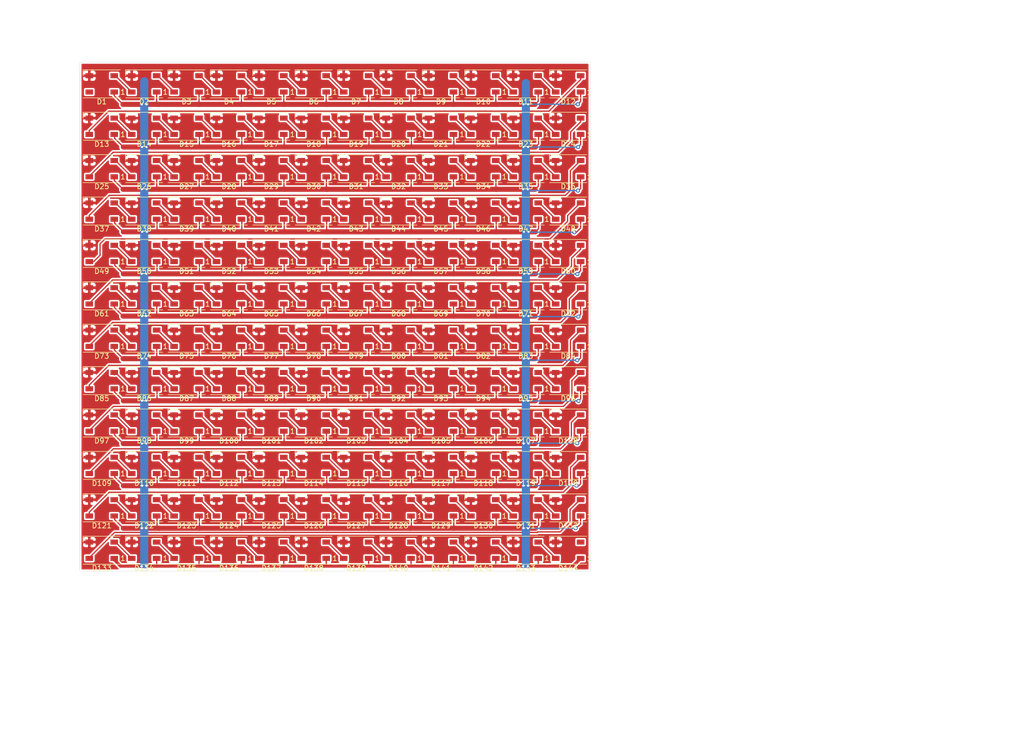
<source format=kicad_pcb>
(kicad_pcb (version 20171130) (host pcbnew "(5.1.6)-1")
  (layers (0 F.Cu signal) (31 B.Cu signal) (34 B.Paste user hide) (35 F.Paste user hide) (36 B.SilkS user) (37 F.SilkS user hide) (38 B.Mask user hide) (39 F.Mask user hide) (44 Edge.Cuts user))
  (net 0 "")
  (net 1 GND)
  (net 2 data_in)
  (net 3 "Net-(D1-Pad2)")
  (net 4 +5V)
  (net 5 "Net-(D2-Pad2)")
  (net 6 "Net-(D3-Pad2)")
  (net 7 "Net-(D4-Pad2)")
  (net 8 "Net-(D5-Pad2)")
  (net 9 "Net-(D6-Pad2)")
  (net 10 "Net-(D7-Pad2)")
  (net 11 "Net-(D8-Pad2)")
  (net 12 "Net-(D10-Pad4)")
  (net 13 "Net-(D10-Pad2)")
  (net 14 "Net-(D11-Pad2)")
  (net 15 "Net-(D12-Pad2)")
  (net 16 "Net-(D13-Pad2)")
  (net 17 "Net-(D14-Pad2)")
  (net 18 "Net-(D15-Pad2)")
  (net 19 "Net-(D16-Pad2)")
  (net 20 "Net-(D17-Pad2)")
  (net 21 "Net-(D18-Pad2)")
  (net 22 "Net-(D19-Pad2)")
  (net 23 "Net-(D20-Pad2)")
  (net 24 "Net-(D21-Pad2)")
  (net 25 "Net-(D22-Pad2)")
  (net 26 "Net-(D23-Pad2)")
  (net 27 "Net-(D24-Pad2)")
  (net 28 "Net-(D25-Pad2)")
  (net 29 "Net-(D26-Pad2)")
  (net 30 "Net-(D27-Pad2)")
  (net 31 "Net-(D28-Pad2)")
  (net 32 "Net-(D29-Pad2)")
  (net 33 "Net-(D30-Pad2)")
  (net 34 "Net-(D31-Pad2)")
  (net 35 "Net-(D32-Pad2)")
  (net 36 "Net-(D33-Pad2)")
  (net 37 "Net-(D34-Pad2)")
  (net 38 "Net-(D35-Pad2)")
  (net 39 "Net-(D36-Pad2)")
  (net 40 "Net-(D37-Pad2)")
  (net 41 "Net-(D38-Pad2)")
  (net 42 "Net-(D39-Pad2)")
  (net 43 "Net-(D40-Pad2)")
  (net 44 "Net-(D41-Pad2)")
  (net 45 "Net-(D42-Pad2)")
  (net 46 "Net-(D43-Pad2)")
  (net 47 "Net-(D44-Pad2)")
  (net 48 "Net-(D45-Pad2)")
  (net 49 "Net-(D46-Pad2)")
  (net 50 "Net-(D47-Pad2)")
  (net 51 "Net-(D48-Pad2)")
  (net 52 "Net-(D49-Pad2)")
  (net 53 "Net-(D50-Pad2)")
  (net 54 "Net-(D51-Pad2)")
  (net 55 "Net-(D52-Pad2)")
  (net 56 "Net-(D53-Pad2)")
  (net 57 "Net-(D54-Pad2)")
  (net 58 "Net-(D55-Pad2)")
  (net 59 "Net-(D56-Pad2)")
  (net 60 "Net-(D57-Pad2)")
  (net 61 "Net-(D58-Pad2)")
  (net 62 "Net-(D59-Pad2)")
  (net 63 "Net-(D60-Pad2)")
  (net 64 "Net-(D61-Pad2)")
  (net 65 "Net-(D62-Pad2)")
  (net 66 "Net-(D63-Pad2)")
  (net 67 "Net-(D64-Pad2)")
  (net 68 "Net-(D65-Pad2)")
  (net 69 "Net-(D66-Pad2)")
  (net 70 "Net-(D67-Pad2)")
  (net 71 "Net-(D68-Pad2)")
  (net 72 "Net-(D69-Pad2)")
  (net 73 "Net-(D70-Pad2)")
  (net 74 "Net-(D71-Pad2)")
  (net 75 "Net-(D72-Pad2)")
  (net 76 "Net-(D73-Pad2)")
  (net 77 "Net-(D74-Pad2)")
  (net 78 "Net-(D75-Pad2)")
  (net 79 "Net-(D76-Pad2)")
  (net 80 "Net-(D77-Pad2)")
  (net 81 "Net-(D78-Pad2)")
  (net 82 "Net-(D79-Pad2)")
  (net 83 "Net-(D80-Pad2)")
  (net 84 "Net-(D81-Pad2)")
  (net 85 "Net-(D82-Pad2)")
  (net 86 "Net-(D83-Pad2)")
  (net 87 "Net-(D84-Pad2)")
  (net 88 "Net-(D85-Pad2)")
  (net 89 "Net-(D86-Pad2)")
  (net 90 "Net-(D87-Pad2)")
  (net 91 "Net-(D88-Pad2)")
  (net 92 "Net-(D89-Pad2)")
  (net 93 "Net-(D90-Pad2)")
  (net 94 "Net-(D91-Pad2)")
  (net 95 "Net-(D92-Pad2)")
  (net 96 "Net-(D93-Pad2)")
  (net 97 "Net-(D94-Pad2)")
  (net 98 "Net-(D95-Pad2)")
  (net 99 "Net-(D96-Pad2)")
  (net 100 "Net-(D97-Pad2)")
  (net 101 "Net-(D98-Pad2)")
  (net 102 "Net-(D100-Pad4)")
  (net 103 "Net-(D100-Pad2)")
  (net 104 "Net-(D101-Pad2)")
  (net 105 "Net-(D102-Pad2)")
  (net 106 "Net-(D103-Pad2)")
  (net 107 "Net-(D104-Pad2)")
  (net 108 "Net-(D105-Pad2)")
  (net 109 "Net-(D106-Pad2)")
  (net 110 "Net-(D107-Pad2)")
  (net 111 "Net-(D108-Pad2)")
  (net 112 "Net-(D109-Pad2)")
  (net 113 "Net-(D110-Pad2)")
  (net 114 "Net-(D111-Pad2)")
  (net 115 "Net-(D112-Pad2)")
  (net 116 "Net-(D113-Pad2)")
  (net 117 "Net-(D114-Pad2)")
  (net 118 "Net-(D115-Pad2)")
  (net 119 "Net-(D116-Pad2)")
  (net 120 "Net-(D117-Pad2)")
  (net 121 "Net-(D118-Pad2)")
  (net 122 "Net-(D119-Pad2)")
  (net 123 "Net-(D120-Pad2)")
  (net 124 "Net-(D121-Pad2)")
  (net 125 "Net-(D122-Pad2)")
  (net 126 "Net-(D123-Pad2)")
  (net 127 "Net-(D124-Pad2)")
  (net 128 "Net-(D125-Pad2)")
  (net 129 "Net-(D126-Pad2)")
  (net 130 "Net-(D127-Pad2)")
  (net 131 "Net-(D128-Pad2)")
  (net 132 "Net-(D129-Pad2)")
  (net 133 "Net-(D130-Pad2)")
  (net 134 "Net-(D131-Pad2)")
  (net 135 "Net-(D132-Pad2)")
  (net 136 "Net-(D133-Pad2)")
  (net 137 "Net-(D134-Pad2)")
  (net 138 "Net-(D135-Pad2)")
  (net 139 "Net-(D136-Pad2)")
  (net 140 "Net-(D137-Pad2)")
  (net 141 "Net-(D138-Pad2)")
  (net 142 "Net-(D139-Pad2)")
  (net 143 "Net-(D140-Pad2)")
  (net 144 "Net-(D141-Pad2)")
  (net 145 "Net-(D142-Pad2)")
  (net 146 "Net-(D143-Pad2)")
  (net 147 "Net-(D144-Pad2)")
  (module LED_SMD:LED_WS2812B_PLCC4_5.0x5.0mm_P3.2mm (layer F.Cu) (at 43.03632 36.5381 180)
    (fp_text reference D1 (at 0 -3.5) (layer F.SilkS))
    (fp_text value WS2812B)
    (fp_text user 1 (at -4.15 -1.6) (layer F.SilkS))
    (pad 3 smd rect (at 2.45 1.6 180) (size 1.5 1) (layers F.Cu F.Paste F.Mask) (net 1 GND))
    (pad 4 smd rect (at 2.45 -1.6 180) (size 1.5 1) (layers F.Cu F.Paste F.Mask) (net 2 data_in))
    (pad 2 smd rect (at -2.45 1.6 180) (size 1.5 1) (layers F.Cu F.Paste F.Mask) (net 3 "Net-(D1-Pad2)"))
    (pad 1 smd rect (at -2.45 -1.6 180) (size 1.5 1) (layers F.Cu F.Paste F.Mask) (net 4 +5V))
  )
  (module LED_SMD:LED_WS2812B_PLCC4_5.0x5.0mm_P3.2mm (layer F.Cu) (at 51.36632 36.5381 180)
    (fp_text reference D2 (at 0 -3.5) (layer F.SilkS))
    (fp_text value WS2812B)
    (fp_text user 1 (at -4.15 -1.6) (layer F.SilkS))
    (pad 1 smd rect (at -2.45 -1.6 180) (size 1.5 1) (layers F.Cu F.Paste F.Mask) (net 4 +5V))
    (pad 2 smd rect (at -2.45 1.6 180) (size 1.5 1) (layers F.Cu F.Paste F.Mask) (net 5 "Net-(D2-Pad2)"))
    (pad 4 smd rect (at 2.45 -1.6 180) (size 1.5 1) (layers F.Cu F.Paste F.Mask) (net 3 "Net-(D1-Pad2)"))
    (pad 3 smd rect (at 2.45 1.6 180) (size 1.5 1) (layers F.Cu F.Paste F.Mask) (net 1 GND))
  )
  (module LED_SMD:LED_WS2812B_PLCC4_5.0x5.0mm_P3.2mm (layer F.Cu) (at 59.69632 36.5381 180)
    (fp_text reference D3 (at 0 -3.5) (layer F.SilkS))
    (fp_text value WS2812B)
    (fp_text user 1 (at -4.15 -1.6) (layer F.SilkS))
    (pad 3 smd rect (at 2.45 1.6 180) (size 1.5 1) (layers F.Cu F.Paste F.Mask) (net 1 GND))
    (pad 4 smd rect (at 2.45 -1.6 180) (size 1.5 1) (layers F.Cu F.Paste F.Mask) (net 5 "Net-(D2-Pad2)"))
    (pad 2 smd rect (at -2.45 1.6 180) (size 1.5 1) (layers F.Cu F.Paste F.Mask) (net 6 "Net-(D3-Pad2)"))
    (pad 1 smd rect (at -2.45 -1.6 180) (size 1.5 1) (layers F.Cu F.Paste F.Mask) (net 4 +5V))
  )
  (module LED_SMD:LED_WS2812B_PLCC4_5.0x5.0mm_P3.2mm (layer F.Cu) (at 68.02632 36.5381 180)
    (fp_text reference D4 (at 0 -3.5) (layer F.SilkS))
    (fp_text value WS2812B)
    (fp_text user 1 (at -4.15 -1.6) (layer F.SilkS))
    (pad 3 smd rect (at 2.45 1.6 180) (size 1.5 1) (layers F.Cu F.Paste F.Mask) (net 1 GND))
    (pad 4 smd rect (at 2.45 -1.6 180) (size 1.5 1) (layers F.Cu F.Paste F.Mask) (net 6 "Net-(D3-Pad2)"))
    (pad 2 smd rect (at -2.45 1.6 180) (size 1.5 1) (layers F.Cu F.Paste F.Mask) (net 7 "Net-(D4-Pad2)"))
    (pad 1 smd rect (at -2.45 -1.6 180) (size 1.5 1) (layers F.Cu F.Paste F.Mask) (net 4 +5V))
  )
  (module LED_SMD:LED_WS2812B_PLCC4_5.0x5.0mm_P3.2mm (layer F.Cu) (at 76.35632 36.5381 180)
    (fp_text reference D5 (at 0 -3.5) (layer F.SilkS))
    (fp_text value WS2812B)
    (fp_text user 1 (at -4.15 -1.6) (layer F.SilkS))
    (pad 3 smd rect (at 2.45 1.6 180) (size 1.5 1) (layers F.Cu F.Paste F.Mask) (net 1 GND))
    (pad 4 smd rect (at 2.45 -1.6 180) (size 1.5 1) (layers F.Cu F.Paste F.Mask) (net 7 "Net-(D4-Pad2)"))
    (pad 2 smd rect (at -2.45 1.6 180) (size 1.5 1) (layers F.Cu F.Paste F.Mask) (net 8 "Net-(D5-Pad2)"))
    (pad 1 smd rect (at -2.45 -1.6 180) (size 1.5 1) (layers F.Cu F.Paste F.Mask) (net 4 +5V))
  )
  (module LED_SMD:LED_WS2812B_PLCC4_5.0x5.0mm_P3.2mm (layer F.Cu) (at 84.68632 36.5381 180)
    (fp_text reference D6 (at 0 -3.5) (layer F.SilkS))
    (fp_text value WS2812B)
    (fp_text user 1 (at -4.15 -1.6) (layer F.SilkS))
    (pad 1 smd rect (at -2.45 -1.6 180) (size 1.5 1) (layers F.Cu F.Paste F.Mask) (net 4 +5V))
    (pad 2 smd rect (at -2.45 1.6 180) (size 1.5 1) (layers F.Cu F.Paste F.Mask) (net 9 "Net-(D6-Pad2)"))
    (pad 4 smd rect (at 2.45 -1.6 180) (size 1.5 1) (layers F.Cu F.Paste F.Mask) (net 8 "Net-(D5-Pad2)"))
    (pad 3 smd rect (at 2.45 1.6 180) (size 1.5 1) (layers F.Cu F.Paste F.Mask) (net 1 GND))
  )
  (module LED_SMD:LED_WS2812B_PLCC4_5.0x5.0mm_P3.2mm (layer F.Cu) (at 93.01632 36.5381 180)
    (fp_text reference D7 (at 0 -3.5) (layer F.SilkS))
    (fp_text value WS2812B)
    (fp_text user 1 (at -4.15 -1.6) (layer F.SilkS))
    (pad 3 smd rect (at 2.45 1.6 180) (size 1.5 1) (layers F.Cu F.Paste F.Mask) (net 1 GND))
    (pad 4 smd rect (at 2.45 -1.6 180) (size 1.5 1) (layers F.Cu F.Paste F.Mask) (net 9 "Net-(D6-Pad2)"))
    (pad 2 smd rect (at -2.45 1.6 180) (size 1.5 1) (layers F.Cu F.Paste F.Mask) (net 10 "Net-(D7-Pad2)"))
    (pad 1 smd rect (at -2.45 -1.6 180) (size 1.5 1) (layers F.Cu F.Paste F.Mask) (net 4 +5V))
  )
  (module LED_SMD:LED_WS2812B_PLCC4_5.0x5.0mm_P3.2mm (layer F.Cu) (at 101.34632 36.5381 180)
    (fp_text reference D8 (at 0 -3.5) (layer F.SilkS))
    (fp_text value WS2812B)
    (fp_text user 1 (at -4.15 -1.6) (layer F.SilkS))
    (pad 1 smd rect (at -2.45 -1.6 180) (size 1.5 1) (layers F.Cu F.Paste F.Mask) (net 4 +5V))
    (pad 2 smd rect (at -2.45 1.6 180) (size 1.5 1) (layers F.Cu F.Paste F.Mask) (net 11 "Net-(D8-Pad2)"))
    (pad 4 smd rect (at 2.45 -1.6 180) (size 1.5 1) (layers F.Cu F.Paste F.Mask) (net 10 "Net-(D7-Pad2)"))
    (pad 3 smd rect (at 2.45 1.6 180) (size 1.5 1) (layers F.Cu F.Paste F.Mask) (net 1 GND))
  )
  (module LED_SMD:LED_WS2812B_PLCC4_5.0x5.0mm_P3.2mm (layer F.Cu) (at 109.67632 36.5381 180)
    (fp_text reference D9 (at 0 -3.5) (layer F.SilkS))
    (fp_text value WS2812B)
    (fp_text user 1 (at -4.15 -1.6) (layer F.SilkS))
    (pad 3 smd rect (at 2.45 1.6 180) (size 1.5 1) (layers F.Cu F.Paste F.Mask) (net 1 GND))
    (pad 4 smd rect (at 2.45 -1.6 180) (size 1.5 1) (layers F.Cu F.Paste F.Mask) (net 11 "Net-(D8-Pad2)"))
    (pad 2 smd rect (at -2.45 1.6 180) (size 1.5 1) (layers F.Cu F.Paste F.Mask) (net 12 "Net-(D10-Pad4)"))
    (pad 1 smd rect (at -2.45 -1.6 180) (size 1.5 1) (layers F.Cu F.Paste F.Mask) (net 4 +5V))
  )
  (module LED_SMD:LED_WS2812B_PLCC4_5.0x5.0mm_P3.2mm (layer F.Cu) (at 118.00632 36.5381 180)
    (fp_text reference D10 (at 0 -3.5) (layer F.SilkS))
    (fp_text value WS2812B)
    (fp_text user 1 (at -4.15 -1.6) (layer F.SilkS))
    (pad 1 smd rect (at -2.45 -1.6 180) (size 1.5 1) (layers F.Cu F.Paste F.Mask) (net 4 +5V))
    (pad 2 smd rect (at -2.45 1.6 180) (size 1.5 1) (layers F.Cu F.Paste F.Mask) (net 13 "Net-(D10-Pad2)"))
    (pad 4 smd rect (at 2.45 -1.6 180) (size 1.5 1) (layers F.Cu F.Paste F.Mask) (net 12 "Net-(D10-Pad4)"))
    (pad 3 smd rect (at 2.45 1.6 180) (size 1.5 1) (layers F.Cu F.Paste F.Mask) (net 1 GND))
  )
  (module LED_SMD:LED_WS2812B_PLCC4_5.0x5.0mm_P3.2mm (layer F.Cu) (at 126.33632 36.5381 180)
    (fp_text reference D11 (at 0 -3.5) (layer F.SilkS))
    (fp_text value WS2812B)
    (fp_text user 1 (at -4.15 -1.6) (layer F.SilkS))
    (pad 3 smd rect (at 2.45 1.6 180) (size 1.5 1) (layers F.Cu F.Paste F.Mask) (net 1 GND))
    (pad 4 smd rect (at 2.45 -1.6 180) (size 1.5 1) (layers F.Cu F.Paste F.Mask) (net 13 "Net-(D10-Pad2)"))
    (pad 2 smd rect (at -2.45 1.6 180) (size 1.5 1) (layers F.Cu F.Paste F.Mask) (net 14 "Net-(D11-Pad2)"))
    (pad 1 smd rect (at -2.45 -1.6 180) (size 1.5 1) (layers F.Cu F.Paste F.Mask) (net 4 +5V))
  )
  (module LED_SMD:LED_WS2812B_PLCC4_5.0x5.0mm_P3.2mm (layer F.Cu) (at 134.66632 36.5381 180)
    (fp_text reference D12 (at 0 -3.5) (layer F.SilkS))
    (fp_text value WS2812B)
    (fp_text user 1 (at -4.15 -1.6) (layer F.SilkS))
    (pad 1 smd rect (at -2.45 -1.6 180) (size 1.5 1) (layers F.Cu F.Paste F.Mask) (net 4 +5V))
    (pad 2 smd rect (at -2.45 1.6 180) (size 1.5 1) (layers F.Cu F.Paste F.Mask) (net 15 "Net-(D12-Pad2)"))
    (pad 4 smd rect (at 2.45 -1.6 180) (size 1.5 1) (layers F.Cu F.Paste F.Mask) (net 14 "Net-(D11-Pad2)"))
    (pad 3 smd rect (at 2.45 1.6 180) (size 1.5 1) (layers F.Cu F.Paste F.Mask) (net 1 GND))
  )
  (module LED_SMD:LED_WS2812B_PLCC4_5.0x5.0mm_P3.2mm (layer F.Cu) (at 43.03632 44.8681 180)
    (fp_text reference D13 (at 0 -3.5) (layer F.SilkS))
    (fp_text value WS2812B)
    (fp_text user 1 (at -4.15 -1.6) (layer F.SilkS))
    (pad 3 smd rect (at 2.45 1.6 180) (size 1.5 1) (layers F.Cu F.Paste F.Mask) (net 1 GND))
    (pad 4 smd rect (at 2.45 -1.6 180) (size 1.5 1) (layers F.Cu F.Paste F.Mask) (net 15 "Net-(D12-Pad2)"))
    (pad 2 smd rect (at -2.45 1.6 180) (size 1.5 1) (layers F.Cu F.Paste F.Mask) (net 16 "Net-(D13-Pad2)"))
    (pad 1 smd rect (at -2.45 -1.6 180) (size 1.5 1) (layers F.Cu F.Paste F.Mask) (net 4 +5V))
  )
  (module LED_SMD:LED_WS2812B_PLCC4_5.0x5.0mm_P3.2mm (layer F.Cu) (at 51.36632 44.8681 180)
    (fp_text reference D14 (at 0 -3.5) (layer F.SilkS))
    (fp_text value WS2812B)
    (fp_text user 1 (at -4.15 -1.6) (layer F.SilkS))
    (pad 1 smd rect (at -2.45 -1.6 180) (size 1.5 1) (layers F.Cu F.Paste F.Mask) (net 4 +5V))
    (pad 2 smd rect (at -2.45 1.6 180) (size 1.5 1) (layers F.Cu F.Paste F.Mask) (net 17 "Net-(D14-Pad2)"))
    (pad 4 smd rect (at 2.45 -1.6 180) (size 1.5 1) (layers F.Cu F.Paste F.Mask) (net 16 "Net-(D13-Pad2)"))
    (pad 3 smd rect (at 2.45 1.6 180) (size 1.5 1) (layers F.Cu F.Paste F.Mask) (net 1 GND))
  )
  (module LED_SMD:LED_WS2812B_PLCC4_5.0x5.0mm_P3.2mm (layer F.Cu) (at 59.69632 44.8681 180)
    (fp_text reference D15 (at 0 -3.5) (layer F.SilkS))
    (fp_text value WS2812B)
    (fp_text user 1 (at -4.15 -1.6) (layer F.SilkS))
    (pad 3 smd rect (at 2.45 1.6 180) (size 1.5 1) (layers F.Cu F.Paste F.Mask) (net 1 GND))
    (pad 4 smd rect (at 2.45 -1.6 180) (size 1.5 1) (layers F.Cu F.Paste F.Mask) (net 17 "Net-(D14-Pad2)"))
    (pad 2 smd rect (at -2.45 1.6 180) (size 1.5 1) (layers F.Cu F.Paste F.Mask) (net 18 "Net-(D15-Pad2)"))
    (pad 1 smd rect (at -2.45 -1.6 180) (size 1.5 1) (layers F.Cu F.Paste F.Mask) (net 4 +5V))
  )
  (module LED_SMD:LED_WS2812B_PLCC4_5.0x5.0mm_P3.2mm (layer F.Cu) (at 68.02632 44.8681 180)
    (fp_text reference D16 (at 0 -3.5) (layer F.SilkS))
    (fp_text value WS2812B)
    (fp_text user 1 (at -4.15 -1.6) (layer F.SilkS))
    (pad 1 smd rect (at -2.45 -1.6 180) (size 1.5 1) (layers F.Cu F.Paste F.Mask) (net 4 +5V))
    (pad 2 smd rect (at -2.45 1.6 180) (size 1.5 1) (layers F.Cu F.Paste F.Mask) (net 19 "Net-(D16-Pad2)"))
    (pad 4 smd rect (at 2.45 -1.6 180) (size 1.5 1) (layers F.Cu F.Paste F.Mask) (net 18 "Net-(D15-Pad2)"))
    (pad 3 smd rect (at 2.45 1.6 180) (size 1.5 1) (layers F.Cu F.Paste F.Mask) (net 1 GND))
  )
  (module LED_SMD:LED_WS2812B_PLCC4_5.0x5.0mm_P3.2mm (layer F.Cu) (at 76.35632 44.8681 180)
    (fp_text reference D17 (at 0 -3.5) (layer F.SilkS))
    (fp_text value WS2812B)
    (fp_text user 1 (at -4.15 -1.6) (layer F.SilkS))
    (pad 3 smd rect (at 2.45 1.6 180) (size 1.5 1) (layers F.Cu F.Paste F.Mask) (net 1 GND))
    (pad 4 smd rect (at 2.45 -1.6 180) (size 1.5 1) (layers F.Cu F.Paste F.Mask) (net 19 "Net-(D16-Pad2)"))
    (pad 2 smd rect (at -2.45 1.6 180) (size 1.5 1) (layers F.Cu F.Paste F.Mask) (net 20 "Net-(D17-Pad2)"))
    (pad 1 smd rect (at -2.45 -1.6 180) (size 1.5 1) (layers F.Cu F.Paste F.Mask) (net 4 +5V))
  )
  (module LED_SMD:LED_WS2812B_PLCC4_5.0x5.0mm_P3.2mm (layer F.Cu) (at 84.68632 44.8681 180)
    (fp_text reference D18 (at 0 -3.5) (layer F.SilkS))
    (fp_text value WS2812B)
    (fp_text user 1 (at -4.15 -1.6) (layer F.SilkS))
    (pad 1 smd rect (at -2.45 -1.6 180) (size 1.5 1) (layers F.Cu F.Paste F.Mask) (net 4 +5V))
    (pad 2 smd rect (at -2.45 1.6 180) (size 1.5 1) (layers F.Cu F.Paste F.Mask) (net 21 "Net-(D18-Pad2)"))
    (pad 4 smd rect (at 2.45 -1.6 180) (size 1.5 1) (layers F.Cu F.Paste F.Mask) (net 20 "Net-(D17-Pad2)"))
    (pad 3 smd rect (at 2.45 1.6 180) (size 1.5 1) (layers F.Cu F.Paste F.Mask) (net 1 GND))
  )
  (module LED_SMD:LED_WS2812B_PLCC4_5.0x5.0mm_P3.2mm (layer F.Cu) (at 93.01632 44.8681 180)
    (fp_text reference D19 (at 0 -3.5) (layer F.SilkS))
    (fp_text value WS2812B)
    (fp_text user 1 (at -4.15 -1.6) (layer F.SilkS))
    (pad 1 smd rect (at -2.45 -1.6 180) (size 1.5 1) (layers F.Cu F.Paste F.Mask) (net 4 +5V))
    (pad 2 smd rect (at -2.45 1.6 180) (size 1.5 1) (layers F.Cu F.Paste F.Mask) (net 22 "Net-(D19-Pad2)"))
    (pad 4 smd rect (at 2.45 -1.6 180) (size 1.5 1) (layers F.Cu F.Paste F.Mask) (net 21 "Net-(D18-Pad2)"))
    (pad 3 smd rect (at 2.45 1.6 180) (size 1.5 1) (layers F.Cu F.Paste F.Mask) (net 1 GND))
  )
  (module LED_SMD:LED_WS2812B_PLCC4_5.0x5.0mm_P3.2mm (layer F.Cu) (at 101.34632 44.8681 180)
    (fp_text reference D20 (at 0 -3.5) (layer F.SilkS))
    (fp_text value WS2812B)
    (fp_text user 1 (at -4.15 -1.6) (layer F.SilkS))
    (pad 1 smd rect (at -2.45 -1.6 180) (size 1.5 1) (layers F.Cu F.Paste F.Mask) (net 4 +5V))
    (pad 2 smd rect (at -2.45 1.6 180) (size 1.5 1) (layers F.Cu F.Paste F.Mask) (net 23 "Net-(D20-Pad2)"))
    (pad 4 smd rect (at 2.45 -1.6 180) (size 1.5 1) (layers F.Cu F.Paste F.Mask) (net 22 "Net-(D19-Pad2)"))
    (pad 3 smd rect (at 2.45 1.6 180) (size 1.5 1) (layers F.Cu F.Paste F.Mask) (net 1 GND))
  )
  (module LED_SMD:LED_WS2812B_PLCC4_5.0x5.0mm_P3.2mm (layer F.Cu) (at 109.67632 44.8681 180)
    (fp_text reference D21 (at 0 -3.5) (layer F.SilkS))
    (fp_text value WS2812B)
    (fp_text user 1 (at -4.15 -1.6) (layer F.SilkS))
    (pad 3 smd rect (at 2.45 1.6 180) (size 1.5 1) (layers F.Cu F.Paste F.Mask) (net 1 GND))
    (pad 4 smd rect (at 2.45 -1.6 180) (size 1.5 1) (layers F.Cu F.Paste F.Mask) (net 23 "Net-(D20-Pad2)"))
    (pad 2 smd rect (at -2.45 1.6 180) (size 1.5 1) (layers F.Cu F.Paste F.Mask) (net 24 "Net-(D21-Pad2)"))
    (pad 1 smd rect (at -2.45 -1.6 180) (size 1.5 1) (layers F.Cu F.Paste F.Mask) (net 4 +5V))
  )
  (module LED_SMD:LED_WS2812B_PLCC4_5.0x5.0mm_P3.2mm (layer F.Cu) (at 118.00632 44.8681 180)
    (fp_text reference D22 (at 0 -3.5) (layer F.SilkS))
    (fp_text value WS2812B)
    (fp_text user 1 (at -4.15 -1.6) (layer F.SilkS))
    (pad 1 smd rect (at -2.45 -1.6 180) (size 1.5 1) (layers F.Cu F.Paste F.Mask) (net 4 +5V))
    (pad 2 smd rect (at -2.45 1.6 180) (size 1.5 1) (layers F.Cu F.Paste F.Mask) (net 25 "Net-(D22-Pad2)"))
    (pad 4 smd rect (at 2.45 -1.6 180) (size 1.5 1) (layers F.Cu F.Paste F.Mask) (net 24 "Net-(D21-Pad2)"))
    (pad 3 smd rect (at 2.45 1.6 180) (size 1.5 1) (layers F.Cu F.Paste F.Mask) (net 1 GND))
  )
  (module LED_SMD:LED_WS2812B_PLCC4_5.0x5.0mm_P3.2mm (layer F.Cu) (at 126.33632 44.8681 180)
    (fp_text reference D23 (at 0 -3.5) (layer F.SilkS))
    (fp_text value WS2812B)
    (fp_text user 1 (at -4.15 -1.6) (layer F.SilkS))
    (pad 3 smd rect (at 2.45 1.6 180) (size 1.5 1) (layers F.Cu F.Paste F.Mask) (net 1 GND))
    (pad 4 smd rect (at 2.45 -1.6 180) (size 1.5 1) (layers F.Cu F.Paste F.Mask) (net 25 "Net-(D22-Pad2)"))
    (pad 2 smd rect (at -2.45 1.6 180) (size 1.5 1) (layers F.Cu F.Paste F.Mask) (net 26 "Net-(D23-Pad2)"))
    (pad 1 smd rect (at -2.45 -1.6 180) (size 1.5 1) (layers F.Cu F.Paste F.Mask) (net 4 +5V))
  )
  (module LED_SMD:LED_WS2812B_PLCC4_5.0x5.0mm_P3.2mm (layer F.Cu) (at 134.66632 44.8681 180)
    (fp_text reference D24 (at 0 -3.5) (layer F.SilkS))
    (fp_text value WS2812B)
    (fp_text user 1 (at -4.15 -1.6) (layer F.SilkS))
    (pad 1 smd rect (at -2.45 -1.6 180) (size 1.5 1) (layers F.Cu F.Paste F.Mask) (net 4 +5V))
    (pad 2 smd rect (at -2.45 1.6 180) (size 1.5 1) (layers F.Cu F.Paste F.Mask) (net 27 "Net-(D24-Pad2)"))
    (pad 4 smd rect (at 2.45 -1.6 180) (size 1.5 1) (layers F.Cu F.Paste F.Mask) (net 26 "Net-(D23-Pad2)"))
    (pad 3 smd rect (at 2.45 1.6 180) (size 1.5 1) (layers F.Cu F.Paste F.Mask) (net 1 GND))
  )
  (module LED_SMD:LED_WS2812B_PLCC4_5.0x5.0mm_P3.2mm (layer F.Cu) (at 43.03632 53.1981 180)
    (fp_text reference D25 (at 0 -3.5) (layer F.SilkS))
    (fp_text value WS2812B)
    (fp_text user 1 (at -4.15 -1.6) (layer F.SilkS))
    (pad 1 smd rect (at -2.45 -1.6 180) (size 1.5 1) (layers F.Cu F.Paste F.Mask) (net 4 +5V))
    (pad 2 smd rect (at -2.45 1.6 180) (size 1.5 1) (layers F.Cu F.Paste F.Mask) (net 28 "Net-(D25-Pad2)"))
    (pad 4 smd rect (at 2.45 -1.6 180) (size 1.5 1) (layers F.Cu F.Paste F.Mask) (net 27 "Net-(D24-Pad2)"))
    (pad 3 smd rect (at 2.45 1.6 180) (size 1.5 1) (layers F.Cu F.Paste F.Mask) (net 1 GND))
  )
  (module LED_SMD:LED_WS2812B_PLCC4_5.0x5.0mm_P3.2mm (layer F.Cu) (at 51.36632 53.1981 180)
    (fp_text reference D26 (at 0 -3.5) (layer F.SilkS))
    (fp_text value WS2812B)
    (fp_text user 1 (at -4.15 -1.6) (layer F.SilkS))
    (pad 3 smd rect (at 2.45 1.6 180) (size 1.5 1) (layers F.Cu F.Paste F.Mask) (net 1 GND))
    (pad 4 smd rect (at 2.45 -1.6 180) (size 1.5 1) (layers F.Cu F.Paste F.Mask) (net 28 "Net-(D25-Pad2)"))
    (pad 2 smd rect (at -2.45 1.6 180) (size 1.5 1) (layers F.Cu F.Paste F.Mask) (net 29 "Net-(D26-Pad2)"))
    (pad 1 smd rect (at -2.45 -1.6 180) (size 1.5 1) (layers F.Cu F.Paste F.Mask) (net 4 +5V))
  )
  (module LED_SMD:LED_WS2812B_PLCC4_5.0x5.0mm_P3.2mm (layer F.Cu) (at 59.69632 53.1981 180)
    (fp_text reference D27 (at 0 -3.5) (layer F.SilkS))
    (fp_text value WS2812B)
    (fp_text user 1 (at -4.15 -1.6) (layer F.SilkS))
    (pad 3 smd rect (at 2.45 1.6 180) (size 1.5 1) (layers F.Cu F.Paste F.Mask) (net 1 GND))
    (pad 4 smd rect (at 2.45 -1.6 180) (size 1.5 1) (layers F.Cu F.Paste F.Mask) (net 29 "Net-(D26-Pad2)"))
    (pad 2 smd rect (at -2.45 1.6 180) (size 1.5 1) (layers F.Cu F.Paste F.Mask) (net 30 "Net-(D27-Pad2)"))
    (pad 1 smd rect (at -2.45 -1.6 180) (size 1.5 1) (layers F.Cu F.Paste F.Mask) (net 4 +5V))
  )
  (module LED_SMD:LED_WS2812B_PLCC4_5.0x5.0mm_P3.2mm (layer F.Cu) (at 68.02632 53.1981 180)
    (fp_text reference D28 (at 0 -3.5) (layer F.SilkS))
    (fp_text value WS2812B)
    (fp_text user 1 (at -4.15 -1.6) (layer F.SilkS))
    (pad 3 smd rect (at 2.45 1.6 180) (size 1.5 1) (layers F.Cu F.Paste F.Mask) (net 1 GND))
    (pad 4 smd rect (at 2.45 -1.6 180) (size 1.5 1) (layers F.Cu F.Paste F.Mask) (net 30 "Net-(D27-Pad2)"))
    (pad 2 smd rect (at -2.45 1.6 180) (size 1.5 1) (layers F.Cu F.Paste F.Mask) (net 31 "Net-(D28-Pad2)"))
    (pad 1 smd rect (at -2.45 -1.6 180) (size 1.5 1) (layers F.Cu F.Paste F.Mask) (net 4 +5V))
  )
  (module LED_SMD:LED_WS2812B_PLCC4_5.0x5.0mm_P3.2mm (layer F.Cu) (at 76.35632 53.1981 180)
    (fp_text reference D29 (at 0 -3.5) (layer F.SilkS))
    (fp_text value WS2812B)
    (fp_text user 1 (at -4.15 -1.6) (layer F.SilkS))
    (pad 1 smd rect (at -2.45 -1.6 180) (size 1.5 1) (layers F.Cu F.Paste F.Mask) (net 4 +5V))
    (pad 2 smd rect (at -2.45 1.6 180) (size 1.5 1) (layers F.Cu F.Paste F.Mask) (net 32 "Net-(D29-Pad2)"))
    (pad 4 smd rect (at 2.45 -1.6 180) (size 1.5 1) (layers F.Cu F.Paste F.Mask) (net 31 "Net-(D28-Pad2)"))
    (pad 3 smd rect (at 2.45 1.6 180) (size 1.5 1) (layers F.Cu F.Paste F.Mask) (net 1 GND))
  )
  (module LED_SMD:LED_WS2812B_PLCC4_5.0x5.0mm_P3.2mm (layer F.Cu) (at 84.68632 53.1981 180)
    (fp_text reference D30 (at 0 -3.5) (layer F.SilkS))
    (fp_text value WS2812B)
    (fp_text user 1 (at -4.15 -1.6) (layer F.SilkS))
    (pad 3 smd rect (at 2.45 1.6 180) (size 1.5 1) (layers F.Cu F.Paste F.Mask) (net 1 GND))
    (pad 4 smd rect (at 2.45 -1.6 180) (size 1.5 1) (layers F.Cu F.Paste F.Mask) (net 32 "Net-(D29-Pad2)"))
    (pad 2 smd rect (at -2.45 1.6 180) (size 1.5 1) (layers F.Cu F.Paste F.Mask) (net 33 "Net-(D30-Pad2)"))
    (pad 1 smd rect (at -2.45 -1.6 180) (size 1.5 1) (layers F.Cu F.Paste F.Mask) (net 4 +5V))
  )
  (module LED_SMD:LED_WS2812B_PLCC4_5.0x5.0mm_P3.2mm (layer F.Cu) (at 93.01632 53.1981 180)
    (fp_text reference D31 (at 0 -3.5) (layer F.SilkS))
    (fp_text value WS2812B)
    (fp_text user 1 (at -4.15 -1.6) (layer F.SilkS))
    (pad 1 smd rect (at -2.45 -1.6 180) (size 1.5 1) (layers F.Cu F.Paste F.Mask) (net 4 +5V))
    (pad 2 smd rect (at -2.45 1.6 180) (size 1.5 1) (layers F.Cu F.Paste F.Mask) (net 34 "Net-(D31-Pad2)"))
    (pad 4 smd rect (at 2.45 -1.6 180) (size 1.5 1) (layers F.Cu F.Paste F.Mask) (net 33 "Net-(D30-Pad2)"))
    (pad 3 smd rect (at 2.45 1.6 180) (size 1.5 1) (layers F.Cu F.Paste F.Mask) (net 1 GND))
  )
  (module LED_SMD:LED_WS2812B_PLCC4_5.0x5.0mm_P3.2mm (layer F.Cu) (at 101.34632 53.1981 180)
    (fp_text reference D32 (at 0 -3.5) (layer F.SilkS))
    (fp_text value WS2812B)
    (fp_text user 1 (at -4.15 -1.6) (layer F.SilkS))
    (pad 3 smd rect (at 2.45 1.6 180) (size 1.5 1) (layers F.Cu F.Paste F.Mask) (net 1 GND))
    (pad 4 smd rect (at 2.45 -1.6 180) (size 1.5 1) (layers F.Cu F.Paste F.Mask) (net 34 "Net-(D31-Pad2)"))
    (pad 2 smd rect (at -2.45 1.6 180) (size 1.5 1) (layers F.Cu F.Paste F.Mask) (net 35 "Net-(D32-Pad2)"))
    (pad 1 smd rect (at -2.45 -1.6 180) (size 1.5 1) (layers F.Cu F.Paste F.Mask) (net 4 +5V))
  )
  (module LED_SMD:LED_WS2812B_PLCC4_5.0x5.0mm_P3.2mm (layer F.Cu) (at 109.67632 53.1981 180)
    (fp_text reference D33 (at 0 -3.5) (layer F.SilkS))
    (fp_text value WS2812B)
    (fp_text user 1 (at -4.15 -1.6) (layer F.SilkS))
    (pad 1 smd rect (at -2.45 -1.6 180) (size 1.5 1) (layers F.Cu F.Paste F.Mask) (net 4 +5V))
    (pad 2 smd rect (at -2.45 1.6 180) (size 1.5 1) (layers F.Cu F.Paste F.Mask) (net 36 "Net-(D33-Pad2)"))
    (pad 4 smd rect (at 2.45 -1.6 180) (size 1.5 1) (layers F.Cu F.Paste F.Mask) (net 35 "Net-(D32-Pad2)"))
    (pad 3 smd rect (at 2.45 1.6 180) (size 1.5 1) (layers F.Cu F.Paste F.Mask) (net 1 GND))
  )
  (module LED_SMD:LED_WS2812B_PLCC4_5.0x5.0mm_P3.2mm (layer F.Cu) (at 118.00632 53.1981 180)
    (fp_text reference D34 (at 0 -3.5) (layer F.SilkS))
    (fp_text value WS2812B)
    (fp_text user 1 (at -4.15 -1.6) (layer F.SilkS))
    (pad 3 smd rect (at 2.45 1.6 180) (size 1.5 1) (layers F.Cu F.Paste F.Mask) (net 1 GND))
    (pad 4 smd rect (at 2.45 -1.6 180) (size 1.5 1) (layers F.Cu F.Paste F.Mask) (net 36 "Net-(D33-Pad2)"))
    (pad 2 smd rect (at -2.45 1.6 180) (size 1.5 1) (layers F.Cu F.Paste F.Mask) (net 37 "Net-(D34-Pad2)"))
    (pad 1 smd rect (at -2.45 -1.6 180) (size 1.5 1) (layers F.Cu F.Paste F.Mask) (net 4 +5V))
  )
  (module LED_SMD:LED_WS2812B_PLCC4_5.0x5.0mm_P3.2mm (layer F.Cu) (at 126.33632 53.1981 180)
    (fp_text reference D35 (at 0 -3.5) (layer F.SilkS))
    (fp_text value WS2812B)
    (fp_text user 1 (at -4.15 -1.6) (layer F.SilkS))
    (pad 1 smd rect (at -2.45 -1.6 180) (size 1.5 1) (layers F.Cu F.Paste F.Mask) (net 4 +5V))
    (pad 2 smd rect (at -2.45 1.6 180) (size 1.5 1) (layers F.Cu F.Paste F.Mask) (net 38 "Net-(D35-Pad2)"))
    (pad 4 smd rect (at 2.45 -1.6 180) (size 1.5 1) (layers F.Cu F.Paste F.Mask) (net 37 "Net-(D34-Pad2)"))
    (pad 3 smd rect (at 2.45 1.6 180) (size 1.5 1) (layers F.Cu F.Paste F.Mask) (net 1 GND))
  )
  (module LED_SMD:LED_WS2812B_PLCC4_5.0x5.0mm_P3.2mm (layer F.Cu) (at 134.66632 53.1981 180)
    (fp_text reference D36 (at 0 -3.5) (layer F.SilkS))
    (fp_text value WS2812B)
    (fp_text user 1 (at -4.15 -1.6) (layer F.SilkS))
    (pad 1 smd rect (at -2.45 -1.6 180) (size 1.5 1) (layers F.Cu F.Paste F.Mask) (net 4 +5V))
    (pad 2 smd rect (at -2.45 1.6 180) (size 1.5 1) (layers F.Cu F.Paste F.Mask) (net 39 "Net-(D36-Pad2)"))
    (pad 4 smd rect (at 2.45 -1.6 180) (size 1.5 1) (layers F.Cu F.Paste F.Mask) (net 38 "Net-(D35-Pad2)"))
    (pad 3 smd rect (at 2.45 1.6 180) (size 1.5 1) (layers F.Cu F.Paste F.Mask) (net 1 GND))
  )
  (module LED_SMD:LED_WS2812B_PLCC4_5.0x5.0mm_P3.2mm (layer F.Cu) (at 43.03632 61.5281 180)
    (fp_text reference D37 (at 0 -3.5) (layer F.SilkS))
    (fp_text value WS2812B)
    (fp_text user 1 (at -4.15 -1.6) (layer F.SilkS))
    (pad 3 smd rect (at 2.45 1.6 180) (size 1.5 1) (layers F.Cu F.Paste F.Mask) (net 1 GND))
    (pad 4 smd rect (at 2.45 -1.6 180) (size 1.5 1) (layers F.Cu F.Paste F.Mask) (net 39 "Net-(D36-Pad2)"))
    (pad 2 smd rect (at -2.45 1.6 180) (size 1.5 1) (layers F.Cu F.Paste F.Mask) (net 40 "Net-(D37-Pad2)"))
    (pad 1 smd rect (at -2.45 -1.6 180) (size 1.5 1) (layers F.Cu F.Paste F.Mask) (net 4 +5V))
  )
  (module LED_SMD:LED_WS2812B_PLCC4_5.0x5.0mm_P3.2mm (layer F.Cu) (at 51.36632 61.5281 180)
    (fp_text reference D38 (at 0 -3.5) (layer F.SilkS))
    (fp_text value WS2812B)
    (fp_text user 1 (at -4.15 -1.6) (layer F.SilkS))
    (pad 1 smd rect (at -2.45 -1.6 180) (size 1.5 1) (layers F.Cu F.Paste F.Mask) (net 4 +5V))
    (pad 2 smd rect (at -2.45 1.6 180) (size 1.5 1) (layers F.Cu F.Paste F.Mask) (net 41 "Net-(D38-Pad2)"))
    (pad 4 smd rect (at 2.45 -1.6 180) (size 1.5 1) (layers F.Cu F.Paste F.Mask) (net 40 "Net-(D37-Pad2)"))
    (pad 3 smd rect (at 2.45 1.6 180) (size 1.5 1) (layers F.Cu F.Paste F.Mask) (net 1 GND))
  )
  (module LED_SMD:LED_WS2812B_PLCC4_5.0x5.0mm_P3.2mm (layer F.Cu) (at 59.69632 61.5281 180)
    (fp_text reference D39 (at 0 -3.5) (layer F.SilkS))
    (fp_text value WS2812B)
    (fp_text user 1 (at -4.15 -1.6) (layer F.SilkS))
    (pad 3 smd rect (at 2.45 1.6 180) (size 1.5 1) (layers F.Cu F.Paste F.Mask) (net 1 GND))
    (pad 4 smd rect (at 2.45 -1.6 180) (size 1.5 1) (layers F.Cu F.Paste F.Mask) (net 41 "Net-(D38-Pad2)"))
    (pad 2 smd rect (at -2.45 1.6 180) (size 1.5 1) (layers F.Cu F.Paste F.Mask) (net 42 "Net-(D39-Pad2)"))
    (pad 1 smd rect (at -2.45 -1.6 180) (size 1.5 1) (layers F.Cu F.Paste F.Mask) (net 4 +5V))
  )
  (module LED_SMD:LED_WS2812B_PLCC4_5.0x5.0mm_P3.2mm (layer F.Cu) (at 68.02632 61.5281 180)
    (fp_text reference D40 (at 0 -3.5) (layer F.SilkS))
    (fp_text value WS2812B)
    (fp_text user 1 (at -4.15 -1.6) (layer F.SilkS))
    (pad 3 smd rect (at 2.45 1.6 180) (size 1.5 1) (layers F.Cu F.Paste F.Mask) (net 1 GND))
    (pad 4 smd rect (at 2.45 -1.6 180) (size 1.5 1) (layers F.Cu F.Paste F.Mask) (net 42 "Net-(D39-Pad2)"))
    (pad 2 smd rect (at -2.45 1.6 180) (size 1.5 1) (layers F.Cu F.Paste F.Mask) (net 43 "Net-(D40-Pad2)"))
    (pad 1 smd rect (at -2.45 -1.6 180) (size 1.5 1) (layers F.Cu F.Paste F.Mask) (net 4 +5V))
  )
  (module LED_SMD:LED_WS2812B_PLCC4_5.0x5.0mm_P3.2mm (layer F.Cu) (at 76.35632 61.5281 180)
    (fp_text reference D41 (at 0 -3.5) (layer F.SilkS))
    (fp_text value WS2812B)
    (fp_text user 1 (at -4.15 -1.6) (layer F.SilkS))
    (pad 3 smd rect (at 2.45 1.6 180) (size 1.5 1) (layers F.Cu F.Paste F.Mask) (net 1 GND))
    (pad 4 smd rect (at 2.45 -1.6 180) (size 1.5 1) (layers F.Cu F.Paste F.Mask) (net 43 "Net-(D40-Pad2)"))
    (pad 2 smd rect (at -2.45 1.6 180) (size 1.5 1) (layers F.Cu F.Paste F.Mask) (net 44 "Net-(D41-Pad2)"))
    (pad 1 smd rect (at -2.45 -1.6 180) (size 1.5 1) (layers F.Cu F.Paste F.Mask) (net 4 +5V))
  )
  (module LED_SMD:LED_WS2812B_PLCC4_5.0x5.0mm_P3.2mm (layer F.Cu) (at 84.68632 61.5281 180)
    (fp_text reference D42 (at 0 -3.5) (layer F.SilkS))
    (fp_text value WS2812B)
    (fp_text user 1 (at -4.15 -1.6) (layer F.SilkS))
    (pad 1 smd rect (at -2.45 -1.6 180) (size 1.5 1) (layers F.Cu F.Paste F.Mask) (net 4 +5V))
    (pad 2 smd rect (at -2.45 1.6 180) (size 1.5 1) (layers F.Cu F.Paste F.Mask) (net 45 "Net-(D42-Pad2)"))
    (pad 4 smd rect (at 2.45 -1.6 180) (size 1.5 1) (layers F.Cu F.Paste F.Mask) (net 44 "Net-(D41-Pad2)"))
    (pad 3 smd rect (at 2.45 1.6 180) (size 1.5 1) (layers F.Cu F.Paste F.Mask) (net 1 GND))
  )
  (module LED_SMD:LED_WS2812B_PLCC4_5.0x5.0mm_P3.2mm (layer F.Cu) (at 93.01632 61.5281 180)
    (fp_text reference D43 (at 0 -3.5) (layer F.SilkS))
    (fp_text value WS2812B)
    (fp_text user 1 (at -4.15 -1.6) (layer F.SilkS))
    (pad 3 smd rect (at 2.45 1.6 180) (size 1.5 1) (layers F.Cu F.Paste F.Mask) (net 1 GND))
    (pad 4 smd rect (at 2.45 -1.6 180) (size 1.5 1) (layers F.Cu F.Paste F.Mask) (net 45 "Net-(D42-Pad2)"))
    (pad 2 smd rect (at -2.45 1.6 180) (size 1.5 1) (layers F.Cu F.Paste F.Mask) (net 46 "Net-(D43-Pad2)"))
    (pad 1 smd rect (at -2.45 -1.6 180) (size 1.5 1) (layers F.Cu F.Paste F.Mask) (net 4 +5V))
  )
  (module LED_SMD:LED_WS2812B_PLCC4_5.0x5.0mm_P3.2mm (layer F.Cu) (at 101.34632 61.5281 180)
    (fp_text reference D44 (at 0 -3.5) (layer F.SilkS))
    (fp_text value WS2812B)
    (fp_text user 1 (at -4.15 -1.6) (layer F.SilkS))
    (pad 1 smd rect (at -2.45 -1.6 180) (size 1.5 1) (layers F.Cu F.Paste F.Mask) (net 4 +5V))
    (pad 2 smd rect (at -2.45 1.6 180) (size 1.5 1) (layers F.Cu F.Paste F.Mask) (net 47 "Net-(D44-Pad2)"))
    (pad 4 smd rect (at 2.45 -1.6 180) (size 1.5 1) (layers F.Cu F.Paste F.Mask) (net 46 "Net-(D43-Pad2)"))
    (pad 3 smd rect (at 2.45 1.6 180) (size 1.5 1) (layers F.Cu F.Paste F.Mask) (net 1 GND))
  )
  (module LED_SMD:LED_WS2812B_PLCC4_5.0x5.0mm_P3.2mm (layer F.Cu) (at 109.67632 61.5281 180)
    (fp_text reference D45 (at 0 -3.5) (layer F.SilkS))
    (fp_text value WS2812B)
    (fp_text user 1 (at -4.15 -1.6) (layer F.SilkS))
    (pad 3 smd rect (at 2.45 1.6 180) (size 1.5 1) (layers F.Cu F.Paste F.Mask) (net 1 GND))
    (pad 4 smd rect (at 2.45 -1.6 180) (size 1.5 1) (layers F.Cu F.Paste F.Mask) (net 47 "Net-(D44-Pad2)"))
    (pad 2 smd rect (at -2.45 1.6 180) (size 1.5 1) (layers F.Cu F.Paste F.Mask) (net 48 "Net-(D45-Pad2)"))
    (pad 1 smd rect (at -2.45 -1.6 180) (size 1.5 1) (layers F.Cu F.Paste F.Mask) (net 4 +5V))
  )
  (module LED_SMD:LED_WS2812B_PLCC4_5.0x5.0mm_P3.2mm (layer F.Cu) (at 118.00632 61.5281 180)
    (fp_text reference D46 (at 0 -3.5) (layer F.SilkS))
    (fp_text value WS2812B)
    (fp_text user 1 (at -4.15 -1.6) (layer F.SilkS))
    (pad 1 smd rect (at -2.45 -1.6 180) (size 1.5 1) (layers F.Cu F.Paste F.Mask) (net 4 +5V))
    (pad 2 smd rect (at -2.45 1.6 180) (size 1.5 1) (layers F.Cu F.Paste F.Mask) (net 49 "Net-(D46-Pad2)"))
    (pad 4 smd rect (at 2.45 -1.6 180) (size 1.5 1) (layers F.Cu F.Paste F.Mask) (net 48 "Net-(D45-Pad2)"))
    (pad 3 smd rect (at 2.45 1.6 180) (size 1.5 1) (layers F.Cu F.Paste F.Mask) (net 1 GND))
  )
  (module LED_SMD:LED_WS2812B_PLCC4_5.0x5.0mm_P3.2mm (layer F.Cu) (at 126.33632 61.5281 180)
    (fp_text reference D47 (at 0 -3.5) (layer F.SilkS))
    (fp_text value WS2812B)
    (fp_text user 1 (at -4.15 -1.6) (layer F.SilkS))
    (pad 3 smd rect (at 2.45 1.6 180) (size 1.5 1) (layers F.Cu F.Paste F.Mask) (net 1 GND))
    (pad 4 smd rect (at 2.45 -1.6 180) (size 1.5 1) (layers F.Cu F.Paste F.Mask) (net 49 "Net-(D46-Pad2)"))
    (pad 2 smd rect (at -2.45 1.6 180) (size 1.5 1) (layers F.Cu F.Paste F.Mask) (net 50 "Net-(D47-Pad2)"))
    (pad 1 smd rect (at -2.45 -1.6 180) (size 1.5 1) (layers F.Cu F.Paste F.Mask) (net 4 +5V))
  )
  (module LED_SMD:LED_WS2812B_PLCC4_5.0x5.0mm_P3.2mm (layer F.Cu) (at 134.66632 61.5281 180)
    (fp_text reference D48 (at 0 -3.5) (layer F.SilkS))
    (fp_text value WS2812B)
    (fp_text user 1 (at -4.15 -1.6) (layer F.SilkS))
    (pad 1 smd rect (at -2.45 -1.6 180) (size 1.5 1) (layers F.Cu F.Paste F.Mask) (net 4 +5V))
    (pad 2 smd rect (at -2.45 1.6 180) (size 1.5 1) (layers F.Cu F.Paste F.Mask) (net 51 "Net-(D48-Pad2)"))
    (pad 4 smd rect (at 2.45 -1.6 180) (size 1.5 1) (layers F.Cu F.Paste F.Mask) (net 50 "Net-(D47-Pad2)"))
    (pad 3 smd rect (at 2.45 1.6 180) (size 1.5 1) (layers F.Cu F.Paste F.Mask) (net 1 GND))
  )
  (module LED_SMD:LED_WS2812B_PLCC4_5.0x5.0mm_P3.2mm (layer F.Cu) (at 43.03632 69.8581 180)
    (fp_text reference D49 (at 0 -3.5) (layer F.SilkS))
    (fp_text value WS2812B)
    (fp_text user 1 (at -4.15 -1.6) (layer F.SilkS))
    (pad 1 smd rect (at -2.45 -1.6 180) (size 1.5 1) (layers F.Cu F.Paste F.Mask) (net 4 +5V))
    (pad 2 smd rect (at -2.45 1.6 180) (size 1.5 1) (layers F.Cu F.Paste F.Mask) (net 52 "Net-(D49-Pad2)"))
    (pad 4 smd rect (at 2.45 -1.6 180) (size 1.5 1) (layers F.Cu F.Paste F.Mask) (net 51 "Net-(D48-Pad2)"))
    (pad 3 smd rect (at 2.45 1.6 180) (size 1.5 1) (layers F.Cu F.Paste F.Mask) (net 1 GND))
  )
  (module LED_SMD:LED_WS2812B_PLCC4_5.0x5.0mm_P3.2mm (layer F.Cu) (at 51.36632 69.8581 180)
    (fp_text reference D50 (at 0 -3.5) (layer F.SilkS))
    (fp_text value WS2812B)
    (fp_text user 1 (at -4.15 -1.6) (layer F.SilkS))
    (pad 3 smd rect (at 2.45 1.6 180) (size 1.5 1) (layers F.Cu F.Paste F.Mask) (net 1 GND))
    (pad 4 smd rect (at 2.45 -1.6 180) (size 1.5 1) (layers F.Cu F.Paste F.Mask) (net 52 "Net-(D49-Pad2)"))
    (pad 2 smd rect (at -2.45 1.6 180) (size 1.5 1) (layers F.Cu F.Paste F.Mask) (net 53 "Net-(D50-Pad2)"))
    (pad 1 smd rect (at -2.45 -1.6 180) (size 1.5 1) (layers F.Cu F.Paste F.Mask) (net 4 +5V))
  )
  (module LED_SMD:LED_WS2812B_PLCC4_5.0x5.0mm_P3.2mm (layer F.Cu) (at 59.69632 69.8581 180)
    (fp_text reference D51 (at 0 -3.5) (layer F.SilkS))
    (fp_text value WS2812B)
    (fp_text user 1 (at -4.15 -1.6) (layer F.SilkS))
    (pad 1 smd rect (at -2.45 -1.6 180) (size 1.5 1) (layers F.Cu F.Paste F.Mask) (net 4 +5V))
    (pad 2 smd rect (at -2.45 1.6 180) (size 1.5 1) (layers F.Cu F.Paste F.Mask) (net 54 "Net-(D51-Pad2)"))
    (pad 4 smd rect (at 2.45 -1.6 180) (size 1.5 1) (layers F.Cu F.Paste F.Mask) (net 53 "Net-(D50-Pad2)"))
    (pad 3 smd rect (at 2.45 1.6 180) (size 1.5 1) (layers F.Cu F.Paste F.Mask) (net 1 GND))
  )
  (module LED_SMD:LED_WS2812B_PLCC4_5.0x5.0mm_P3.2mm (layer F.Cu) (at 68.02632 69.8581 180)
    (fp_text reference D52 (at 0 -3.5) (layer F.SilkS))
    (fp_text value WS2812B)
    (fp_text user 1 (at -4.15 -1.6) (layer F.SilkS))
    (pad 3 smd rect (at 2.45 1.6 180) (size 1.5 1) (layers F.Cu F.Paste F.Mask) (net 1 GND))
    (pad 4 smd rect (at 2.45 -1.6 180) (size 1.5 1) (layers F.Cu F.Paste F.Mask) (net 54 "Net-(D51-Pad2)"))
    (pad 2 smd rect (at -2.45 1.6 180) (size 1.5 1) (layers F.Cu F.Paste F.Mask) (net 55 "Net-(D52-Pad2)"))
    (pad 1 smd rect (at -2.45 -1.6 180) (size 1.5 1) (layers F.Cu F.Paste F.Mask) (net 4 +5V))
  )
  (module LED_SMD:LED_WS2812B_PLCC4_5.0x5.0mm_P3.2mm (layer F.Cu) (at 76.35632 69.8581 180)
    (fp_text reference D53 (at 0 -3.5) (layer F.SilkS))
    (fp_text value WS2812B)
    (fp_text user 1 (at -4.15 -1.6) (layer F.SilkS))
    (pad 1 smd rect (at -2.45 -1.6 180) (size 1.5 1) (layers F.Cu F.Paste F.Mask) (net 4 +5V))
    (pad 2 smd rect (at -2.45 1.6 180) (size 1.5 1) (layers F.Cu F.Paste F.Mask) (net 56 "Net-(D53-Pad2)"))
    (pad 4 smd rect (at 2.45 -1.6 180) (size 1.5 1) (layers F.Cu F.Paste F.Mask) (net 55 "Net-(D52-Pad2)"))
    (pad 3 smd rect (at 2.45 1.6 180) (size 1.5 1) (layers F.Cu F.Paste F.Mask) (net 1 GND))
  )
  (module LED_SMD:LED_WS2812B_PLCC4_5.0x5.0mm_P3.2mm (layer F.Cu) (at 84.68632 69.8581 180)
    (fp_text reference D54 (at 0 -3.5) (layer F.SilkS))
    (fp_text value WS2812B)
    (fp_text user 1 (at -4.15 -1.6) (layer F.SilkS))
    (pad 3 smd rect (at 2.45 1.6 180) (size 1.5 1) (layers F.Cu F.Paste F.Mask) (net 1 GND))
    (pad 4 smd rect (at 2.45 -1.6 180) (size 1.5 1) (layers F.Cu F.Paste F.Mask) (net 56 "Net-(D53-Pad2)"))
    (pad 2 smd rect (at -2.45 1.6 180) (size 1.5 1) (layers F.Cu F.Paste F.Mask) (net 57 "Net-(D54-Pad2)"))
    (pad 1 smd rect (at -2.45 -1.6 180) (size 1.5 1) (layers F.Cu F.Paste F.Mask) (net 4 +5V))
  )
  (module LED_SMD:LED_WS2812B_PLCC4_5.0x5.0mm_P3.2mm (layer F.Cu) (at 93.01632 69.8581 180)
    (fp_text reference D55 (at 0 -3.5) (layer F.SilkS))
    (fp_text value WS2812B)
    (fp_text user 1 (at -4.15 -1.6) (layer F.SilkS))
    (pad 3 smd rect (at 2.45 1.6 180) (size 1.5 1) (layers F.Cu F.Paste F.Mask) (net 1 GND))
    (pad 4 smd rect (at 2.45 -1.6 180) (size 1.5 1) (layers F.Cu F.Paste F.Mask) (net 57 "Net-(D54-Pad2)"))
    (pad 2 smd rect (at -2.45 1.6 180) (size 1.5 1) (layers F.Cu F.Paste F.Mask) (net 58 "Net-(D55-Pad2)"))
    (pad 1 smd rect (at -2.45 -1.6 180) (size 1.5 1) (layers F.Cu F.Paste F.Mask) (net 4 +5V))
  )
  (module LED_SMD:LED_WS2812B_PLCC4_5.0x5.0mm_P3.2mm (layer F.Cu) (at 101.34632 69.8581 180)
    (fp_text reference D56 (at 0 -3.5) (layer F.SilkS))
    (fp_text value WS2812B)
    (fp_text user 1 (at -4.15 -1.6) (layer F.SilkS))
    (pad 1 smd rect (at -2.45 -1.6 180) (size 1.5 1) (layers F.Cu F.Paste F.Mask) (net 4 +5V))
    (pad 2 smd rect (at -2.45 1.6 180) (size 1.5 1) (layers F.Cu F.Paste F.Mask) (net 59 "Net-(D56-Pad2)"))
    (pad 4 smd rect (at 2.45 -1.6 180) (size 1.5 1) (layers F.Cu F.Paste F.Mask) (net 58 "Net-(D55-Pad2)"))
    (pad 3 smd rect (at 2.45 1.6 180) (size 1.5 1) (layers F.Cu F.Paste F.Mask) (net 1 GND))
  )
  (module LED_SMD:LED_WS2812B_PLCC4_5.0x5.0mm_P3.2mm (layer F.Cu) (at 109.67632 69.8581 180)
    (fp_text reference D57 (at 0 -3.5) (layer F.SilkS))
    (fp_text value WS2812B)
    (fp_text user 1 (at -4.15 -1.6) (layer F.SilkS))
    (pad 3 smd rect (at 2.45 1.6 180) (size 1.5 1) (layers F.Cu F.Paste F.Mask) (net 1 GND))
    (pad 4 smd rect (at 2.45 -1.6 180) (size 1.5 1) (layers F.Cu F.Paste F.Mask) (net 59 "Net-(D56-Pad2)"))
    (pad 2 smd rect (at -2.45 1.6 180) (size 1.5 1) (layers F.Cu F.Paste F.Mask) (net 60 "Net-(D57-Pad2)"))
    (pad 1 smd rect (at -2.45 -1.6 180) (size 1.5 1) (layers F.Cu F.Paste F.Mask) (net 4 +5V))
  )
  (module LED_SMD:LED_WS2812B_PLCC4_5.0x5.0mm_P3.2mm (layer F.Cu) (at 118.00632 69.8581 180)
    (fp_text reference D58 (at 0 -3.5) (layer F.SilkS))
    (fp_text value WS2812B)
    (fp_text user 1 (at -4.15 -1.6) (layer F.SilkS))
    (pad 1 smd rect (at -2.45 -1.6 180) (size 1.5 1) (layers F.Cu F.Paste F.Mask) (net 4 +5V))
    (pad 2 smd rect (at -2.45 1.6 180) (size 1.5 1) (layers F.Cu F.Paste F.Mask) (net 61 "Net-(D58-Pad2)"))
    (pad 4 smd rect (at 2.45 -1.6 180) (size 1.5 1) (layers F.Cu F.Paste F.Mask) (net 60 "Net-(D57-Pad2)"))
    (pad 3 smd rect (at 2.45 1.6 180) (size 1.5 1) (layers F.Cu F.Paste F.Mask) (net 1 GND))
  )
  (module LED_SMD:LED_WS2812B_PLCC4_5.0x5.0mm_P3.2mm (layer F.Cu) (at 126.33632 69.8581 180)
    (fp_text reference D59 (at 0 -3.5) (layer F.SilkS))
    (fp_text value WS2812B)
    (fp_text user 1 (at -4.15 -1.6) (layer F.SilkS))
    (pad 3 smd rect (at 2.45 1.6 180) (size 1.5 1) (layers F.Cu F.Paste F.Mask) (net 1 GND))
    (pad 4 smd rect (at 2.45 -1.6 180) (size 1.5 1) (layers F.Cu F.Paste F.Mask) (net 61 "Net-(D58-Pad2)"))
    (pad 2 smd rect (at -2.45 1.6 180) (size 1.5 1) (layers F.Cu F.Paste F.Mask) (net 62 "Net-(D59-Pad2)"))
    (pad 1 smd rect (at -2.45 -1.6 180) (size 1.5 1) (layers F.Cu F.Paste F.Mask) (net 4 +5V))
  )
  (module LED_SMD:LED_WS2812B_PLCC4_5.0x5.0mm_P3.2mm (layer F.Cu) (at 134.66632 69.8581 180)
    (fp_text reference D60 (at 0 -3.5) (layer F.SilkS))
    (fp_text value WS2812B)
    (fp_text user 1 (at -4.15 -1.6) (layer F.SilkS))
    (pad 1 smd rect (at -2.45 -1.6 180) (size 1.5 1) (layers F.Cu F.Paste F.Mask) (net 4 +5V))
    (pad 2 smd rect (at -2.45 1.6 180) (size 1.5 1) (layers F.Cu F.Paste F.Mask) (net 63 "Net-(D60-Pad2)"))
    (pad 4 smd rect (at 2.45 -1.6 180) (size 1.5 1) (layers F.Cu F.Paste F.Mask) (net 62 "Net-(D59-Pad2)"))
    (pad 3 smd rect (at 2.45 1.6 180) (size 1.5 1) (layers F.Cu F.Paste F.Mask) (net 1 GND))
  )
  (module LED_SMD:LED_WS2812B_PLCC4_5.0x5.0mm_P3.2mm (layer F.Cu) (at 43.03632 78.1881 180)
    (fp_text reference D61 (at 0 -3.5) (layer F.SilkS))
    (fp_text value WS2812B)
    (fp_text user 1 (at -4.15 -1.6) (layer F.SilkS))
    (pad 3 smd rect (at 2.45 1.6 180) (size 1.5 1) (layers F.Cu F.Paste F.Mask) (net 1 GND))
    (pad 4 smd rect (at 2.45 -1.6 180) (size 1.5 1) (layers F.Cu F.Paste F.Mask) (net 63 "Net-(D60-Pad2)"))
    (pad 2 smd rect (at -2.45 1.6 180) (size 1.5 1) (layers F.Cu F.Paste F.Mask) (net 64 "Net-(D61-Pad2)"))
    (pad 1 smd rect (at -2.45 -1.6 180) (size 1.5 1) (layers F.Cu F.Paste F.Mask) (net 4 +5V))
  )
  (module LED_SMD:LED_WS2812B_PLCC4_5.0x5.0mm_P3.2mm (layer F.Cu) (at 51.36632 78.1881 180)
    (fp_text reference D62 (at 0 -3.5) (layer F.SilkS))
    (fp_text value WS2812B)
    (fp_text user 1 (at -4.15 -1.6) (layer F.SilkS))
    (pad 1 smd rect (at -2.45 -1.6 180) (size 1.5 1) (layers F.Cu F.Paste F.Mask) (net 4 +5V))
    (pad 2 smd rect (at -2.45 1.6 180) (size 1.5 1) (layers F.Cu F.Paste F.Mask) (net 65 "Net-(D62-Pad2)"))
    (pad 4 smd rect (at 2.45 -1.6 180) (size 1.5 1) (layers F.Cu F.Paste F.Mask) (net 64 "Net-(D61-Pad2)"))
    (pad 3 smd rect (at 2.45 1.6 180) (size 1.5 1) (layers F.Cu F.Paste F.Mask) (net 1 GND))
  )
  (module LED_SMD:LED_WS2812B_PLCC4_5.0x5.0mm_P3.2mm (layer F.Cu) (at 59.69632 78.1881 180)
    (fp_text reference D63 (at 0 -3.5) (layer F.SilkS))
    (fp_text value WS2812B)
    (fp_text user 1 (at -4.15 -1.6) (layer F.SilkS))
    (pad 1 smd rect (at -2.45 -1.6 180) (size 1.5 1) (layers F.Cu F.Paste F.Mask) (net 4 +5V))
    (pad 2 smd rect (at -2.45 1.6 180) (size 1.5 1) (layers F.Cu F.Paste F.Mask) (net 66 "Net-(D63-Pad2)"))
    (pad 4 smd rect (at 2.45 -1.6 180) (size 1.5 1) (layers F.Cu F.Paste F.Mask) (net 65 "Net-(D62-Pad2)"))
    (pad 3 smd rect (at 2.45 1.6 180) (size 1.5 1) (layers F.Cu F.Paste F.Mask) (net 1 GND))
  )
  (module LED_SMD:LED_WS2812B_PLCC4_5.0x5.0mm_P3.2mm (layer F.Cu) (at 68.02632 78.1881 180)
    (fp_text reference D64 (at 0 -3.5) (layer F.SilkS))
    (fp_text value WS2812B)
    (fp_text user 1 (at -4.15 -1.6) (layer F.SilkS))
    (pad 3 smd rect (at 2.45 1.6 180) (size 1.5 1) (layers F.Cu F.Paste F.Mask) (net 1 GND))
    (pad 4 smd rect (at 2.45 -1.6 180) (size 1.5 1) (layers F.Cu F.Paste F.Mask) (net 66 "Net-(D63-Pad2)"))
    (pad 2 smd rect (at -2.45 1.6 180) (size 1.5 1) (layers F.Cu F.Paste F.Mask) (net 67 "Net-(D64-Pad2)"))
    (pad 1 smd rect (at -2.45 -1.6 180) (size 1.5 1) (layers F.Cu F.Paste F.Mask) (net 4 +5V))
  )
  (module LED_SMD:LED_WS2812B_PLCC4_5.0x5.0mm_P3.2mm (layer F.Cu) (at 76.35632 78.1881 180)
    (fp_text reference D65 (at 0 -3.5) (layer F.SilkS))
    (fp_text value WS2812B)
    (fp_text user 1 (at -4.15 -1.6) (layer F.SilkS))
    (pad 1 smd rect (at -2.45 -1.6 180) (size 1.5 1) (layers F.Cu F.Paste F.Mask) (net 4 +5V))
    (pad 2 smd rect (at -2.45 1.6 180) (size 1.5 1) (layers F.Cu F.Paste F.Mask) (net 68 "Net-(D65-Pad2)"))
    (pad 4 smd rect (at 2.45 -1.6 180) (size 1.5 1) (layers F.Cu F.Paste F.Mask) (net 67 "Net-(D64-Pad2)"))
    (pad 3 smd rect (at 2.45 1.6 180) (size 1.5 1) (layers F.Cu F.Paste F.Mask) (net 1 GND))
  )
  (module LED_SMD:LED_WS2812B_PLCC4_5.0x5.0mm_P3.2mm (layer F.Cu) (at 84.68632 78.1881 180)
    (fp_text reference D66 (at 0 -3.5) (layer F.SilkS))
    (fp_text value WS2812B)
    (fp_text user 1 (at -4.15 -1.6) (layer F.SilkS))
    (pad 3 smd rect (at 2.45 1.6 180) (size 1.5 1) (layers F.Cu F.Paste F.Mask) (net 1 GND))
    (pad 4 smd rect (at 2.45 -1.6 180) (size 1.5 1) (layers F.Cu F.Paste F.Mask) (net 68 "Net-(D65-Pad2)"))
    (pad 2 smd rect (at -2.45 1.6 180) (size 1.5 1) (layers F.Cu F.Paste F.Mask) (net 69 "Net-(D66-Pad2)"))
    (pad 1 smd rect (at -2.45 -1.6 180) (size 1.5 1) (layers F.Cu F.Paste F.Mask) (net 4 +5V))
  )
  (module LED_SMD:LED_WS2812B_PLCC4_5.0x5.0mm_P3.2mm (layer F.Cu) (at 93.01632 78.1881 180)
    (fp_text reference D67 (at 0 -3.5) (layer F.SilkS))
    (fp_text value WS2812B)
    (fp_text user 1 (at -4.15 -1.6) (layer F.SilkS))
    (pad 1 smd rect (at -2.45 -1.6 180) (size 1.5 1) (layers F.Cu F.Paste F.Mask) (net 4 +5V))
    (pad 2 smd rect (at -2.45 1.6 180) (size 1.5 1) (layers F.Cu F.Paste F.Mask) (net 70 "Net-(D67-Pad2)"))
    (pad 4 smd rect (at 2.45 -1.6 180) (size 1.5 1) (layers F.Cu F.Paste F.Mask) (net 69 "Net-(D66-Pad2)"))
    (pad 3 smd rect (at 2.45 1.6 180) (size 1.5 1) (layers F.Cu F.Paste F.Mask) (net 1 GND))
  )
  (module LED_SMD:LED_WS2812B_PLCC4_5.0x5.0mm_P3.2mm (layer F.Cu) (at 101.34632 78.1881 180)
    (fp_text reference D68 (at 0 -3.5) (layer F.SilkS))
    (fp_text value WS2812B)
    (fp_text user 1 (at -4.15 -1.6) (layer F.SilkS))
    (pad 3 smd rect (at 2.45 1.6 180) (size 1.5 1) (layers F.Cu F.Paste F.Mask) (net 1 GND))
    (pad 4 smd rect (at 2.45 -1.6 180) (size 1.5 1) (layers F.Cu F.Paste F.Mask) (net 70 "Net-(D67-Pad2)"))
    (pad 2 smd rect (at -2.45 1.6 180) (size 1.5 1) (layers F.Cu F.Paste F.Mask) (net 71 "Net-(D68-Pad2)"))
    (pad 1 smd rect (at -2.45 -1.6 180) (size 1.5 1) (layers F.Cu F.Paste F.Mask) (net 4 +5V))
  )
  (module LED_SMD:LED_WS2812B_PLCC4_5.0x5.0mm_P3.2mm (layer F.Cu) (at 109.67632 78.1881 180)
    (fp_text reference D69 (at 0 -3.5) (layer F.SilkS))
    (fp_text value WS2812B)
    (fp_text user 1 (at -4.15 -1.6) (layer F.SilkS))
    (pad 1 smd rect (at -2.45 -1.6 180) (size 1.5 1) (layers F.Cu F.Paste F.Mask) (net 4 +5V))
    (pad 2 smd rect (at -2.45 1.6 180) (size 1.5 1) (layers F.Cu F.Paste F.Mask) (net 72 "Net-(D69-Pad2)"))
    (pad 4 smd rect (at 2.45 -1.6 180) (size 1.5 1) (layers F.Cu F.Paste F.Mask) (net 71 "Net-(D68-Pad2)"))
    (pad 3 smd rect (at 2.45 1.6 180) (size 1.5 1) (layers F.Cu F.Paste F.Mask) (net 1 GND))
  )
  (module LED_SMD:LED_WS2812B_PLCC4_5.0x5.0mm_P3.2mm (layer F.Cu) (at 118.00632 78.1881 180)
    (fp_text reference D70 (at 0 -3.5) (layer F.SilkS))
    (fp_text value WS2812B)
    (fp_text user 1 (at -4.15 -1.6) (layer F.SilkS))
    (pad 3 smd rect (at 2.45 1.6 180) (size 1.5 1) (layers F.Cu F.Paste F.Mask) (net 1 GND))
    (pad 4 smd rect (at 2.45 -1.6 180) (size 1.5 1) (layers F.Cu F.Paste F.Mask) (net 72 "Net-(D69-Pad2)"))
    (pad 2 smd rect (at -2.45 1.6 180) (size 1.5 1) (layers F.Cu F.Paste F.Mask) (net 73 "Net-(D70-Pad2)"))
    (pad 1 smd rect (at -2.45 -1.6 180) (size 1.5 1) (layers F.Cu F.Paste F.Mask) (net 4 +5V))
  )
  (module LED_SMD:LED_WS2812B_PLCC4_5.0x5.0mm_P3.2mm (layer F.Cu) (at 126.33632 78.1881 180)
    (fp_text reference D71 (at 0 -3.5) (layer F.SilkS))
    (fp_text value WS2812B)
    (fp_text user 1 (at -4.15 -1.6) (layer F.SilkS))
    (pad 1 smd rect (at -2.45 -1.6 180) (size 1.5 1) (layers F.Cu F.Paste F.Mask) (net 4 +5V))
    (pad 2 smd rect (at -2.45 1.6 180) (size 1.5 1) (layers F.Cu F.Paste F.Mask) (net 74 "Net-(D71-Pad2)"))
    (pad 4 smd rect (at 2.45 -1.6 180) (size 1.5 1) (layers F.Cu F.Paste F.Mask) (net 73 "Net-(D70-Pad2)"))
    (pad 3 smd rect (at 2.45 1.6 180) (size 1.5 1) (layers F.Cu F.Paste F.Mask) (net 1 GND))
  )
  (module LED_SMD:LED_WS2812B_PLCC4_5.0x5.0mm_P3.2mm (layer F.Cu) (at 134.66632 78.1881 180)
    (fp_text reference D72 (at 0 -3.5) (layer F.SilkS))
    (fp_text value WS2812B)
    (fp_text user 1 (at -4.15 -1.6) (layer F.SilkS))
    (pad 1 smd rect (at -2.45 -1.6 180) (size 1.5 1) (layers F.Cu F.Paste F.Mask) (net 4 +5V))
    (pad 2 smd rect (at -2.45 1.6 180) (size 1.5 1) (layers F.Cu F.Paste F.Mask) (net 75 "Net-(D72-Pad2)"))
    (pad 4 smd rect (at 2.45 -1.6 180) (size 1.5 1) (layers F.Cu F.Paste F.Mask) (net 74 "Net-(D71-Pad2)"))
    (pad 3 smd rect (at 2.45 1.6 180) (size 1.5 1) (layers F.Cu F.Paste F.Mask) (net 1 GND))
  )
  (module LED_SMD:LED_WS2812B_PLCC4_5.0x5.0mm_P3.2mm (layer F.Cu) (at 43.03632 86.5181 180)
    (fp_text reference D73 (at 0 -3.5) (layer F.SilkS))
    (fp_text value WS2812B)
    (fp_text user 1 (at -4.15 -1.6) (layer F.SilkS))
    (pad 3 smd rect (at 2.45 1.6 180) (size 1.5 1) (layers F.Cu F.Paste F.Mask) (net 1 GND))
    (pad 4 smd rect (at 2.45 -1.6 180) (size 1.5 1) (layers F.Cu F.Paste F.Mask) (net 75 "Net-(D72-Pad2)"))
    (pad 2 smd rect (at -2.45 1.6 180) (size 1.5 1) (layers F.Cu F.Paste F.Mask) (net 76 "Net-(D73-Pad2)"))
    (pad 1 smd rect (at -2.45 -1.6 180) (size 1.5 1) (layers F.Cu F.Paste F.Mask) (net 4 +5V))
  )
  (module LED_SMD:LED_WS2812B_PLCC4_5.0x5.0mm_P3.2mm (layer F.Cu) (at 51.36632 86.5181 180)
    (fp_text reference D74 (at 0 -3.5) (layer F.SilkS))
    (fp_text value WS2812B)
    (fp_text user 1 (at -4.15 -1.6) (layer F.SilkS))
    (pad 1 smd rect (at -2.45 -1.6 180) (size 1.5 1) (layers F.Cu F.Paste F.Mask) (net 4 +5V))
    (pad 2 smd rect (at -2.45 1.6 180) (size 1.5 1) (layers F.Cu F.Paste F.Mask) (net 77 "Net-(D74-Pad2)"))
    (pad 4 smd rect (at 2.45 -1.6 180) (size 1.5 1) (layers F.Cu F.Paste F.Mask) (net 76 "Net-(D73-Pad2)"))
    (pad 3 smd rect (at 2.45 1.6 180) (size 1.5 1) (layers F.Cu F.Paste F.Mask) (net 1 GND))
  )
  (module LED_SMD:LED_WS2812B_PLCC4_5.0x5.0mm_P3.2mm (layer F.Cu) (at 59.69632 86.5181 180)
    (fp_text reference D75 (at 0 -3.5) (layer F.SilkS))
    (fp_text value WS2812B)
    (fp_text user 1 (at -4.15 -1.6) (layer F.SilkS))
    (pad 3 smd rect (at 2.45 1.6 180) (size 1.5 1) (layers F.Cu F.Paste F.Mask) (net 1 GND))
    (pad 4 smd rect (at 2.45 -1.6 180) (size 1.5 1) (layers F.Cu F.Paste F.Mask) (net 77 "Net-(D74-Pad2)"))
    (pad 2 smd rect (at -2.45 1.6 180) (size 1.5 1) (layers F.Cu F.Paste F.Mask) (net 78 "Net-(D75-Pad2)"))
    (pad 1 smd rect (at -2.45 -1.6 180) (size 1.5 1) (layers F.Cu F.Paste F.Mask) (net 4 +5V))
  )
  (module LED_SMD:LED_WS2812B_PLCC4_5.0x5.0mm_P3.2mm (layer F.Cu) (at 68.02632 86.5181 180)
    (fp_text reference D76 (at 0 -3.5) (layer F.SilkS))
    (fp_text value WS2812B)
    (fp_text user 1 (at -4.15 -1.6) (layer F.SilkS))
    (pad 1 smd rect (at -2.45 -1.6 180) (size 1.5 1) (layers F.Cu F.Paste F.Mask) (net 4 +5V))
    (pad 2 smd rect (at -2.45 1.6 180) (size 1.5 1) (layers F.Cu F.Paste F.Mask) (net 79 "Net-(D76-Pad2)"))
    (pad 4 smd rect (at 2.45 -1.6 180) (size 1.5 1) (layers F.Cu F.Paste F.Mask) (net 78 "Net-(D75-Pad2)"))
    (pad 3 smd rect (at 2.45 1.6 180) (size 1.5 1) (layers F.Cu F.Paste F.Mask) (net 1 GND))
  )
  (module LED_SMD:LED_WS2812B_PLCC4_5.0x5.0mm_P3.2mm (layer F.Cu) (at 76.35632 86.5181 180)
    (fp_text reference D77 (at 0 -3.5) (layer F.SilkS))
    (fp_text value WS2812B)
    (fp_text user 1 (at -4.15 -1.6) (layer F.SilkS))
    (pad 3 smd rect (at 2.45 1.6 180) (size 1.5 1) (layers F.Cu F.Paste F.Mask) (net 1 GND))
    (pad 4 smd rect (at 2.45 -1.6 180) (size 1.5 1) (layers F.Cu F.Paste F.Mask) (net 79 "Net-(D76-Pad2)"))
    (pad 2 smd rect (at -2.45 1.6 180) (size 1.5 1) (layers F.Cu F.Paste F.Mask) (net 80 "Net-(D77-Pad2)"))
    (pad 1 smd rect (at -2.45 -1.6 180) (size 1.5 1) (layers F.Cu F.Paste F.Mask) (net 4 +5V))
  )
  (module LED_SMD:LED_WS2812B_PLCC4_5.0x5.0mm_P3.2mm (layer F.Cu) (at 84.68632 86.5181 180)
    (fp_text reference D78 (at 0 -3.5) (layer F.SilkS))
    (fp_text value WS2812B)
    (fp_text user 1 (at -4.15 -1.6) (layer F.SilkS))
    (pad 1 smd rect (at -2.45 -1.6 180) (size 1.5 1) (layers F.Cu F.Paste F.Mask) (net 4 +5V))
    (pad 2 smd rect (at -2.45 1.6 180) (size 1.5 1) (layers F.Cu F.Paste F.Mask) (net 81 "Net-(D78-Pad2)"))
    (pad 4 smd rect (at 2.45 -1.6 180) (size 1.5 1) (layers F.Cu F.Paste F.Mask) (net 80 "Net-(D77-Pad2)"))
    (pad 3 smd rect (at 2.45 1.6 180) (size 1.5 1) (layers F.Cu F.Paste F.Mask) (net 1 GND))
  )
  (module LED_SMD:LED_WS2812B_PLCC4_5.0x5.0mm_P3.2mm (layer F.Cu) (at 93.01632 86.5181 180)
    (fp_text reference D79 (at 0 -3.5) (layer F.SilkS))
    (fp_text value WS2812B)
    (fp_text user 1 (at -4.15 -1.6) (layer F.SilkS))
    (pad 3 smd rect (at 2.45 1.6 180) (size 1.5 1) (layers F.Cu F.Paste F.Mask) (net 1 GND))
    (pad 4 smd rect (at 2.45 -1.6 180) (size 1.5 1) (layers F.Cu F.Paste F.Mask) (net 81 "Net-(D78-Pad2)"))
    (pad 2 smd rect (at -2.45 1.6 180) (size 1.5 1) (layers F.Cu F.Paste F.Mask) (net 82 "Net-(D79-Pad2)"))
    (pad 1 smd rect (at -2.45 -1.6 180) (size 1.5 1) (layers F.Cu F.Paste F.Mask) (net 4 +5V))
  )
  (module LED_SMD:LED_WS2812B_PLCC4_5.0x5.0mm_P3.2mm (layer F.Cu) (at 101.34632 86.5181 180)
    (fp_text reference D80 (at 0 -3.5) (layer F.SilkS))
    (fp_text value WS2812B)
    (fp_text user 1 (at -4.15 -1.6) (layer F.SilkS))
    (pad 1 smd rect (at -2.45 -1.6 180) (size 1.5 1) (layers F.Cu F.Paste F.Mask) (net 4 +5V))
    (pad 2 smd rect (at -2.45 1.6 180) (size 1.5 1) (layers F.Cu F.Paste F.Mask) (net 83 "Net-(D80-Pad2)"))
    (pad 4 smd rect (at 2.45 -1.6 180) (size 1.5 1) (layers F.Cu F.Paste F.Mask) (net 82 "Net-(D79-Pad2)"))
    (pad 3 smd rect (at 2.45 1.6 180) (size 1.5 1) (layers F.Cu F.Paste F.Mask) (net 1 GND))
  )
  (module LED_SMD:LED_WS2812B_PLCC4_5.0x5.0mm_P3.2mm (layer F.Cu) (at 109.67632 86.5181 180)
    (fp_text reference D81 (at 0 -3.5) (layer F.SilkS))
    (fp_text value WS2812B)
    (fp_text user 1 (at -4.15 -1.6) (layer F.SilkS))
    (pad 3 smd rect (at 2.45 1.6 180) (size 1.5 1) (layers F.Cu F.Paste F.Mask) (net 1 GND))
    (pad 4 smd rect (at 2.45 -1.6 180) (size 1.5 1) (layers F.Cu F.Paste F.Mask) (net 83 "Net-(D80-Pad2)"))
    (pad 2 smd rect (at -2.45 1.6 180) (size 1.5 1) (layers F.Cu F.Paste F.Mask) (net 84 "Net-(D81-Pad2)"))
    (pad 1 smd rect (at -2.45 -1.6 180) (size 1.5 1) (layers F.Cu F.Paste F.Mask) (net 4 +5V))
  )
  (module LED_SMD:LED_WS2812B_PLCC4_5.0x5.0mm_P3.2mm (layer F.Cu) (at 118.00632 86.5181 180)
    (fp_text reference D82 (at 0 -3.5) (layer F.SilkS))
    (fp_text value WS2812B)
    (fp_text user 1 (at -4.15 -1.6) (layer F.SilkS))
    (pad 1 smd rect (at -2.45 -1.6 180) (size 1.5 1) (layers F.Cu F.Paste F.Mask) (net 4 +5V))
    (pad 2 smd rect (at -2.45 1.6 180) (size 1.5 1) (layers F.Cu F.Paste F.Mask) (net 85 "Net-(D82-Pad2)"))
    (pad 4 smd rect (at 2.45 -1.6 180) (size 1.5 1) (layers F.Cu F.Paste F.Mask) (net 84 "Net-(D81-Pad2)"))
    (pad 3 smd rect (at 2.45 1.6 180) (size 1.5 1) (layers F.Cu F.Paste F.Mask) (net 1 GND))
  )
  (module LED_SMD:LED_WS2812B_PLCC4_5.0x5.0mm_P3.2mm (layer F.Cu) (at 126.33632 86.5181 180)
    (fp_text reference D83 (at 0 -3.5) (layer F.SilkS))
    (fp_text value WS2812B)
    (fp_text user 1 (at -4.15 -1.6) (layer F.SilkS))
    (pad 3 smd rect (at 2.45 1.6 180) (size 1.5 1) (layers F.Cu F.Paste F.Mask) (net 1 GND))
    (pad 4 smd rect (at 2.45 -1.6 180) (size 1.5 1) (layers F.Cu F.Paste F.Mask) (net 85 "Net-(D82-Pad2)"))
    (pad 2 smd rect (at -2.45 1.6 180) (size 1.5 1) (layers F.Cu F.Paste F.Mask) (net 86 "Net-(D83-Pad2)"))
    (pad 1 smd rect (at -2.45 -1.6 180) (size 1.5 1) (layers F.Cu F.Paste F.Mask) (net 4 +5V))
  )
  (module LED_SMD:LED_WS2812B_PLCC4_5.0x5.0mm_P3.2mm (layer F.Cu) (at 134.66632 86.5181 180)
    (fp_text reference D84 (at 0 -3.5) (layer F.SilkS))
    (fp_text value WS2812B)
    (fp_text user 1 (at -4.15 -1.6) (layer F.SilkS))
    (pad 1 smd rect (at -2.45 -1.6 180) (size 1.5 1) (layers F.Cu F.Paste F.Mask) (net 4 +5V))
    (pad 2 smd rect (at -2.45 1.6 180) (size 1.5 1) (layers F.Cu F.Paste F.Mask) (net 87 "Net-(D84-Pad2)"))
    (pad 4 smd rect (at 2.45 -1.6 180) (size 1.5 1) (layers F.Cu F.Paste F.Mask) (net 86 "Net-(D83-Pad2)"))
    (pad 3 smd rect (at 2.45 1.6 180) (size 1.5 1) (layers F.Cu F.Paste F.Mask) (net 1 GND))
  )
  (module LED_SMD:LED_WS2812B_PLCC4_5.0x5.0mm_P3.2mm (layer F.Cu) (at 43.03632 94.8481 180)
    (fp_text reference D85 (at 0 -3.5) (layer F.SilkS))
    (fp_text value WS2812B)
    (fp_text user 1 (at -4.15 -1.6) (layer F.SilkS))
    (pad 3 smd rect (at 2.45 1.6 180) (size 1.5 1) (layers F.Cu F.Paste F.Mask) (net 1 GND))
    (pad 4 smd rect (at 2.45 -1.6 180) (size 1.5 1) (layers F.Cu F.Paste F.Mask) (net 87 "Net-(D84-Pad2)"))
    (pad 2 smd rect (at -2.45 1.6 180) (size 1.5 1) (layers F.Cu F.Paste F.Mask) (net 88 "Net-(D85-Pad2)"))
    (pad 1 smd rect (at -2.45 -1.6 180) (size 1.5 1) (layers F.Cu F.Paste F.Mask) (net 4 +5V))
  )
  (module LED_SMD:LED_WS2812B_PLCC4_5.0x5.0mm_P3.2mm (layer F.Cu) (at 51.36632 94.8481 180)
    (fp_text reference D86 (at 0 -3.5) (layer F.SilkS))
    (fp_text value WS2812B)
    (fp_text user 1 (at -4.15 -1.6) (layer F.SilkS))
    (pad 1 smd rect (at -2.45 -1.6 180) (size 1.5 1) (layers F.Cu F.Paste F.Mask) (net 4 +5V))
    (pad 2 smd rect (at -2.45 1.6 180) (size 1.5 1) (layers F.Cu F.Paste F.Mask) (net 89 "Net-(D86-Pad2)"))
    (pad 4 smd rect (at 2.45 -1.6 180) (size 1.5 1) (layers F.Cu F.Paste F.Mask) (net 88 "Net-(D85-Pad2)"))
    (pad 3 smd rect (at 2.45 1.6 180) (size 1.5 1) (layers F.Cu F.Paste F.Mask) (net 1 GND))
  )
  (module LED_SMD:LED_WS2812B_PLCC4_5.0x5.0mm_P3.2mm (layer F.Cu) (at 59.69632 94.8481 180)
    (fp_text reference D87 (at 0 -3.5) (layer F.SilkS))
    (fp_text value WS2812B)
    (fp_text user 1 (at -4.15 -1.6) (layer F.SilkS))
    (pad 3 smd rect (at 2.45 1.6 180) (size 1.5 1) (layers F.Cu F.Paste F.Mask) (net 1 GND))
    (pad 4 smd rect (at 2.45 -1.6 180) (size 1.5 1) (layers F.Cu F.Paste F.Mask) (net 89 "Net-(D86-Pad2)"))
    (pad 2 smd rect (at -2.45 1.6 180) (size 1.5 1) (layers F.Cu F.Paste F.Mask) (net 90 "Net-(D87-Pad2)"))
    (pad 1 smd rect (at -2.45 -1.6 180) (size 1.5 1) (layers F.Cu F.Paste F.Mask) (net 4 +5V))
  )
  (module LED_SMD:LED_WS2812B_PLCC4_5.0x5.0mm_P3.2mm (layer F.Cu) (at 68.02632 94.8481 180)
    (fp_text reference D88 (at 0 -3.5) (layer F.SilkS))
    (fp_text value WS2812B)
    (fp_text user 1 (at -4.15 -1.6) (layer F.SilkS))
    (pad 1 smd rect (at -2.45 -1.6 180) (size 1.5 1) (layers F.Cu F.Paste F.Mask) (net 4 +5V))
    (pad 2 smd rect (at -2.45 1.6 180) (size 1.5 1) (layers F.Cu F.Paste F.Mask) (net 91 "Net-(D88-Pad2)"))
    (pad 4 smd rect (at 2.45 -1.6 180) (size 1.5 1) (layers F.Cu F.Paste F.Mask) (net 90 "Net-(D87-Pad2)"))
    (pad 3 smd rect (at 2.45 1.6 180) (size 1.5 1) (layers F.Cu F.Paste F.Mask) (net 1 GND))
  )
  (module LED_SMD:LED_WS2812B_PLCC4_5.0x5.0mm_P3.2mm (layer F.Cu) (at 76.35632 94.8481 180)
    (fp_text reference D89 (at 0 -3.5) (layer F.SilkS))
    (fp_text value WS2812B)
    (fp_text user 1 (at -4.15 -1.6) (layer F.SilkS))
    (pad 3 smd rect (at 2.45 1.6 180) (size 1.5 1) (layers F.Cu F.Paste F.Mask) (net 1 GND))
    (pad 4 smd rect (at 2.45 -1.6 180) (size 1.5 1) (layers F.Cu F.Paste F.Mask) (net 91 "Net-(D88-Pad2)"))
    (pad 2 smd rect (at -2.45 1.6 180) (size 1.5 1) (layers F.Cu F.Paste F.Mask) (net 92 "Net-(D89-Pad2)"))
    (pad 1 smd rect (at -2.45 -1.6 180) (size 1.5 1) (layers F.Cu F.Paste F.Mask) (net 4 +5V))
  )
  (module LED_SMD:LED_WS2812B_PLCC4_5.0x5.0mm_P3.2mm (layer F.Cu) (at 84.68632 94.8481 180)
    (fp_text reference D90 (at 0 -3.5) (layer F.SilkS))
    (fp_text value WS2812B)
    (fp_text user 1 (at -4.15 -1.6) (layer F.SilkS))
    (pad 1 smd rect (at -2.45 -1.6 180) (size 1.5 1) (layers F.Cu F.Paste F.Mask) (net 4 +5V))
    (pad 2 smd rect (at -2.45 1.6 180) (size 1.5 1) (layers F.Cu F.Paste F.Mask) (net 93 "Net-(D90-Pad2)"))
    (pad 4 smd rect (at 2.45 -1.6 180) (size 1.5 1) (layers F.Cu F.Paste F.Mask) (net 92 "Net-(D89-Pad2)"))
    (pad 3 smd rect (at 2.45 1.6 180) (size 1.5 1) (layers F.Cu F.Paste F.Mask) (net 1 GND))
  )
  (module LED_SMD:LED_WS2812B_PLCC4_5.0x5.0mm_P3.2mm (layer F.Cu) (at 93.01632 94.8481 180)
    (fp_text reference D91 (at 0 -3.5) (layer F.SilkS))
    (fp_text value WS2812B)
    (fp_text user 1 (at -4.15 -1.6) (layer F.SilkS))
    (pad 1 smd rect (at -2.45 -1.6 180) (size 1.5 1) (layers F.Cu F.Paste F.Mask) (net 4 +5V))
    (pad 2 smd rect (at -2.45 1.6 180) (size 1.5 1) (layers F.Cu F.Paste F.Mask) (net 94 "Net-(D91-Pad2)"))
    (pad 4 smd rect (at 2.45 -1.6 180) (size 1.5 1) (layers F.Cu F.Paste F.Mask) (net 93 "Net-(D90-Pad2)"))
    (pad 3 smd rect (at 2.45 1.6 180) (size 1.5 1) (layers F.Cu F.Paste F.Mask) (net 1 GND))
  )
  (module LED_SMD:LED_WS2812B_PLCC4_5.0x5.0mm_P3.2mm (layer F.Cu) (at 101.34632 94.8481 180)
    (fp_text reference D92 (at 0 -3.5) (layer F.SilkS))
    (fp_text value WS2812B)
    (fp_text user 1 (at -4.15 -1.6) (layer F.SilkS))
    (pad 3 smd rect (at 2.45 1.6 180) (size 1.5 1) (layers F.Cu F.Paste F.Mask) (net 1 GND))
    (pad 4 smd rect (at 2.45 -1.6 180) (size 1.5 1) (layers F.Cu F.Paste F.Mask) (net 94 "Net-(D91-Pad2)"))
    (pad 2 smd rect (at -2.45 1.6 180) (size 1.5 1) (layers F.Cu F.Paste F.Mask) (net 95 "Net-(D92-Pad2)"))
    (pad 1 smd rect (at -2.45 -1.6 180) (size 1.5 1) (layers F.Cu F.Paste F.Mask) (net 4 +5V))
  )
  (module LED_SMD:LED_WS2812B_PLCC4_5.0x5.0mm_P3.2mm (layer F.Cu) (at 109.67632 94.8481 180)
    (fp_text reference D93 (at 0 -3.5) (layer F.SilkS))
    (fp_text value WS2812B)
    (fp_text user 1 (at -4.15 -1.6) (layer F.SilkS))
    (pad 3 smd rect (at 2.45 1.6 180) (size 1.5 1) (layers F.Cu F.Paste F.Mask) (net 1 GND))
    (pad 4 smd rect (at 2.45 -1.6 180) (size 1.5 1) (layers F.Cu F.Paste F.Mask) (net 95 "Net-(D92-Pad2)"))
    (pad 2 smd rect (at -2.45 1.6 180) (size 1.5 1) (layers F.Cu F.Paste F.Mask) (net 96 "Net-(D93-Pad2)"))
    (pad 1 smd rect (at -2.45 -1.6 180) (size 1.5 1) (layers F.Cu F.Paste F.Mask) (net 4 +5V))
  )
  (module LED_SMD:LED_WS2812B_PLCC4_5.0x5.0mm_P3.2mm (layer F.Cu) (at 118.00632 94.8481 180)
    (fp_text reference D94 (at 0 -3.5) (layer F.SilkS))
    (fp_text value WS2812B)
    (fp_text user 1 (at -4.15 -1.6) (layer F.SilkS))
    (pad 1 smd rect (at -2.45 -1.6 180) (size 1.5 1) (layers F.Cu F.Paste F.Mask) (net 4 +5V))
    (pad 2 smd rect (at -2.45 1.6 180) (size 1.5 1) (layers F.Cu F.Paste F.Mask) (net 97 "Net-(D94-Pad2)"))
    (pad 4 smd rect (at 2.45 -1.6 180) (size 1.5 1) (layers F.Cu F.Paste F.Mask) (net 96 "Net-(D93-Pad2)"))
    (pad 3 smd rect (at 2.45 1.6 180) (size 1.5 1) (layers F.Cu F.Paste F.Mask) (net 1 GND))
  )
  (module LED_SMD:LED_WS2812B_PLCC4_5.0x5.0mm_P3.2mm (layer F.Cu) (at 126.33632 94.8481 180)
    (fp_text reference D95 (at 0 -3.5) (layer F.SilkS))
    (fp_text value WS2812B)
    (fp_text user 1 (at -4.15 -1.6) (layer F.SilkS))
    (pad 3 smd rect (at 2.45 1.6 180) (size 1.5 1) (layers F.Cu F.Paste F.Mask) (net 1 GND))
    (pad 4 smd rect (at 2.45 -1.6 180) (size 1.5 1) (layers F.Cu F.Paste F.Mask) (net 97 "Net-(D94-Pad2)"))
    (pad 2 smd rect (at -2.45 1.6 180) (size 1.5 1) (layers F.Cu F.Paste F.Mask) (net 98 "Net-(D95-Pad2)"))
    (pad 1 smd rect (at -2.45 -1.6 180) (size 1.5 1) (layers F.Cu F.Paste F.Mask) (net 4 +5V))
  )
  (module LED_SMD:LED_WS2812B_PLCC4_5.0x5.0mm_P3.2mm (layer F.Cu) (at 134.66632 94.8481 180)
    (fp_text reference D96 (at 0 -3.5) (layer F.SilkS))
    (fp_text value WS2812B)
    (fp_text user 1 (at -4.15 -1.6) (layer F.SilkS))
    (pad 1 smd rect (at -2.45 -1.6 180) (size 1.5 1) (layers F.Cu F.Paste F.Mask) (net 4 +5V))
    (pad 2 smd rect (at -2.45 1.6 180) (size 1.5 1) (layers F.Cu F.Paste F.Mask) (net 99 "Net-(D96-Pad2)"))
    (pad 4 smd rect (at 2.45 -1.6 180) (size 1.5 1) (layers F.Cu F.Paste F.Mask) (net 98 "Net-(D95-Pad2)"))
    (pad 3 smd rect (at 2.45 1.6 180) (size 1.5 1) (layers F.Cu F.Paste F.Mask) (net 1 GND))
  )
  (module LED_SMD:LED_WS2812B_PLCC4_5.0x5.0mm_P3.2mm (layer F.Cu) (at 43.03632 103.1781 180)
    (fp_text reference D97 (at 0 -3.5) (layer F.SilkS))
    (fp_text value WS2812B)
    (fp_text user 1 (at -4.15 -1.6) (layer F.SilkS))
    (pad 1 smd rect (at -2.45 -1.6 180) (size 1.5 1) (layers F.Cu F.Paste F.Mask) (net 4 +5V))
    (pad 2 smd rect (at -2.45 1.6 180) (size 1.5 1) (layers F.Cu F.Paste F.Mask) (net 100 "Net-(D97-Pad2)"))
    (pad 4 smd rect (at 2.45 -1.6 180) (size 1.5 1) (layers F.Cu F.Paste F.Mask) (net 99 "Net-(D96-Pad2)"))
    (pad 3 smd rect (at 2.45 1.6 180) (size 1.5 1) (layers F.Cu F.Paste F.Mask) (net 1 GND))
  )
  (module LED_SMD:LED_WS2812B_PLCC4_5.0x5.0mm_P3.2mm (layer F.Cu) (at 51.36632 103.1781 180)
    (fp_text reference D98 (at 0 -3.5) (layer F.SilkS))
    (fp_text value WS2812B)
    (fp_text user 1 (at -4.15 -1.6) (layer F.SilkS))
    (pad 3 smd rect (at 2.45 1.6 180) (size 1.5 1) (layers F.Cu F.Paste F.Mask) (net 1 GND))
    (pad 4 smd rect (at 2.45 -1.6 180) (size 1.5 1) (layers F.Cu F.Paste F.Mask) (net 100 "Net-(D97-Pad2)"))
    (pad 2 smd rect (at -2.45 1.6 180) (size 1.5 1) (layers F.Cu F.Paste F.Mask) (net 101 "Net-(D98-Pad2)"))
    (pad 1 smd rect (at -2.45 -1.6 180) (size 1.5 1) (layers F.Cu F.Paste F.Mask) (net 4 +5V))
  )
  (module LED_SMD:LED_WS2812B_PLCC4_5.0x5.0mm_P3.2mm (layer F.Cu) (at 59.69632 103.1781 180)
    (fp_text reference D99 (at 0 -3.5) (layer F.SilkS))
    (fp_text value WS2812B)
    (fp_text user 1 (at -4.15 -1.6) (layer F.SilkS))
    (pad 3 smd rect (at 2.45 1.6 180) (size 1.5 1) (layers F.Cu F.Paste F.Mask) (net 1 GND))
    (pad 4 smd rect (at 2.45 -1.6 180) (size 1.5 1) (layers F.Cu F.Paste F.Mask) (net 101 "Net-(D98-Pad2)"))
    (pad 2 smd rect (at -2.45 1.6 180) (size 1.5 1) (layers F.Cu F.Paste F.Mask) (net 102 "Net-(D100-Pad4)"))
    (pad 1 smd rect (at -2.45 -1.6 180) (size 1.5 1) (layers F.Cu F.Paste F.Mask) (net 4 +5V))
  )
  (module LED_SMD:LED_WS2812B_PLCC4_5.0x5.0mm_P3.2mm (layer F.Cu) (at 68.02632 103.1781 180)
    (fp_text reference D100 (at 0 -3.5) (layer F.SilkS))
    (fp_text value WS2812B)
    (fp_text user 1 (at -4.15 -1.6) (layer F.SilkS))
    (pad 3 smd rect (at 2.45 1.6 180) (size 1.5 1) (layers F.Cu F.Paste F.Mask) (net 1 GND))
    (pad 4 smd rect (at 2.45 -1.6 180) (size 1.5 1) (layers F.Cu F.Paste F.Mask) (net 102 "Net-(D100-Pad4)"))
    (pad 2 smd rect (at -2.45 1.6 180) (size 1.5 1) (layers F.Cu F.Paste F.Mask) (net 103 "Net-(D100-Pad2)"))
    (pad 1 smd rect (at -2.45 -1.6 180) (size 1.5 1) (layers F.Cu F.Paste F.Mask) (net 4 +5V))
  )
  (module LED_SMD:LED_WS2812B_PLCC4_5.0x5.0mm_P3.2mm (layer F.Cu) (at 76.35632 103.1781 180)
    (fp_text reference D101 (at 0 -3.5) (layer F.SilkS))
    (fp_text value WS2812B)
    (fp_text user 1 (at -4.15 -1.6) (layer F.SilkS))
    (pad 1 smd rect (at -2.45 -1.6 180) (size 1.5 1) (layers F.Cu F.Paste F.Mask) (net 4 +5V))
    (pad 2 smd rect (at -2.45 1.6 180) (size 1.5 1) (layers F.Cu F.Paste F.Mask) (net 104 "Net-(D101-Pad2)"))
    (pad 4 smd rect (at 2.45 -1.6 180) (size 1.5 1) (layers F.Cu F.Paste F.Mask) (net 103 "Net-(D100-Pad2)"))
    (pad 3 smd rect (at 2.45 1.6 180) (size 1.5 1) (layers F.Cu F.Paste F.Mask) (net 1 GND))
  )
  (module LED_SMD:LED_WS2812B_PLCC4_5.0x5.0mm_P3.2mm (layer F.Cu) (at 84.68632 103.1781 180)
    (fp_text reference D102 (at 0 -3.5) (layer F.SilkS))
    (fp_text value WS2812B)
    (fp_text user 1 (at -4.15 -1.6) (layer F.SilkS))
    (pad 3 smd rect (at 2.45 1.6 180) (size 1.5 1) (layers F.Cu F.Paste F.Mask) (net 1 GND))
    (pad 4 smd rect (at 2.45 -1.6 180) (size 1.5 1) (layers F.Cu F.Paste F.Mask) (net 104 "Net-(D101-Pad2)"))
    (pad 2 smd rect (at -2.45 1.6 180) (size 1.5 1) (layers F.Cu F.Paste F.Mask) (net 105 "Net-(D102-Pad2)"))
    (pad 1 smd rect (at -2.45 -1.6 180) (size 1.5 1) (layers F.Cu F.Paste F.Mask) (net 4 +5V))
  )
  (module LED_SMD:LED_WS2812B_PLCC4_5.0x5.0mm_P3.2mm (layer F.Cu) (at 93.01632 103.1781 180)
    (fp_text reference D103 (at 0 -3.5) (layer F.SilkS))
    (fp_text value WS2812B)
    (fp_text user 1 (at -4.15 -1.6) (layer F.SilkS))
    (pad 1 smd rect (at -2.45 -1.6 180) (size 1.5 1) (layers F.Cu F.Paste F.Mask) (net 4 +5V))
    (pad 2 smd rect (at -2.45 1.6 180) (size 1.5 1) (layers F.Cu F.Paste F.Mask) (net 106 "Net-(D103-Pad2)"))
    (pad 4 smd rect (at 2.45 -1.6 180) (size 1.5 1) (layers F.Cu F.Paste F.Mask) (net 105 "Net-(D102-Pad2)"))
    (pad 3 smd rect (at 2.45 1.6 180) (size 1.5 1) (layers F.Cu F.Paste F.Mask) (net 1 GND))
  )
  (module LED_SMD:LED_WS2812B_PLCC4_5.0x5.0mm_P3.2mm (layer F.Cu) (at 101.34632 103.1781 180)
    (fp_text reference D104 (at 0 -3.5) (layer F.SilkS))
    (fp_text value WS2812B)
    (fp_text user 1 (at -4.15 -1.6) (layer F.SilkS))
    (pad 3 smd rect (at 2.45 1.6 180) (size 1.5 1) (layers F.Cu F.Paste F.Mask) (net 1 GND))
    (pad 4 smd rect (at 2.45 -1.6 180) (size 1.5 1) (layers F.Cu F.Paste F.Mask) (net 106 "Net-(D103-Pad2)"))
    (pad 2 smd rect (at -2.45 1.6 180) (size 1.5 1) (layers F.Cu F.Paste F.Mask) (net 107 "Net-(D104-Pad2)"))
    (pad 1 smd rect (at -2.45 -1.6 180) (size 1.5 1) (layers F.Cu F.Paste F.Mask) (net 4 +5V))
  )
  (module LED_SMD:LED_WS2812B_PLCC4_5.0x5.0mm_P3.2mm (layer F.Cu) (at 109.67632 103.1781 180)
    (fp_text reference D105 (at 0 -3.5) (layer F.SilkS))
    (fp_text value WS2812B)
    (fp_text user 1 (at -4.15 -1.6) (layer F.SilkS))
    (pad 1 smd rect (at -2.45 -1.6 180) (size 1.5 1) (layers F.Cu F.Paste F.Mask) (net 4 +5V))
    (pad 2 smd rect (at -2.45 1.6 180) (size 1.5 1) (layers F.Cu F.Paste F.Mask) (net 108 "Net-(D105-Pad2)"))
    (pad 4 smd rect (at 2.45 -1.6 180) (size 1.5 1) (layers F.Cu F.Paste F.Mask) (net 107 "Net-(D104-Pad2)"))
    (pad 3 smd rect (at 2.45 1.6 180) (size 1.5 1) (layers F.Cu F.Paste F.Mask) (net 1 GND))
  )
  (module LED_SMD:LED_WS2812B_PLCC4_5.0x5.0mm_P3.2mm (layer F.Cu) (at 118.00632 103.1781 180)
    (fp_text reference D106 (at 0 -3.5) (layer F.SilkS))
    (fp_text value WS2812B)
    (fp_text user 1 (at -4.15 -1.6) (layer F.SilkS))
    (pad 3 smd rect (at 2.45 1.6 180) (size 1.5 1) (layers F.Cu F.Paste F.Mask) (net 1 GND))
    (pad 4 smd rect (at 2.45 -1.6 180) (size 1.5 1) (layers F.Cu F.Paste F.Mask) (net 108 "Net-(D105-Pad2)"))
    (pad 2 smd rect (at -2.45 1.6 180) (size 1.5 1) (layers F.Cu F.Paste F.Mask) (net 109 "Net-(D106-Pad2)"))
    (pad 1 smd rect (at -2.45 -1.6 180) (size 1.5 1) (layers F.Cu F.Paste F.Mask) (net 4 +5V))
  )
  (module LED_SMD:LED_WS2812B_PLCC4_5.0x5.0mm_P3.2mm (layer F.Cu) (at 126.33632 103.1781 180)
    (fp_text reference D107 (at 0 -3.5) (layer F.SilkS))
    (fp_text value WS2812B)
    (fp_text user 1 (at -4.15 -1.6) (layer F.SilkS))
    (pad 1 smd rect (at -2.45 -1.6 180) (size 1.5 1) (layers F.Cu F.Paste F.Mask) (net 4 +5V))
    (pad 2 smd rect (at -2.45 1.6 180) (size 1.5 1) (layers F.Cu F.Paste F.Mask) (net 110 "Net-(D107-Pad2)"))
    (pad 4 smd rect (at 2.45 -1.6 180) (size 1.5 1) (layers F.Cu F.Paste F.Mask) (net 109 "Net-(D106-Pad2)"))
    (pad 3 smd rect (at 2.45 1.6 180) (size 1.5 1) (layers F.Cu F.Paste F.Mask) (net 1 GND))
  )
  (module LED_SMD:LED_WS2812B_PLCC4_5.0x5.0mm_P3.2mm (layer F.Cu) (at 134.66632 103.1781 180)
    (fp_text reference D108 (at 0 -3.5) (layer F.SilkS))
    (fp_text value WS2812B)
    (fp_text user 1 (at -4.15 -1.6) (layer F.SilkS))
    (pad 1 smd rect (at -2.45 -1.6 180) (size 1.5 1) (layers F.Cu F.Paste F.Mask) (net 4 +5V))
    (pad 2 smd rect (at -2.45 1.6 180) (size 1.5 1) (layers F.Cu F.Paste F.Mask) (net 111 "Net-(D108-Pad2)"))
    (pad 4 smd rect (at 2.45 -1.6 180) (size 1.5 1) (layers F.Cu F.Paste F.Mask) (net 110 "Net-(D107-Pad2)"))
    (pad 3 smd rect (at 2.45 1.6 180) (size 1.5 1) (layers F.Cu F.Paste F.Mask) (net 1 GND))
  )
  (module LED_SMD:LED_WS2812B_PLCC4_5.0x5.0mm_P3.2mm (layer F.Cu) (at 43.03632 111.5081 180)
    (fp_text reference D109 (at 0 -3.5) (layer F.SilkS))
    (fp_text value WS2812B)
    (fp_text user 1 (at -4.15 -1.6) (layer F.SilkS))
    (pad 3 smd rect (at 2.45 1.6 180) (size 1.5 1) (layers F.Cu F.Paste F.Mask) (net 1 GND))
    (pad 4 smd rect (at 2.45 -1.6 180) (size 1.5 1) (layers F.Cu F.Paste F.Mask) (net 111 "Net-(D108-Pad2)"))
    (pad 2 smd rect (at -2.45 1.6 180) (size 1.5 1) (layers F.Cu F.Paste F.Mask) (net 112 "Net-(D109-Pad2)"))
    (pad 1 smd rect (at -2.45 -1.6 180) (size 1.5 1) (layers F.Cu F.Paste F.Mask) (net 4 +5V))
  )
  (module LED_SMD:LED_WS2812B_PLCC4_5.0x5.0mm_P3.2mm (layer F.Cu) (at 51.36632 111.5081 180)
    (fp_text reference D110 (at 0 -3.5) (layer F.SilkS))
    (fp_text value WS2812B)
    (fp_text user 1 (at -4.15 -1.6) (layer F.SilkS))
    (pad 1 smd rect (at -2.45 -1.6 180) (size 1.5 1) (layers F.Cu F.Paste F.Mask) (net 4 +5V))
    (pad 2 smd rect (at -2.45 1.6 180) (size 1.5 1) (layers F.Cu F.Paste F.Mask) (net 113 "Net-(D110-Pad2)"))
    (pad 4 smd rect (at 2.45 -1.6 180) (size 1.5 1) (layers F.Cu F.Paste F.Mask) (net 112 "Net-(D109-Pad2)"))
    (pad 3 smd rect (at 2.45 1.6 180) (size 1.5 1) (layers F.Cu F.Paste F.Mask) (net 1 GND))
  )
  (module LED_SMD:LED_WS2812B_PLCC4_5.0x5.0mm_P3.2mm (layer F.Cu) (at 59.69632 111.5081 180)
    (fp_text reference D111 (at 0 -3.5) (layer F.SilkS))
    (fp_text value WS2812B)
    (fp_text user 1 (at -4.15 -1.6) (layer F.SilkS))
    (pad 3 smd rect (at 2.45 1.6 180) (size 1.5 1) (layers F.Cu F.Paste F.Mask) (net 1 GND))
    (pad 4 smd rect (at 2.45 -1.6 180) (size 1.5 1) (layers F.Cu F.Paste F.Mask) (net 113 "Net-(D110-Pad2)"))
    (pad 2 smd rect (at -2.45 1.6 180) (size 1.5 1) (layers F.Cu F.Paste F.Mask) (net 114 "Net-(D111-Pad2)"))
    (pad 1 smd rect (at -2.45 -1.6 180) (size 1.5 1) (layers F.Cu F.Paste F.Mask) (net 4 +5V))
  )
  (module LED_SMD:LED_WS2812B_PLCC4_5.0x5.0mm_P3.2mm (layer F.Cu) (at 68.02632 111.5081 180)
    (fp_text reference D112 (at 0 -3.5) (layer F.SilkS))
    (fp_text value WS2812B)
    (fp_text user 1 (at -4.15 -1.6) (layer F.SilkS))
    (pad 3 smd rect (at 2.45 1.6 180) (size 1.5 1) (layers F.Cu F.Paste F.Mask) (net 1 GND))
    (pad 4 smd rect (at 2.45 -1.6 180) (size 1.5 1) (layers F.Cu F.Paste F.Mask) (net 114 "Net-(D111-Pad2)"))
    (pad 2 smd rect (at -2.45 1.6 180) (size 1.5 1) (layers F.Cu F.Paste F.Mask) (net 115 "Net-(D112-Pad2)"))
    (pad 1 smd rect (at -2.45 -1.6 180) (size 1.5 1) (layers F.Cu F.Paste F.Mask) (net 4 +5V))
  )
  (module LED_SMD:LED_WS2812B_PLCC4_5.0x5.0mm_P3.2mm (layer F.Cu) (at 76.35632 111.5081 180)
    (fp_text reference D113 (at 0 -3.5) (layer F.SilkS))
    (fp_text value WS2812B)
    (fp_text user 1 (at -4.15 -1.6) (layer F.SilkS))
    (pad 3 smd rect (at 2.45 1.6 180) (size 1.5 1) (layers F.Cu F.Paste F.Mask) (net 1 GND))
    (pad 4 smd rect (at 2.45 -1.6 180) (size 1.5 1) (layers F.Cu F.Paste F.Mask) (net 115 "Net-(D112-Pad2)"))
    (pad 2 smd rect (at -2.45 1.6 180) (size 1.5 1) (layers F.Cu F.Paste F.Mask) (net 116 "Net-(D113-Pad2)"))
    (pad 1 smd rect (at -2.45 -1.6 180) (size 1.5 1) (layers F.Cu F.Paste F.Mask) (net 4 +5V))
  )
  (module LED_SMD:LED_WS2812B_PLCC4_5.0x5.0mm_P3.2mm (layer F.Cu) (at 84.68632 111.5081 180)
    (fp_text reference D114 (at 0 -3.5) (layer F.SilkS))
    (fp_text value WS2812B)
    (fp_text user 1 (at -4.15 -1.6) (layer F.SilkS))
    (pad 1 smd rect (at -2.45 -1.6 180) (size 1.5 1) (layers F.Cu F.Paste F.Mask) (net 4 +5V))
    (pad 2 smd rect (at -2.45 1.6 180) (size 1.5 1) (layers F.Cu F.Paste F.Mask) (net 117 "Net-(D114-Pad2)"))
    (pad 4 smd rect (at 2.45 -1.6 180) (size 1.5 1) (layers F.Cu F.Paste F.Mask) (net 116 "Net-(D113-Pad2)"))
    (pad 3 smd rect (at 2.45 1.6 180) (size 1.5 1) (layers F.Cu F.Paste F.Mask) (net 1 GND))
  )
  (module LED_SMD:LED_WS2812B_PLCC4_5.0x5.0mm_P3.2mm (layer F.Cu) (at 93.01632 111.5081 180)
    (fp_text reference D115 (at 0 -3.5) (layer F.SilkS))
    (fp_text value WS2812B)
    (fp_text user 1 (at -4.15 -1.6) (layer F.SilkS))
    (pad 3 smd rect (at 2.45 1.6 180) (size 1.5 1) (layers F.Cu F.Paste F.Mask) (net 1 GND))
    (pad 4 smd rect (at 2.45 -1.6 180) (size 1.5 1) (layers F.Cu F.Paste F.Mask) (net 117 "Net-(D114-Pad2)"))
    (pad 2 smd rect (at -2.45 1.6 180) (size 1.5 1) (layers F.Cu F.Paste F.Mask) (net 118 "Net-(D115-Pad2)"))
    (pad 1 smd rect (at -2.45 -1.6 180) (size 1.5 1) (layers F.Cu F.Paste F.Mask) (net 4 +5V))
  )
  (module LED_SMD:LED_WS2812B_PLCC4_5.0x5.0mm_P3.2mm (layer F.Cu) (at 101.34632 111.5081 180)
    (fp_text reference D116 (at 0 -3.5) (layer F.SilkS))
    (fp_text value WS2812B)
    (fp_text user 1 (at -4.15 -1.6) (layer F.SilkS))
    (pad 1 smd rect (at -2.45 -1.6 180) (size 1.5 1) (layers F.Cu F.Paste F.Mask) (net 4 +5V))
    (pad 2 smd rect (at -2.45 1.6 180) (size 1.5 1) (layers F.Cu F.Paste F.Mask) (net 119 "Net-(D116-Pad2)"))
    (pad 4 smd rect (at 2.45 -1.6 180) (size 1.5 1) (layers F.Cu F.Paste F.Mask) (net 118 "Net-(D115-Pad2)"))
    (pad 3 smd rect (at 2.45 1.6 180) (size 1.5 1) (layers F.Cu F.Paste F.Mask) (net 1 GND))
  )
  (module LED_SMD:LED_WS2812B_PLCC4_5.0x5.0mm_P3.2mm (layer F.Cu) (at 109.67632 111.5081 180)
    (fp_text reference D117 (at 0 -3.5) (layer F.SilkS))
    (fp_text value WS2812B)
    (fp_text user 1 (at -4.15 -1.6) (layer F.SilkS))
    (pad 3 smd rect (at 2.45 1.6 180) (size 1.5 1) (layers F.Cu F.Paste F.Mask) (net 1 GND))
    (pad 4 smd rect (at 2.45 -1.6 180) (size 1.5 1) (layers F.Cu F.Paste F.Mask) (net 119 "Net-(D116-Pad2)"))
    (pad 2 smd rect (at -2.45 1.6 180) (size 1.5 1) (layers F.Cu F.Paste F.Mask) (net 120 "Net-(D117-Pad2)"))
    (pad 1 smd rect (at -2.45 -1.6 180) (size 1.5 1) (layers F.Cu F.Paste F.Mask) (net 4 +5V))
  )
  (module LED_SMD:LED_WS2812B_PLCC4_5.0x5.0mm_P3.2mm (layer F.Cu) (at 118.00632 111.5081 180)
    (fp_text reference D118 (at 0 -3.5) (layer F.SilkS))
    (fp_text value WS2812B)
    (fp_text user 1 (at -4.15 -1.6) (layer F.SilkS))
    (pad 1 smd rect (at -2.45 -1.6 180) (size 1.5 1) (layers F.Cu F.Paste F.Mask) (net 4 +5V))
    (pad 2 smd rect (at -2.45 1.6 180) (size 1.5 1) (layers F.Cu F.Paste F.Mask) (net 121 "Net-(D118-Pad2)"))
    (pad 4 smd rect (at 2.45 -1.6 180) (size 1.5 1) (layers F.Cu F.Paste F.Mask) (net 120 "Net-(D117-Pad2)"))
    (pad 3 smd rect (at 2.45 1.6 180) (size 1.5 1) (layers F.Cu F.Paste F.Mask) (net 1 GND))
  )
  (module LED_SMD:LED_WS2812B_PLCC4_5.0x5.0mm_P3.2mm (layer F.Cu) (at 126.33632 111.5081 180)
    (fp_text reference D119 (at 0 -3.5) (layer F.SilkS))
    (fp_text value WS2812B)
    (fp_text user 1 (at -4.15 -1.6) (layer F.SilkS))
    (pad 3 smd rect (at 2.45 1.6 180) (size 1.5 1) (layers F.Cu F.Paste F.Mask) (net 1 GND))
    (pad 4 smd rect (at 2.45 -1.6 180) (size 1.5 1) (layers F.Cu F.Paste F.Mask) (net 121 "Net-(D118-Pad2)"))
    (pad 2 smd rect (at -2.45 1.6 180) (size 1.5 1) (layers F.Cu F.Paste F.Mask) (net 122 "Net-(D119-Pad2)"))
    (pad 1 smd rect (at -2.45 -1.6 180) (size 1.5 1) (layers F.Cu F.Paste F.Mask) (net 4 +5V))
  )
  (module LED_SMD:LED_WS2812B_PLCC4_5.0x5.0mm_P3.2mm (layer F.Cu) (at 134.66632 111.5081 180)
    (fp_text reference D120 (at 0 -3.5) (layer F.SilkS))
    (fp_text value WS2812B)
    (fp_text user 1 (at -4.15 -1.6) (layer F.SilkS))
    (pad 1 smd rect (at -2.45 -1.6 180) (size 1.5 1) (layers F.Cu F.Paste F.Mask) (net 4 +5V))
    (pad 2 smd rect (at -2.45 1.6 180) (size 1.5 1) (layers F.Cu F.Paste F.Mask) (net 123 "Net-(D120-Pad2)"))
    (pad 4 smd rect (at 2.45 -1.6 180) (size 1.5 1) (layers F.Cu F.Paste F.Mask) (net 122 "Net-(D119-Pad2)"))
    (pad 3 smd rect (at 2.45 1.6 180) (size 1.5 1) (layers F.Cu F.Paste F.Mask) (net 1 GND))
  )
  (module LED_SMD:LED_WS2812B_PLCC4_5.0x5.0mm_P3.2mm (layer F.Cu) (at 43.03632 119.8381 180)
    (fp_text reference D121 (at 0 -3.5) (layer F.SilkS))
    (fp_text value WS2812B)
    (fp_text user 1 (at -4.15 -1.6) (layer F.SilkS))
    (pad 3 smd rect (at 2.45 1.6 180) (size 1.5 1) (layers F.Cu F.Paste F.Mask) (net 1 GND))
    (pad 4 smd rect (at 2.45 -1.6 180) (size 1.5 1) (layers F.Cu F.Paste F.Mask) (net 123 "Net-(D120-Pad2)"))
    (pad 2 smd rect (at -2.45 1.6 180) (size 1.5 1) (layers F.Cu F.Paste F.Mask) (net 124 "Net-(D121-Pad2)"))
    (pad 1 smd rect (at -2.45 -1.6 180) (size 1.5 1) (layers F.Cu F.Paste F.Mask) (net 4 +5V))
  )
  (module LED_SMD:LED_WS2812B_PLCC4_5.0x5.0mm_P3.2mm (layer F.Cu) (at 51.36632 119.8381 180)
    (fp_text reference D122 (at 0 -3.5) (layer F.SilkS))
    (fp_text value WS2812B)
    (fp_text user 1 (at -4.15 -1.6) (layer F.SilkS))
    (pad 1 smd rect (at -2.45 -1.6 180) (size 1.5 1) (layers F.Cu F.Paste F.Mask) (net 4 +5V))
    (pad 2 smd rect (at -2.45 1.6 180) (size 1.5 1) (layers F.Cu F.Paste F.Mask) (net 125 "Net-(D122-Pad2)"))
    (pad 4 smd rect (at 2.45 -1.6 180) (size 1.5 1) (layers F.Cu F.Paste F.Mask) (net 124 "Net-(D121-Pad2)"))
    (pad 3 smd rect (at 2.45 1.6 180) (size 1.5 1) (layers F.Cu F.Paste F.Mask) (net 1 GND))
  )
  (module LED_SMD:LED_WS2812B_PLCC4_5.0x5.0mm_P3.2mm (layer F.Cu) (at 59.69632 119.8381 180)
    (fp_text reference D123 (at 0 -3.5) (layer F.SilkS))
    (fp_text value WS2812B)
    (fp_text user 1 (at -4.15 -1.6) (layer F.SilkS))
    (pad 3 smd rect (at 2.45 1.6 180) (size 1.5 1) (layers F.Cu F.Paste F.Mask) (net 1 GND))
    (pad 4 smd rect (at 2.45 -1.6 180) (size 1.5 1) (layers F.Cu F.Paste F.Mask) (net 125 "Net-(D122-Pad2)"))
    (pad 2 smd rect (at -2.45 1.6 180) (size 1.5 1) (layers F.Cu F.Paste F.Mask) (net 126 "Net-(D123-Pad2)"))
    (pad 1 smd rect (at -2.45 -1.6 180) (size 1.5 1) (layers F.Cu F.Paste F.Mask) (net 4 +5V))
  )
  (module LED_SMD:LED_WS2812B_PLCC4_5.0x5.0mm_P3.2mm (layer F.Cu) (at 68.02632 119.8381 180)
    (fp_text reference D124 (at 0 -3.5) (layer F.SilkS))
    (fp_text value WS2812B)
    (fp_text user 1 (at -4.15 -1.6) (layer F.SilkS))
    (pad 1 smd rect (at -2.45 -1.6 180) (size 1.5 1) (layers F.Cu F.Paste F.Mask) (net 4 +5V))
    (pad 2 smd rect (at -2.45 1.6 180) (size 1.5 1) (layers F.Cu F.Paste F.Mask) (net 127 "Net-(D124-Pad2)"))
    (pad 4 smd rect (at 2.45 -1.6 180) (size 1.5 1) (layers F.Cu F.Paste F.Mask) (net 126 "Net-(D123-Pad2)"))
    (pad 3 smd rect (at 2.45 1.6 180) (size 1.5 1) (layers F.Cu F.Paste F.Mask) (net 1 GND))
  )
  (module LED_SMD:LED_WS2812B_PLCC4_5.0x5.0mm_P3.2mm (layer F.Cu) (at 76.35632 119.8381 180)
    (fp_text reference D125 (at 0 -3.5) (layer F.SilkS))
    (fp_text value WS2812B)
    (fp_text user 1 (at -4.15 -1.6) (layer F.SilkS))
    (pad 3 smd rect (at 2.45 1.6 180) (size 1.5 1) (layers F.Cu F.Paste F.Mask) (net 1 GND))
    (pad 4 smd rect (at 2.45 -1.6 180) (size 1.5 1) (layers F.Cu F.Paste F.Mask) (net 127 "Net-(D124-Pad2)"))
    (pad 2 smd rect (at -2.45 1.6 180) (size 1.5 1) (layers F.Cu F.Paste F.Mask) (net 128 "Net-(D125-Pad2)"))
    (pad 1 smd rect (at -2.45 -1.6 180) (size 1.5 1) (layers F.Cu F.Paste F.Mask) (net 4 +5V))
  )
  (module LED_SMD:LED_WS2812B_PLCC4_5.0x5.0mm_P3.2mm (layer F.Cu) (at 84.68632 119.8381 180)
    (fp_text reference D126 (at 0 -3.5) (layer F.SilkS))
    (fp_text value WS2812B)
    (fp_text user 1 (at -4.15 -1.6) (layer F.SilkS))
    (pad 1 smd rect (at -2.45 -1.6 180) (size 1.5 1) (layers F.Cu F.Paste F.Mask) (net 4 +5V))
    (pad 2 smd rect (at -2.45 1.6 180) (size 1.5 1) (layers F.Cu F.Paste F.Mask) (net 129 "Net-(D126-Pad2)"))
    (pad 4 smd rect (at 2.45 -1.6 180) (size 1.5 1) (layers F.Cu F.Paste F.Mask) (net 128 "Net-(D125-Pad2)"))
    (pad 3 smd rect (at 2.45 1.6 180) (size 1.5 1) (layers F.Cu F.Paste F.Mask) (net 1 GND))
  )
  (module LED_SMD:LED_WS2812B_PLCC4_5.0x5.0mm_P3.2mm (layer F.Cu) (at 93.01632 119.8381 180)
    (fp_text reference D127 (at 0 -3.5) (layer F.SilkS))
    (fp_text value WS2812B)
    (fp_text user 1 (at -4.15 -1.6) (layer F.SilkS))
    (pad 1 smd rect (at -2.45 -1.6 180) (size 1.5 1) (layers F.Cu F.Paste F.Mask) (net 4 +5V))
    (pad 2 smd rect (at -2.45 1.6 180) (size 1.5 1) (layers F.Cu F.Paste F.Mask) (net 130 "Net-(D127-Pad2)"))
    (pad 4 smd rect (at 2.45 -1.6 180) (size 1.5 1) (layers F.Cu F.Paste F.Mask) (net 129 "Net-(D126-Pad2)"))
    (pad 3 smd rect (at 2.45 1.6 180) (size 1.5 1) (layers F.Cu F.Paste F.Mask) (net 1 GND))
  )
  (module LED_SMD:LED_WS2812B_PLCC4_5.0x5.0mm_P3.2mm (layer F.Cu) (at 101.34632 119.8381 180)
    (fp_text reference D128 (at 0 -3.5) (layer F.SilkS))
    (fp_text value WS2812B)
    (fp_text user 1 (at -4.15 -1.6) (layer F.SilkS))
    (pad 1 smd rect (at -2.45 -1.6 180) (size 1.5 1) (layers F.Cu F.Paste F.Mask) (net 4 +5V))
    (pad 2 smd rect (at -2.45 1.6 180) (size 1.5 1) (layers F.Cu F.Paste F.Mask) (net 131 "Net-(D128-Pad2)"))
    (pad 4 smd rect (at 2.45 -1.6 180) (size 1.5 1) (layers F.Cu F.Paste F.Mask) (net 130 "Net-(D127-Pad2)"))
    (pad 3 smd rect (at 2.45 1.6 180) (size 1.5 1) (layers F.Cu F.Paste F.Mask) (net 1 GND))
  )
  (module LED_SMD:LED_WS2812B_PLCC4_5.0x5.0mm_P3.2mm (layer F.Cu) (at 109.67632 119.8381 180)
    (fp_text reference D129 (at 0 -3.5) (layer F.SilkS))
    (fp_text value WS2812B)
    (fp_text user 1 (at -4.15 -1.6) (layer F.SilkS))
    (pad 3 smd rect (at 2.45 1.6 180) (size 1.5 1) (layers F.Cu F.Paste F.Mask) (net 1 GND))
    (pad 4 smd rect (at 2.45 -1.6 180) (size 1.5 1) (layers F.Cu F.Paste F.Mask) (net 131 "Net-(D128-Pad2)"))
    (pad 2 smd rect (at -2.45 1.6 180) (size 1.5 1) (layers F.Cu F.Paste F.Mask) (net 132 "Net-(D129-Pad2)"))
    (pad 1 smd rect (at -2.45 -1.6 180) (size 1.5 1) (layers F.Cu F.Paste F.Mask) (net 4 +5V))
  )
  (module LED_SMD:LED_WS2812B_PLCC4_5.0x5.0mm_P3.2mm (layer F.Cu) (at 118.00632 119.8381 180)
    (fp_text reference D130 (at 0 -3.5) (layer F.SilkS))
    (fp_text value WS2812B)
    (fp_text user 1 (at -4.15 -1.6) (layer F.SilkS))
    (pad 1 smd rect (at -2.45 -1.6 180) (size 1.5 1) (layers F.Cu F.Paste F.Mask) (net 4 +5V))
    (pad 2 smd rect (at -2.45 1.6 180) (size 1.5 1) (layers F.Cu F.Paste F.Mask) (net 133 "Net-(D130-Pad2)"))
    (pad 4 smd rect (at 2.45 -1.6 180) (size 1.5 1) (layers F.Cu F.Paste F.Mask) (net 132 "Net-(D129-Pad2)"))
    (pad 3 smd rect (at 2.45 1.6 180) (size 1.5 1) (layers F.Cu F.Paste F.Mask) (net 1 GND))
  )
  (module LED_SMD:LED_WS2812B_PLCC4_5.0x5.0mm_P3.2mm (layer F.Cu) (at 126.33632 119.8381 180)
    (fp_text reference D131 (at 0 -3.5) (layer F.SilkS))
    (fp_text value WS2812B)
    (fp_text user 1 (at -4.15 -1.6) (layer F.SilkS))
    (pad 3 smd rect (at 2.45 1.6 180) (size 1.5 1) (layers F.Cu F.Paste F.Mask) (net 1 GND))
    (pad 4 smd rect (at 2.45 -1.6 180) (size 1.5 1) (layers F.Cu F.Paste F.Mask) (net 133 "Net-(D130-Pad2)"))
    (pad 2 smd rect (at -2.45 1.6 180) (size 1.5 1) (layers F.Cu F.Paste F.Mask) (net 134 "Net-(D131-Pad2)"))
    (pad 1 smd rect (at -2.45 -1.6 180) (size 1.5 1) (layers F.Cu F.Paste F.Mask) (net 4 +5V))
  )
  (module LED_SMD:LED_WS2812B_PLCC4_5.0x5.0mm_P3.2mm (layer F.Cu) (at 134.66632 119.8381 180)
    (fp_text reference D132 (at 0 -3.5) (layer F.SilkS))
    (fp_text value WS2812B)
    (fp_text user 1 (at -4.15 -1.6) (layer F.SilkS))
    (pad 1 smd rect (at -2.45 -1.6 180) (size 1.5 1) (layers F.Cu F.Paste F.Mask) (net 4 +5V))
    (pad 2 smd rect (at -2.45 1.6 180) (size 1.5 1) (layers F.Cu F.Paste F.Mask) (net 135 "Net-(D132-Pad2)"))
    (pad 4 smd rect (at 2.45 -1.6 180) (size 1.5 1) (layers F.Cu F.Paste F.Mask) (net 134 "Net-(D131-Pad2)"))
    (pad 3 smd rect (at 2.45 1.6 180) (size 1.5 1) (layers F.Cu F.Paste F.Mask) (net 1 GND))
  )
  (module LED_SMD:LED_WS2812B_PLCC4_5.0x5.0mm_P3.2mm (layer F.Cu) (at 43.03632 128.1681 180)
    (fp_text reference D133 (at 0 -3.5) (layer F.SilkS))
    (fp_text value WS2812B)
    (fp_text user 1 (at -4.15 -1.6) (layer F.SilkS))
    (pad 1 smd rect (at -2.45 -1.6 180) (size 1.5 1) (layers F.Cu F.Paste F.Mask) (net 4 +5V))
    (pad 2 smd rect (at -2.45 1.6 180) (size 1.5 1) (layers F.Cu F.Paste F.Mask) (net 136 "Net-(D133-Pad2)"))
    (pad 4 smd rect (at 2.45 -1.6 180) (size 1.5 1) (layers F.Cu F.Paste F.Mask) (net 135 "Net-(D132-Pad2)"))
    (pad 3 smd rect (at 2.45 1.6 180) (size 1.5 1) (layers F.Cu F.Paste F.Mask) (net 1 GND))
  )
  (module LED_SMD:LED_WS2812B_PLCC4_5.0x5.0mm_P3.2mm (layer F.Cu) (at 51.36632 128.1681 180)
    (fp_text reference D134 (at 0 -3.5) (layer F.SilkS))
    (fp_text value WS2812B)
    (fp_text user 1 (at -4.15 -1.6) (layer F.SilkS))
    (pad 3 smd rect (at 2.45 1.6 180) (size 1.5 1) (layers F.Cu F.Paste F.Mask) (net 1 GND))
    (pad 4 smd rect (at 2.45 -1.6 180) (size 1.5 1) (layers F.Cu F.Paste F.Mask) (net 136 "Net-(D133-Pad2)"))
    (pad 2 smd rect (at -2.45 1.6 180) (size 1.5 1) (layers F.Cu F.Paste F.Mask) (net 137 "Net-(D134-Pad2)"))
    (pad 1 smd rect (at -2.45 -1.6 180) (size 1.5 1) (layers F.Cu F.Paste F.Mask) (net 4 +5V))
  )
  (module LED_SMD:LED_WS2812B_PLCC4_5.0x5.0mm_P3.2mm (layer F.Cu) (at 59.69632 128.1681 180)
    (fp_text reference D135 (at 0 -3.5) (layer F.SilkS))
    (fp_text value WS2812B)
    (fp_text user 1 (at -4.15 -1.6) (layer F.SilkS))
    (pad 3 smd rect (at 2.45 1.6 180) (size 1.5 1) (layers F.Cu F.Paste F.Mask) (net 1 GND))
    (pad 4 smd rect (at 2.45 -1.6 180) (size 1.5 1) (layers F.Cu F.Paste F.Mask) (net 137 "Net-(D134-Pad2)"))
    (pad 2 smd rect (at -2.45 1.6 180) (size 1.5 1) (layers F.Cu F.Paste F.Mask) (net 138 "Net-(D135-Pad2)"))
    (pad 1 smd rect (at -2.45 -1.6 180) (size 1.5 1) (layers F.Cu F.Paste F.Mask) (net 4 +5V))
  )
  (module LED_SMD:LED_WS2812B_PLCC4_5.0x5.0mm_P3.2mm (layer F.Cu) (at 68.02632 128.1681 180)
    (fp_text reference D136 (at 0 -3.5) (layer F.SilkS))
    (fp_text value WS2812B)
    (fp_text user 1 (at -4.15 -1.6) (layer F.SilkS))
    (pad 3 smd rect (at 2.45 1.6 180) (size 1.5 1) (layers F.Cu F.Paste F.Mask) (net 1 GND))
    (pad 4 smd rect (at 2.45 -1.6 180) (size 1.5 1) (layers F.Cu F.Paste F.Mask) (net 138 "Net-(D135-Pad2)"))
    (pad 2 smd rect (at -2.45 1.6 180) (size 1.5 1) (layers F.Cu F.Paste F.Mask) (net 139 "Net-(D136-Pad2)"))
    (pad 1 smd rect (at -2.45 -1.6 180) (size 1.5 1) (layers F.Cu F.Paste F.Mask) (net 4 +5V))
  )
  (module LED_SMD:LED_WS2812B_PLCC4_5.0x5.0mm_P3.2mm (layer F.Cu) (at 76.35632 128.1681 180)
    (fp_text reference D137 (at 0 -3.5) (layer F.SilkS))
    (fp_text value WS2812B)
    (fp_text user 1 (at -4.15 -1.6) (layer F.SilkS))
    (pad 1 smd rect (at -2.45 -1.6 180) (size 1.5 1) (layers F.Cu F.Paste F.Mask) (net 4 +5V))
    (pad 2 smd rect (at -2.45 1.6 180) (size 1.5 1) (layers F.Cu F.Paste F.Mask) (net 140 "Net-(D137-Pad2)"))
    (pad 4 smd rect (at 2.45 -1.6 180) (size 1.5 1) (layers F.Cu F.Paste F.Mask) (net 139 "Net-(D136-Pad2)"))
    (pad 3 smd rect (at 2.45 1.6 180) (size 1.5 1) (layers F.Cu F.Paste F.Mask) (net 1 GND))
  )
  (module LED_SMD:LED_WS2812B_PLCC4_5.0x5.0mm_P3.2mm (layer F.Cu) (at 84.68632 128.1681 180)
    (fp_text reference D138 (at 0 -3.5) (layer F.SilkS))
    (fp_text value WS2812B)
    (fp_text user 1 (at -4.15 -1.6) (layer F.SilkS))
    (pad 3 smd rect (at 2.45 1.6 180) (size 1.5 1) (layers F.Cu F.Paste F.Mask) (net 1 GND))
    (pad 4 smd rect (at 2.45 -1.6 180) (size 1.5 1) (layers F.Cu F.Paste F.Mask) (net 140 "Net-(D137-Pad2)"))
    (pad 2 smd rect (at -2.45 1.6 180) (size 1.5 1) (layers F.Cu F.Paste F.Mask) (net 141 "Net-(D138-Pad2)"))
    (pad 1 smd rect (at -2.45 -1.6 180) (size 1.5 1) (layers F.Cu F.Paste F.Mask) (net 4 +5V))
  )
  (module LED_SMD:LED_WS2812B_PLCC4_5.0x5.0mm_P3.2mm (layer F.Cu) (at 93.01632 128.1681 180)
    (fp_text reference D139 (at 0 -3.5) (layer F.SilkS))
    (fp_text value WS2812B)
    (fp_text user 1 (at -4.15 -1.6) (layer F.SilkS))
    (pad 1 smd rect (at -2.45 -1.6 180) (size 1.5 1) (layers F.Cu F.Paste F.Mask) (net 4 +5V))
    (pad 2 smd rect (at -2.45 1.6 180) (size 1.5 1) (layers F.Cu F.Paste F.Mask) (net 142 "Net-(D139-Pad2)"))
    (pad 4 smd rect (at 2.45 -1.6 180) (size 1.5 1) (layers F.Cu F.Paste F.Mask) (net 141 "Net-(D138-Pad2)"))
    (pad 3 smd rect (at 2.45 1.6 180) (size 1.5 1) (layers F.Cu F.Paste F.Mask) (net 1 GND))
  )
  (module LED_SMD:LED_WS2812B_PLCC4_5.0x5.0mm_P3.2mm (layer F.Cu) (at 101.34632 128.1681 180)
    (fp_text reference D140 (at 0 -3.5) (layer F.SilkS))
    (fp_text value WS2812B)
    (fp_text user 1 (at -4.15 -1.6) (layer F.SilkS))
    (pad 3 smd rect (at 2.45 1.6 180) (size 1.5 1) (layers F.Cu F.Paste F.Mask) (net 1 GND))
    (pad 4 smd rect (at 2.45 -1.6 180) (size 1.5 1) (layers F.Cu F.Paste F.Mask) (net 142 "Net-(D139-Pad2)"))
    (pad 2 smd rect (at -2.45 1.6 180) (size 1.5 1) (layers F.Cu F.Paste F.Mask) (net 143 "Net-(D140-Pad2)"))
    (pad 1 smd rect (at -2.45 -1.6 180) (size 1.5 1) (layers F.Cu F.Paste F.Mask) (net 4 +5V))
  )
  (module LED_SMD:LED_WS2812B_PLCC4_5.0x5.0mm_P3.2mm (layer F.Cu) (at 109.67632 128.1681 180)
    (fp_text reference D141 (at 0 -3.5) (layer F.SilkS))
    (fp_text value WS2812B)
    (fp_text user 1 (at -4.15 -1.6) (layer F.SilkS))
    (pad 1 smd rect (at -2.45 -1.6 180) (size 1.5 1) (layers F.Cu F.Paste F.Mask) (net 4 +5V))
    (pad 2 smd rect (at -2.45 1.6 180) (size 1.5 1) (layers F.Cu F.Paste F.Mask) (net 144 "Net-(D141-Pad2)"))
    (pad 4 smd rect (at 2.45 -1.6 180) (size 1.5 1) (layers F.Cu F.Paste F.Mask) (net 143 "Net-(D140-Pad2)"))
    (pad 3 smd rect (at 2.45 1.6 180) (size 1.5 1) (layers F.Cu F.Paste F.Mask) (net 1 GND))
  )
  (module LED_SMD:LED_WS2812B_PLCC4_5.0x5.0mm_P3.2mm (layer F.Cu) (at 118.00632 128.1681 180)
    (fp_text reference D142 (at 0 -3.5) (layer F.SilkS))
    (fp_text value WS2812B)
    (fp_text user 1 (at -4.15 -1.6) (layer F.SilkS))
    (pad 3 smd rect (at 2.45 1.6 180) (size 1.5 1) (layers F.Cu F.Paste F.Mask) (net 1 GND))
    (pad 4 smd rect (at 2.45 -1.6 180) (size 1.5 1) (layers F.Cu F.Paste F.Mask) (net 144 "Net-(D141-Pad2)"))
    (pad 2 smd rect (at -2.45 1.6 180) (size 1.5 1) (layers F.Cu F.Paste F.Mask) (net 145 "Net-(D142-Pad2)"))
    (pad 1 smd rect (at -2.45 -1.6 180) (size 1.5 1) (layers F.Cu F.Paste F.Mask) (net 4 +5V))
  )
  (module LED_SMD:LED_WS2812B_PLCC4_5.0x5.0mm_P3.2mm (layer F.Cu) (at 126.33632 128.1681 180)
    (fp_text reference D143 (at 0 -3.5) (layer F.SilkS))
    (fp_text value WS2812B)
    (fp_text user 1 (at -4.15 -1.6) (layer F.SilkS))
    (pad 1 smd rect (at -2.45 -1.6 180) (size 1.5 1) (layers F.Cu F.Paste F.Mask) (net 4 +5V))
    (pad 2 smd rect (at -2.45 1.6 180) (size 1.5 1) (layers F.Cu F.Paste F.Mask) (net 146 "Net-(D143-Pad2)"))
    (pad 4 smd rect (at 2.45 -1.6 180) (size 1.5 1) (layers F.Cu F.Paste F.Mask) (net 145 "Net-(D142-Pad2)"))
    (pad 3 smd rect (at 2.45 1.6 180) (size 1.5 1) (layers F.Cu F.Paste F.Mask) (net 1 GND))
  )
  (module LED_SMD:LED_WS2812B_PLCC4_5.0x5.0mm_P3.2mm (layer F.Cu) (at 134.66632 128.1681 180)
    (fp_text reference D144 (at 0 -3.5) (layer F.SilkS))
    (fp_text value WS2812B)
    (fp_text user 1 (at -4.15 -1.6) (layer F.SilkS))
    (pad 1 smd rect (at -2.45 -1.6 180) (size 1.5 1) (layers F.Cu F.Paste F.Mask) (net 4 +5V))
    (pad 2 smd rect (at -2.45 1.6 180) (size 1.5 1) (layers F.Cu F.Paste F.Mask) (net 147 "Net-(D144-Pad2)"))
    (pad 4 smd rect (at 2.45 -1.6 180) (size 1.5 1) (layers F.Cu F.Paste F.Mask) (net 146 "Net-(D143-Pad2)"))
    (pad 3 smd rect (at 2.45 1.6 180) (size 1.5 1) (layers F.Cu F.Paste F.Mask) (net 1 GND))
  )
  (gr_line (start 38.73348 32.2628) (end 138.73348 32.2628) (layer Edge.Cuts) (width 0.05))
  (gr_line (start 138.98348 132.2628) (end 38.98348 132.2628) (layer Edge.Cuts) (width 0.05))
  (gr_line (start 138.98348 32.2628) (end 138.98348 132.2628) (layer Edge.Cuts) (width 0.05))
  (gr_line (start 38.73348 132.2628) (end 38.73348 32.2628) (layer Edge.Cuts) (width 0.05))
  (segment (start 51.3842 36.0172) (end 51.3842 130.9116) (width 1.6) (layer B.Cu) (net 4))
  (segment (start 126.365 36.3728) (end 126.365 130.81) (width 1.6) (layer B.Cu) (net 4))
  (segment (start 45.56252 63.1825) (end 45.56252 63.90132) (width 0.25) (layer F.Cu) (net 4))
  (segment (start 45.56252 63.90132) (end 47.2694 65.6082) (width 0.25) (layer F.Cu) (net 4))
  (segment (start 70.55252 65.54068) (end 70.485 65.6082) (width 0.25) (layer F.Cu) (net 4))
  (segment (start 70.55252 63.1825) (end 70.55252 65.54068) (width 0.25) (layer F.Cu) (net 4))
  (segment (start 62.2554 65.6082) (end 70.485 65.6082) (width 1) (layer F.Cu) (net 4))
  (segment (start 128.86252 64.99028) (end 128.2446 65.6082) (width 0.25) (layer F.Cu) (net 4))
  (segment (start 128.86252 63.1825) (end 128.86252 64.99028) (width 0.25) (layer F.Cu) (net 4))
  (segment (start 53.89252 65.24632) (end 54.2544 65.6082) (width 0.25) (layer F.Cu) (net 4))
  (segment (start 47.2694 65.6082) (end 50.9778 65.6082) (width 1) (layer F.Cu) (net 4))
  (segment (start 112.20252 65.59748) (end 112.1918 65.6082) (width 0.25) (layer F.Cu) (net 4))
  (segment (start 53.89252 63.1825) (end 53.89252 65.24632) (width 0.25) (layer F.Cu) (net 4))
  (segment (start 103.6574 65.6082) (end 112.1918 65.6082) (width 1) (layer F.Cu) (net 4))
  (segment (start 112.20252 63.1825) (end 112.20252 65.59748) (width 0.25) (layer F.Cu) (net 4))
  (segment (start 95.54252 65.56968) (end 95.504 65.6082) (width 0.25) (layer F.Cu) (net 4))
  (segment (start 95.54252 63.1825) (end 95.54252 65.56968) (width 0.25) (layer F.Cu) (net 4))
  (segment (start 87.2998 65.6082) (end 95.504 65.6082) (width 1) (layer F.Cu) (net 4))
  (segment (start 78.88252 65.49672) (end 78.994 65.6082) (width 0.25) (layer F.Cu) (net 4))
  (segment (start 70.485 65.6082) (end 78.994 65.6082) (width 1) (layer F.Cu) (net 4))
  (segment (start 78.88252 63.1825) (end 78.88252 65.49672) (width 0.25) (layer F.Cu) (net 4))
  (segment (start 62.22252 65.57532) (end 62.2554 65.6082) (width 0.25) (layer F.Cu) (net 4))
  (segment (start 54.2544 65.6082) (end 62.2554 65.6082) (width 1) (layer F.Cu) (net 4))
  (segment (start 62.22252 63.1825) (end 62.22252 65.57532) (width 0.25) (layer F.Cu) (net 4))
  (segment (start 120.5992 65.6082) (end 125.984 65.6082) (width 1) (layer F.Cu) (net 4))
  (segment (start 120.53252 65.54152) (end 120.5992 65.6082) (width 0.25) (layer F.Cu) (net 4))
  (segment (start 120.53252 63.1825) (end 120.53252 65.54152) (width 0.25) (layer F.Cu) (net 4))
  (segment (start 112.1918 65.6082) (end 120.5992 65.6082) (width 1) (layer F.Cu) (net 4))
  (segment (start 103.87252 65.39308) (end 103.6574 65.6082) (width 0.25) (layer F.Cu) (net 4))
  (segment (start 95.504 65.6082) (end 103.6574 65.6082) (width 1) (layer F.Cu) (net 4))
  (segment (start 103.87252 63.1825) (end 103.87252 65.39308) (width 0.25) (layer F.Cu) (net 4))
  (segment (start 87.21252 65.52092) (end 87.2998 65.6082) (width 0.25) (layer F.Cu) (net 4))
  (segment (start 87.21252 63.1825) (end 87.21252 65.52092) (width 0.25) (layer F.Cu) (net 4))
  (segment (start 78.994 65.6082) (end 87.2998 65.6082) (width 1) (layer F.Cu) (net 4))
  (segment (start 45.56252 121.4247) (end 45.56252 122.14352) (width 0.25) (layer F.Cu) (net 4))
  (segment (start 45.56252 122.14352) (end 47.2694 123.8504) (width 0.25) (layer F.Cu) (net 4))
  (segment (start 70.55252 123.78288) (end 70.485 123.8504) (width 0.25) (layer F.Cu) (net 4))
  (segment (start 70.55252 121.4247) (end 70.55252 123.78288) (width 0.25) (layer F.Cu) (net 4))
  (segment (start 62.2554 123.8504) (end 70.485 123.8504) (width 1) (layer F.Cu) (net 4))
  (segment (start 128.86252 123.23248) (end 128.2446 123.8504) (width 0.25) (layer F.Cu) (net 4))
  (segment (start 128.86252 121.4247) (end 128.86252 123.23248) (width 0.25) (layer F.Cu) (net 4))
  (segment (start 53.89252 123.48852) (end 54.2544 123.8504) (width 0.25) (layer F.Cu) (net 4))
  (segment (start 47.2694 123.8504) (end 50.9016 123.8504) (width 1) (layer F.Cu) (net 4))
  (segment (start 112.20252 123.83968) (end 112.1918 123.8504) (width 0.25) (layer F.Cu) (net 4))
  (segment (start 53.89252 121.4247) (end 53.89252 123.48852) (width 0.25) (layer F.Cu) (net 4))
  (segment (start 103.6574 123.8504) (end 112.1918 123.8504) (width 1) (layer F.Cu) (net 4))
  (segment (start 112.20252 121.4247) (end 112.20252 123.83968) (width 0.25) (layer F.Cu) (net 4))
  (segment (start 95.54252 123.81188) (end 95.504 123.8504) (width 0.25) (layer F.Cu) (net 4))
  (segment (start 95.54252 121.4247) (end 95.54252 123.81188) (width 0.25) (layer F.Cu) (net 4))
  (segment (start 87.2998 123.8504) (end 95.504 123.8504) (width 1) (layer F.Cu) (net 4))
  (segment (start 78.88252 123.73892) (end 78.994 123.8504) (width 0.25) (layer F.Cu) (net 4))
  (segment (start 70.485 123.8504) (end 78.994 123.8504) (width 1) (layer F.Cu) (net 4))
  (segment (start 78.88252 121.4247) (end 78.88252 123.73892) (width 0.25) (layer F.Cu) (net 4))
  (segment (start 62.22252 123.81752) (end 62.2554 123.8504) (width 0.25) (layer F.Cu) (net 4))
  (segment (start 54.2544 123.8504) (end 62.2554 123.8504) (width 1) (layer F.Cu) (net 4))
  (segment (start 62.22252 121.4247) (end 62.22252 123.81752) (width 0.25) (layer F.Cu) (net 4))
  (segment (start 120.5992 123.8504) (end 125.9078 123.8504) (width 1) (layer F.Cu) (net 4))
  (segment (start 120.53252 123.78372) (end 120.5992 123.8504) (width 0.25) (layer F.Cu) (net 4))
  (segment (start 120.53252 121.4247) (end 120.53252 123.78372) (width 0.25) (layer F.Cu) (net 4))
  (segment (start 112.1918 123.8504) (end 120.5992 123.8504) (width 1) (layer F.Cu) (net 4))
  (segment (start 103.87252 123.63528) (end 103.6574 123.8504) (width 0.25) (layer F.Cu) (net 4))
  (segment (start 95.504 123.8504) (end 103.6574 123.8504) (width 1) (layer F.Cu) (net 4))
  (segment (start 103.87252 121.4247) (end 103.87252 123.63528) (width 0.25) (layer F.Cu) (net 4))
  (segment (start 87.21252 123.76312) (end 87.2998 123.8504) (width 0.25) (layer F.Cu) (net 4))
  (segment (start 87.21252 121.4247) (end 87.21252 123.76312) (width 0.25) (layer F.Cu) (net 4))
  (segment (start 78.994 123.8504) (end 87.2998 123.8504) (width 1) (layer F.Cu) (net 4))
  (segment (start 45.58792 113.0681) (end 45.58792 113.78692) (width 0.25) (layer F.Cu) (net 4))
  (segment (start 45.58792 113.78692) (end 47.2948 115.4938) (width 0.25) (layer F.Cu) (net 4))
  (segment (start 70.57792 115.42628) (end 70.5104 115.4938) (width 0.25) (layer F.Cu) (net 4))
  (segment (start 70.57792 113.0681) (end 70.57792 115.42628) (width 0.25) (layer F.Cu) (net 4))
  (segment (start 62.2808 115.4938) (end 70.5104 115.4938) (width 1) (layer F.Cu) (net 4))
  (segment (start 128.88792 114.87588) (end 128.27 115.4938) (width 0.25) (layer F.Cu) (net 4))
  (segment (start 128.88792 113.0681) (end 128.88792 114.87588) (width 0.25) (layer F.Cu) (net 4))
  (segment (start 53.91792 115.13192) (end 54.2798 115.4938) (width 0.25) (layer F.Cu) (net 4))
  (segment (start 47.2948 115.4938) (end 50.9524 115.4938) (width 1) (layer F.Cu) (net 4))
  (segment (start 112.22792 115.48308) (end 112.2172 115.4938) (width 0.25) (layer F.Cu) (net 4))
  (segment (start 53.91792 113.0681) (end 53.91792 115.13192) (width 0.25) (layer F.Cu) (net 4))
  (segment (start 103.6828 115.4938) (end 112.2172 115.4938) (width 1) (layer F.Cu) (net 4))
  (segment (start 112.22792 113.0681) (end 112.22792 115.48308) (width 0.25) (layer F.Cu) (net 4))
  (segment (start 95.56792 115.45528) (end 95.5294 115.4938) (width 0.25) (layer F.Cu) (net 4))
  (segment (start 95.56792 113.0681) (end 95.56792 115.45528) (width 0.25) (layer F.Cu) (net 4))
  (segment (start 87.3252 115.4938) (end 95.5294 115.4938) (width 1) (layer F.Cu) (net 4))
  (segment (start 78.90792 115.38232) (end 79.0194 115.4938) (width 0.25) (layer F.Cu) (net 4))
  (segment (start 70.5104 115.4938) (end 79.0194 115.4938) (width 1) (layer F.Cu) (net 4))
  (segment (start 78.90792 113.0681) (end 78.90792 115.38232) (width 0.25) (layer F.Cu) (net 4))
  (segment (start 62.24792 115.46092) (end 62.2808 115.4938) (width 0.25) (layer F.Cu) (net 4))
  (segment (start 54.2798 115.4938) (end 62.2808 115.4938) (width 1) (layer F.Cu) (net 4))
  (segment (start 62.24792 113.0681) (end 62.24792 115.46092) (width 0.25) (layer F.Cu) (net 4))
  (segment (start 120.6246 115.4938) (end 125.9078 115.4938) (width 1) (layer F.Cu) (net 4))
  (segment (start 120.55792 115.42712) (end 120.6246 115.4938) (width 0.25) (layer F.Cu) (net 4))
  (segment (start 120.55792 113.0681) (end 120.55792 115.42712) (width 0.25) (layer F.Cu) (net 4))
  (segment (start 112.2172 115.4938) (end 120.6246 115.4938) (width 1) (layer F.Cu) (net 4))
  (segment (start 103.89792 115.27868) (end 103.6828 115.4938) (width 0.25) (layer F.Cu) (net 4))
  (segment (start 95.5294 115.4938) (end 103.6828 115.4938) (width 1) (layer F.Cu) (net 4))
  (segment (start 103.89792 113.0681) (end 103.89792 115.27868) (width 0.25) (layer F.Cu) (net 4))
  (segment (start 87.23792 115.40652) (end 87.3252 115.4938) (width 0.25) (layer F.Cu) (net 4))
  (segment (start 87.23792 113.0681) (end 87.23792 115.40652) (width 0.25) (layer F.Cu) (net 4))
  (segment (start 79.0194 115.4938) (end 87.3252 115.4938) (width 1) (layer F.Cu) (net 4))
  (segment (start 45.53712 104.7877) (end 45.53712 105.50652) (width 0.25) (layer F.Cu) (net 4))
  (segment (start 45.53712 105.50652) (end 47.244 107.2134) (width 0.25) (layer F.Cu) (net 4))
  (segment (start 70.52712 107.14588) (end 70.4596 107.2134) (width 0.25) (layer F.Cu) (net 4))
  (segment (start 70.52712 104.7877) (end 70.52712 107.14588) (width 0.25) (layer F.Cu) (net 4))
  (segment (start 62.23 107.2134) (end 70.4596 107.2134) (width 1) (layer F.Cu) (net 4))
  (segment (start 128.83712 106.59548) (end 128.2192 107.2134) (width 0.25) (layer F.Cu) (net 4))
  (segment (start 128.83712 104.7877) (end 128.83712 106.59548) (width 0.25) (layer F.Cu) (net 4))
  (segment (start 53.86712 106.85152) (end 54.229 107.2134) (width 0.25) (layer F.Cu) (net 4))
  (segment (start 47.244 107.2134) (end 50.927 107.2134) (width 1) (layer F.Cu) (net 4))
  (segment (start 112.17712 107.20268) (end 112.1664 107.2134) (width 0.25) (layer F.Cu) (net 4))
  (segment (start 53.86712 104.7877) (end 53.86712 106.85152) (width 0.25) (layer F.Cu) (net 4))
  (segment (start 103.632 107.2134) (end 112.1664 107.2134) (width 1) (layer F.Cu) (net 4))
  (segment (start 112.17712 104.7877) (end 112.17712 107.20268) (width 0.25) (layer F.Cu) (net 4))
  (segment (start 95.51712 107.17488) (end 95.4786 107.2134) (width 0.25) (layer F.Cu) (net 4))
  (segment (start 95.51712 104.7877) (end 95.51712 107.17488) (width 0.25) (layer F.Cu) (net 4))
  (segment (start 87.2744 107.2134) (end 95.4786 107.2134) (width 1) (layer F.Cu) (net 4))
  (segment (start 78.85712 107.10192) (end 78.9686 107.2134) (width 0.25) (layer F.Cu) (net 4))
  (segment (start 70.4596 107.2134) (end 78.9686 107.2134) (width 1) (layer F.Cu) (net 4))
  (segment (start 78.85712 104.7877) (end 78.85712 107.10192) (width 0.25) (layer F.Cu) (net 4))
  (segment (start 62.19712 107.18052) (end 62.23 107.2134) (width 0.25) (layer F.Cu) (net 4))
  (segment (start 54.229 107.2134) (end 62.23 107.2134) (width 1) (layer F.Cu) (net 4))
  (segment (start 62.19712 104.7877) (end 62.19712 107.18052) (width 0.25) (layer F.Cu) (net 4))
  (segment (start 120.5738 107.2134) (end 125.9332 107.2134) (width 1) (layer F.Cu) (net 4))
  (segment (start 120.50712 107.14672) (end 120.5738 107.2134) (width 0.25) (layer F.Cu) (net 4))
  (segment (start 120.50712 104.7877) (end 120.50712 107.14672) (width 0.25) (layer F.Cu) (net 4))
  (segment (start 112.1664 107.2134) (end 120.5738 107.2134) (width 1) (layer F.Cu) (net 4))
  (segment (start 103.84712 106.99828) (end 103.632 107.2134) (width 0.25) (layer F.Cu) (net 4))
  (segment (start 95.4786 107.2134) (end 103.632 107.2134) (width 1) (layer F.Cu) (net 4))
  (segment (start 103.84712 104.7877) (end 103.84712 106.99828) (width 0.25) (layer F.Cu) (net 4))
  (segment (start 87.18712 107.12612) (end 87.2744 107.2134) (width 0.25) (layer F.Cu) (net 4))
  (segment (start 87.18712 104.7877) (end 87.18712 107.12612) (width 0.25) (layer F.Cu) (net 4))
  (segment (start 78.9686 107.2134) (end 87.2744 107.2134) (width 1) (layer F.Cu) (net 4))
  (segment (start 45.56252 96.3803) (end 45.56252 97.09912) (width 0.25) (layer F.Cu) (net 4))
  (segment (start 45.56252 97.09912) (end 47.2694 98.806) (width 0.25) (layer F.Cu) (net 4))
  (segment (start 70.55252 98.73848) (end 70.485 98.806) (width 0.25) (layer F.Cu) (net 4))
  (segment (start 70.55252 96.3803) (end 70.55252 98.73848) (width 0.25) (layer F.Cu) (net 4))
  (segment (start 62.2554 98.806) (end 70.485 98.806) (width 1) (layer F.Cu) (net 4))
  (segment (start 128.86252 98.18808) (end 128.2446 98.806) (width 0.25) (layer F.Cu) (net 4))
  (segment (start 128.86252 96.3803) (end 128.86252 98.18808) (width 0.25) (layer F.Cu) (net 4))
  (segment (start 53.89252 98.44412) (end 54.2544 98.806) (width 0.25) (layer F.Cu) (net 4))
  (segment (start 47.2694 98.806) (end 50.927 98.806) (width 1) (layer F.Cu) (net 4))
  (segment (start 112.20252 98.79528) (end 112.1918 98.806) (width 0.25) (layer F.Cu) (net 4))
  (segment (start 53.89252 96.3803) (end 53.89252 98.44412) (width 0.25) (layer F.Cu) (net 4))
  (segment (start 103.6574 98.806) (end 112.1918 98.806) (width 1) (layer F.Cu) (net 4))
  (segment (start 112.20252 96.3803) (end 112.20252 98.79528) (width 0.25) (layer F.Cu) (net 4))
  (segment (start 95.54252 98.76748) (end 95.504 98.806) (width 0.25) (layer F.Cu) (net 4))
  (segment (start 95.54252 96.3803) (end 95.54252 98.76748) (width 0.25) (layer F.Cu) (net 4))
  (segment (start 87.2998 98.806) (end 95.504 98.806) (width 1) (layer F.Cu) (net 4))
  (segment (start 78.88252 98.69452) (end 78.994 98.806) (width 0.25) (layer F.Cu) (net 4))
  (segment (start 70.485 98.806) (end 78.994 98.806) (width 1) (layer F.Cu) (net 4))
  (segment (start 78.88252 96.3803) (end 78.88252 98.69452) (width 0.25) (layer F.Cu) (net 4))
  (segment (start 62.22252 98.77312) (end 62.2554 98.806) (width 0.25) (layer F.Cu) (net 4))
  (segment (start 54.2544 98.806) (end 62.2554 98.806) (width 1) (layer F.Cu) (net 4))
  (segment (start 62.22252 96.3803) (end 62.22252 98.77312) (width 0.25) (layer F.Cu) (net 4))
  (segment (start 120.5992 98.806) (end 125.8824 98.806) (width 1) (layer F.Cu) (net 4))
  (segment (start 120.53252 98.73932) (end 120.5992 98.806) (width 0.25) (layer F.Cu) (net 4))
  (segment (start 120.53252 96.3803) (end 120.53252 98.73932) (width 0.25) (layer F.Cu) (net 4))
  (segment (start 112.1918 98.806) (end 120.5992 98.806) (width 1) (layer F.Cu) (net 4))
  (segment (start 103.87252 98.59088) (end 103.6574 98.806) (width 0.25) (layer F.Cu) (net 4))
  (segment (start 95.504 98.806) (end 103.6574 98.806) (width 1) (layer F.Cu) (net 4))
  (segment (start 103.87252 96.3803) (end 103.87252 98.59088) (width 0.25) (layer F.Cu) (net 4))
  (segment (start 87.21252 98.71872) (end 87.2998 98.806) (width 0.25) (layer F.Cu) (net 4))
  (segment (start 87.21252 96.3803) (end 87.21252 98.71872) (width 0.25) (layer F.Cu) (net 4))
  (segment (start 78.994 98.806) (end 87.2998 98.806) (width 1) (layer F.Cu) (net 4))
  (segment (start 45.51172 88.0999) (end 45.51172 88.81872) (width 0.25) (layer F.Cu) (net 4))
  (segment (start 45.51172 88.81872) (end 47.2186 90.5256) (width 0.25) (layer F.Cu) (net 4))
  (segment (start 70.50172 90.45808) (end 70.4342 90.5256) (width 0.25) (layer F.Cu) (net 4))
  (segment (start 70.50172 88.0999) (end 70.50172 90.45808) (width 0.25) (layer F.Cu) (net 4))
  (segment (start 62.2046 90.5256) (end 70.4342 90.5256) (width 1) (layer F.Cu) (net 4))
  (segment (start 128.81172 89.90768) (end 128.1938 90.5256) (width 0.25) (layer F.Cu) (net 4))
  (segment (start 128.81172 88.0999) (end 128.81172 89.90768) (width 0.25) (layer F.Cu) (net 4))
  (segment (start 53.84172 90.16372) (end 54.2036 90.5256) (width 0.25) (layer F.Cu) (net 4))
  (segment (start 47.2186 90.5256) (end 50.927 90.5256) (width 1) (layer F.Cu) (net 4))
  (segment (start 112.15172 90.51488) (end 112.141 90.5256) (width 0.25) (layer F.Cu) (net 4))
  (segment (start 53.84172 88.0999) (end 53.84172 90.16372) (width 0.25) (layer F.Cu) (net 4))
  (segment (start 103.6066 90.5256) (end 112.141 90.5256) (width 1) (layer F.Cu) (net 4))
  (segment (start 112.15172 88.0999) (end 112.15172 90.51488) (width 0.25) (layer F.Cu) (net 4))
  (segment (start 95.49172 90.48708) (end 95.4532 90.5256) (width 0.25) (layer F.Cu) (net 4))
  (segment (start 95.49172 88.0999) (end 95.49172 90.48708) (width 0.25) (layer F.Cu) (net 4))
  (segment (start 87.249 90.5256) (end 95.4532 90.5256) (width 1) (layer F.Cu) (net 4))
  (segment (start 78.83172 90.41412) (end 78.9432 90.5256) (width 0.25) (layer F.Cu) (net 4))
  (segment (start 70.4342 90.5256) (end 78.9432 90.5256) (width 1) (layer F.Cu) (net 4))
  (segment (start 78.83172 88.0999) (end 78.83172 90.41412) (width 0.25) (layer F.Cu) (net 4))
  (segment (start 62.17172 90.49272) (end 62.2046 90.5256) (width 0.25) (layer F.Cu) (net 4))
  (segment (start 54.2036 90.5256) (end 62.2046 90.5256) (width 1) (layer F.Cu) (net 4))
  (segment (start 62.17172 88.0999) (end 62.17172 90.49272) (width 0.25) (layer F.Cu) (net 4))
  (segment (start 120.5484 90.5256) (end 125.9332 90.5256) (width 1) (layer F.Cu) (net 4))
  (segment (start 120.48172 90.45892) (end 120.5484 90.5256) (width 0.25) (layer F.Cu) (net 4))
  (segment (start 120.48172 88.0999) (end 120.48172 90.45892) (width 0.25) (layer F.Cu) (net 4))
  (segment (start 112.141 90.5256) (end 120.5484 90.5256) (width 1) (layer F.Cu) (net 4))
  (segment (start 103.82172 90.31048) (end 103.6066 90.5256) (width 0.25) (layer F.Cu) (net 4))
  (segment (start 95.4532 90.5256) (end 103.6066 90.5256) (width 1) (layer F.Cu) (net 4))
  (segment (start 103.82172 88.0999) (end 103.82172 90.31048) (width 0.25) (layer F.Cu) (net 4))
  (segment (start 87.16172 90.43832) (end 87.249 90.5256) (width 0.25) (layer F.Cu) (net 4))
  (segment (start 87.16172 88.0999) (end 87.16172 90.43832) (width 0.25) (layer F.Cu) (net 4))
  (segment (start 78.9432 90.5256) (end 87.249 90.5256) (width 1) (layer F.Cu) (net 4))
  (segment (start 45.51172 79.7433) (end 45.51172 80.46212) (width 0.25) (layer F.Cu) (net 4))
  (segment (start 45.51172 80.46212) (end 47.2186 82.169) (width 0.25) (layer F.Cu) (net 4))
  (segment (start 70.50172 82.10148) (end 70.4342 82.169) (width 0.25) (layer F.Cu) (net 4))
  (segment (start 70.50172 79.7433) (end 70.50172 82.10148) (width 0.25) (layer F.Cu) (net 4))
  (segment (start 62.2046 82.169) (end 70.4342 82.169) (width 1) (layer F.Cu) (net 4))
  (segment (start 128.81172 81.55108) (end 128.1938 82.169) (width 0.25) (layer F.Cu) (net 4))
  (segment (start 128.81172 79.7433) (end 128.81172 81.55108) (width 0.25) (layer F.Cu) (net 4))
  (segment (start 53.84172 81.80712) (end 54.2036 82.169) (width 0.25) (layer F.Cu) (net 4))
  (segment (start 47.2186 82.169) (end 50.927 82.169) (width 1) (layer F.Cu) (net 4))
  (segment (start 112.15172 82.15828) (end 112.141 82.169) (width 0.25) (layer F.Cu) (net 4))
  (segment (start 53.84172 79.7433) (end 53.84172 81.80712) (width 0.25) (layer F.Cu) (net 4))
  (segment (start 103.6066 82.169) (end 112.141 82.169) (width 1) (layer F.Cu) (net 4))
  (segment (start 112.15172 79.7433) (end 112.15172 82.15828) (width 0.25) (layer F.Cu) (net 4))
  (segment (start 95.49172 82.13048) (end 95.4532 82.169) (width 0.25) (layer F.Cu) (net 4))
  (segment (start 95.49172 79.7433) (end 95.49172 82.13048) (width 0.25) (layer F.Cu) (net 4))
  (segment (start 87.249 82.169) (end 95.4532 82.169) (width 1) (layer F.Cu) (net 4))
  (segment (start 78.83172 82.05752) (end 78.9432 82.169) (width 0.25) (layer F.Cu) (net 4))
  (segment (start 70.4342 82.169) (end 78.9432 82.169) (width 1) (layer F.Cu) (net 4))
  (segment (start 78.83172 79.7433) (end 78.83172 82.05752) (width 0.25) (layer F.Cu) (net 4))
  (segment (start 62.17172 82.13612) (end 62.2046 82.169) (width 0.25) (layer F.Cu) (net 4))
  (segment (start 54.2036 82.169) (end 62.2046 82.169) (width 1) (layer F.Cu) (net 4))
  (segment (start 62.17172 79.7433) (end 62.17172 82.13612) (width 0.25) (layer F.Cu) (net 4))
  (segment (start 120.5484 82.169) (end 125.9332 82.169) (width 1) (layer F.Cu) (net 4))
  (segment (start 120.48172 82.10232) (end 120.5484 82.169) (width 0.25) (layer F.Cu) (net 4))
  (segment (start 120.48172 79.7433) (end 120.48172 82.10232) (width 0.25) (layer F.Cu) (net 4))
  (segment (start 112.141 82.169) (end 120.5484 82.169) (width 1) (layer F.Cu) (net 4))
  (segment (start 103.82172 81.95388) (end 103.6066 82.169) (width 0.25) (layer F.Cu) (net 4))
  (segment (start 95.4532 82.169) (end 103.6066 82.169) (width 1) (layer F.Cu) (net 4))
  (segment (start 103.82172 79.7433) (end 103.82172 81.95388) (width 0.25) (layer F.Cu) (net 4))
  (segment (start 87.16172 82.08172) (end 87.249 82.169) (width 0.25) (layer F.Cu) (net 4))
  (segment (start 87.16172 79.7433) (end 87.16172 82.08172) (width 0.25) (layer F.Cu) (net 4))
  (segment (start 78.9432 82.169) (end 87.249 82.169) (width 1) (layer F.Cu) (net 4))
  (segment (start 45.56252 71.4375) (end 45.56252 72.15632) (width 0.25) (layer F.Cu) (net 4))
  (segment (start 45.56252 72.15632) (end 47.2694 73.8632) (width 0.25) (layer F.Cu) (net 4))
  (segment (start 70.55252 73.79568) (end 70.485 73.8632) (width 0.25) (layer F.Cu) (net 4))
  (segment (start 70.55252 71.4375) (end 70.55252 73.79568) (width 0.25) (layer F.Cu) (net 4))
  (segment (start 62.2554 73.8632) (end 70.485 73.8632) (width 1) (layer F.Cu) (net 4))
  (segment (start 128.86252 73.24528) (end 128.2446 73.8632) (width 0.25) (layer F.Cu) (net 4))
  (segment (start 128.86252 71.4375) (end 128.86252 73.24528) (width 0.25) (layer F.Cu) (net 4))
  (segment (start 53.89252 73.50132) (end 54.2544 73.8632) (width 0.25) (layer F.Cu) (net 4))
  (segment (start 47.2694 73.8632) (end 50.8762 73.8632) (width 1) (layer F.Cu) (net 4))
  (segment (start 112.20252 73.85248) (end 112.1918 73.8632) (width 0.25) (layer F.Cu) (net 4))
  (segment (start 53.89252 71.4375) (end 53.89252 73.50132) (width 0.25) (layer F.Cu) (net 4))
  (segment (start 103.6574 73.8632) (end 112.1918 73.8632) (width 1) (layer F.Cu) (net 4))
  (segment (start 112.20252 71.4375) (end 112.20252 73.85248) (width 0.25) (layer F.Cu) (net 4))
  (segment (start 95.54252 73.82468) (end 95.504 73.8632) (width 0.25) (layer F.Cu) (net 4))
  (segment (start 95.54252 71.4375) (end 95.54252 73.82468) (width 0.25) (layer F.Cu) (net 4))
  (segment (start 87.2998 73.8632) (end 95.504 73.8632) (width 1) (layer F.Cu) (net 4))
  (segment (start 78.88252 73.75172) (end 78.994 73.8632) (width 0.25) (layer F.Cu) (net 4))
  (segment (start 70.485 73.8632) (end 78.994 73.8632) (width 1) (layer F.Cu) (net 4))
  (segment (start 78.88252 71.4375) (end 78.88252 73.75172) (width 0.25) (layer F.Cu) (net 4))
  (segment (start 62.22252 73.83032) (end 62.2554 73.8632) (width 0.25) (layer F.Cu) (net 4))
  (segment (start 54.2544 73.8632) (end 62.2554 73.8632) (width 1) (layer F.Cu) (net 4))
  (segment (start 62.22252 71.4375) (end 62.22252 73.83032) (width 0.25) (layer F.Cu) (net 4))
  (segment (start 120.5992 73.8632) (end 126.0094 73.8632) (width 1) (layer F.Cu) (net 4))
  (segment (start 120.53252 73.79652) (end 120.5992 73.8632) (width 0.25) (layer F.Cu) (net 4))
  (segment (start 120.53252 71.4375) (end 120.53252 73.79652) (width 0.25) (layer F.Cu) (net 4))
  (segment (start 112.1918 73.8632) (end 120.5992 73.8632) (width 1) (layer F.Cu) (net 4))
  (segment (start 103.87252 73.64808) (end 103.6574 73.8632) (width 0.25) (layer F.Cu) (net 4))
  (segment (start 95.504 73.8632) (end 103.6574 73.8632) (width 1) (layer F.Cu) (net 4))
  (segment (start 103.87252 71.4375) (end 103.87252 73.64808) (width 0.25) (layer F.Cu) (net 4))
  (segment (start 87.21252 73.77592) (end 87.2998 73.8632) (width 0.25) (layer F.Cu) (net 4))
  (segment (start 87.21252 71.4375) (end 87.21252 73.77592) (width 0.25) (layer F.Cu) (net 4))
  (segment (start 78.994 73.8632) (end 87.2998 73.8632) (width 1) (layer F.Cu) (net 4))
  (segment (start 45.51172 54.8259) (end 45.51172 55.54472) (width 0.25) (layer F.Cu) (net 4))
  (segment (start 45.51172 55.54472) (end 47.2186 57.2516) (width 0.25) (layer F.Cu) (net 4))
  (segment (start 70.50172 57.18408) (end 70.4342 57.2516) (width 0.25) (layer F.Cu) (net 4))
  (segment (start 70.50172 54.8259) (end 70.50172 57.18408) (width 0.25) (layer F.Cu) (net 4))
  (segment (start 62.2046 57.2516) (end 70.4342 57.2516) (width 1) (layer F.Cu) (net 4))
  (segment (start 128.81172 56.63368) (end 128.1938 57.2516) (width 0.25) (layer F.Cu) (net 4))
  (segment (start 128.81172 54.8259) (end 128.81172 56.63368) (width 0.25) (layer F.Cu) (net 4))
  (segment (start 53.84172 56.88972) (end 54.2036 57.2516) (width 0.25) (layer F.Cu) (net 4))
  (segment (start 47.2186 57.2516) (end 50.9016 57.2516) (width 1) (layer F.Cu) (net 4))
  (segment (start 112.15172 57.24088) (end 112.141 57.2516) (width 0.25) (layer F.Cu) (net 4))
  (segment (start 53.84172 54.8259) (end 53.84172 56.88972) (width 0.25) (layer F.Cu) (net 4))
  (segment (start 103.6066 57.2516) (end 112.141 57.2516) (width 1) (layer F.Cu) (net 4))
  (segment (start 112.15172 54.8259) (end 112.15172 57.24088) (width 0.25) (layer F.Cu) (net 4))
  (segment (start 95.49172 57.21308) (end 95.4532 57.2516) (width 0.25) (layer F.Cu) (net 4))
  (segment (start 95.49172 54.8259) (end 95.49172 57.21308) (width 0.25) (layer F.Cu) (net 4))
  (segment (start 87.249 57.2516) (end 95.4532 57.2516) (width 1) (layer F.Cu) (net 4))
  (segment (start 78.83172 57.14012) (end 78.9432 57.2516) (width 0.25) (layer F.Cu) (net 4))
  (segment (start 70.4342 57.2516) (end 78.9432 57.2516) (width 1) (layer F.Cu) (net 4))
  (segment (start 78.83172 54.8259) (end 78.83172 57.14012) (width 0.25) (layer F.Cu) (net 4))
  (segment (start 62.17172 57.21872) (end 62.2046 57.2516) (width 0.25) (layer F.Cu) (net 4))
  (segment (start 54.2036 57.2516) (end 62.2046 57.2516) (width 1) (layer F.Cu) (net 4))
  (segment (start 62.17172 54.8259) (end 62.17172 57.21872) (width 0.25) (layer F.Cu) (net 4))
  (segment (start 120.5484 57.2516) (end 125.8316 57.2516) (width 1) (layer F.Cu) (net 4))
  (segment (start 120.48172 57.18492) (end 120.5484 57.2516) (width 0.25) (layer F.Cu) (net 4))
  (segment (start 120.48172 54.8259) (end 120.48172 57.18492) (width 0.25) (layer F.Cu) (net 4))
  (segment (start 112.141 57.2516) (end 120.5484 57.2516) (width 1) (layer F.Cu) (net 4))
  (segment (start 103.82172 57.03648) (end 103.6066 57.2516) (width 0.25) (layer F.Cu) (net 4))
  (segment (start 95.4532 57.2516) (end 103.6066 57.2516) (width 1) (layer F.Cu) (net 4))
  (segment (start 103.82172 54.8259) (end 103.82172 57.03648) (width 0.25) (layer F.Cu) (net 4))
  (segment (start 87.16172 57.16432) (end 87.249 57.2516) (width 0.25) (layer F.Cu) (net 4))
  (segment (start 87.16172 54.8259) (end 87.16172 57.16432) (width 0.25) (layer F.Cu) (net 4))
  (segment (start 78.9432 57.2516) (end 87.249 57.2516) (width 1) (layer F.Cu) (net 4))
  (segment (start 45.56252 46.5201) (end 45.56252 47.23892) (width 0.25) (layer F.Cu) (net 4))
  (segment (start 45.56252 47.23892) (end 47.2694 48.9458) (width 0.25) (layer F.Cu) (net 4))
  (segment (start 70.55252 48.87828) (end 70.485 48.9458) (width 0.25) (layer F.Cu) (net 4))
  (segment (start 70.55252 46.5201) (end 70.55252 48.87828) (width 0.25) (layer F.Cu) (net 4))
  (segment (start 62.2554 48.9458) (end 70.485 48.9458) (width 1) (layer F.Cu) (net 4))
  (segment (start 128.86252 48.32788) (end 128.2446 48.9458) (width 0.25) (layer F.Cu) (net 4))
  (segment (start 128.86252 46.5201) (end 128.86252 48.32788) (width 0.25) (layer F.Cu) (net 4))
  (segment (start 53.89252 48.58392) (end 54.2544 48.9458) (width 0.25) (layer F.Cu) (net 4))
  (segment (start 47.2694 48.9458) (end 50.927 48.9458) (width 1) (layer F.Cu) (net 4))
  (segment (start 112.20252 48.93508) (end 112.1918 48.9458) (width 0.25) (layer F.Cu) (net 4))
  (segment (start 53.89252 46.5201) (end 53.89252 48.58392) (width 0.25) (layer F.Cu) (net 4))
  (segment (start 103.6574 48.9458) (end 112.1918 48.9458) (width 1) (layer F.Cu) (net 4))
  (segment (start 112.20252 46.5201) (end 112.20252 48.93508) (width 0.25) (layer F.Cu) (net 4))
  (segment (start 95.54252 48.90728) (end 95.504 48.9458) (width 0.25) (layer F.Cu) (net 4))
  (segment (start 95.54252 46.5201) (end 95.54252 48.90728) (width 0.25) (layer F.Cu) (net 4))
  (segment (start 87.2998 48.9458) (end 95.504 48.9458) (width 1) (layer F.Cu) (net 4))
  (segment (start 78.88252 48.83432) (end 78.994 48.9458) (width 0.25) (layer F.Cu) (net 4))
  (segment (start 70.485 48.9458) (end 78.994 48.9458) (width 1) (layer F.Cu) (net 4))
  (segment (start 78.88252 46.5201) (end 78.88252 48.83432) (width 0.25) (layer F.Cu) (net 4))
  (segment (start 62.22252 48.91292) (end 62.2554 48.9458) (width 0.25) (layer F.Cu) (net 4))
  (segment (start 54.2544 48.9458) (end 62.2554 48.9458) (width 1) (layer F.Cu) (net 4))
  (segment (start 62.22252 46.5201) (end 62.22252 48.91292) (width 0.25) (layer F.Cu) (net 4))
  (segment (start 120.5992 48.9458) (end 125.9078 48.9458) (width 1) (layer F.Cu) (net 4))
  (segment (start 120.53252 48.87912) (end 120.5992 48.9458) (width 0.25) (layer F.Cu) (net 4))
  (segment (start 120.53252 46.5201) (end 120.53252 48.87912) (width 0.25) (layer F.Cu) (net 4))
  (segment (start 112.1918 48.9458) (end 120.5992 48.9458) (width 1) (layer F.Cu) (net 4))
  (segment (start 103.87252 48.73068) (end 103.6574 48.9458) (width 0.25) (layer F.Cu) (net 4))
  (segment (start 95.504 48.9458) (end 103.6574 48.9458) (width 1) (layer F.Cu) (net 4))
  (segment (start 103.87252 46.5201) (end 103.87252 48.73068) (width 0.25) (layer F.Cu) (net 4))
  (segment (start 87.21252 48.85852) (end 87.2998 48.9458) (width 0.25) (layer F.Cu) (net 4))
  (segment (start 87.21252 46.5201) (end 87.21252 48.85852) (width 0.25) (layer F.Cu) (net 4))
  (segment (start 78.994 48.9458) (end 87.2998 48.9458) (width 1) (layer F.Cu) (net 4))
  (segment (start 45.71632 34.9381) (end 48.91632 38.1381) (width 0.25) (layer F.Cu) (net 3))
  (segment (start 45.48632 34.9381) (end 45.71632 34.9381) (width 0.25) (layer F.Cu) (net 3))
  (segment (start 45.48632 38.1381) (end 45.48632 38.85692) (width 0.25) (layer F.Cu) (net 4))
  (segment (start 45.48632 38.85692) (end 47.1932 40.5638) (width 0.25) (layer F.Cu) (net 4))
  (segment (start 53.81632 40.20192) (end 54.1782 40.5638) (width 0.25) (layer F.Cu) (net 4))
  (segment (start 53.81632 38.1381) (end 53.81632 40.20192) (width 0.25) (layer F.Cu) (net 4))
  (segment (start 47.1932 40.5638) (end 50.9016 40.5638) (width 1) (layer F.Cu) (net 4))
  (segment (start 62.14632 40.53092) (end 62.1792 40.5638) (width 0.25) (layer F.Cu) (net 4))
  (segment (start 62.14632 38.1381) (end 62.14632 40.53092) (width 0.25) (layer F.Cu) (net 4))
  (segment (start 54.1782 40.5638) (end 62.1792 40.5638) (width 1) (layer F.Cu) (net 4))
  (segment (start 70.47632 38.1381) (end 70.47632 40.49628) (width 0.25) (layer F.Cu) (net 4))
  (segment (start 62.1792 40.5638) (end 70.4088 40.5638) (width 1) (layer F.Cu) (net 4))
  (segment (start 70.47632 40.49628) (end 70.4088 40.5638) (width 0.25) (layer F.Cu) (net 4))
  (segment (start 78.80632 40.45232) (end 78.9178 40.5638) (width 0.25) (layer F.Cu) (net 4))
  (segment (start 70.4088 40.5638) (end 78.9178 40.5638) (width 1) (layer F.Cu) (net 4))
  (segment (start 78.80632 38.1381) (end 78.80632 40.45232) (width 0.25) (layer F.Cu) (net 4))
  (segment (start 87.13632 40.47652) (end 87.2236 40.5638) (width 0.25) (layer F.Cu) (net 4))
  (segment (start 87.13632 38.1381) (end 87.13632 40.47652) (width 0.25) (layer F.Cu) (net 4))
  (segment (start 78.9178 40.5638) (end 87.2236 40.5638) (width 1) (layer F.Cu) (net 4))
  (segment (start 95.46632 40.52528) (end 95.4278 40.5638) (width 0.25) (layer F.Cu) (net 4))
  (segment (start 95.46632 38.1381) (end 95.46632 40.52528) (width 0.25) (layer F.Cu) (net 4))
  (segment (start 87.2236 40.5638) (end 95.4278 40.5638) (width 1) (layer F.Cu) (net 4))
  (segment (start 103.79632 38.1381) (end 103.79632 40.34868) (width 0.25) (layer F.Cu) (net 4))
  (segment (start 103.79632 40.34868) (end 103.5812 40.5638) (width 0.25) (layer F.Cu) (net 4))
  (segment (start 95.4278 40.5638) (end 103.5812 40.5638) (width 1) (layer F.Cu) (net 4))
  (segment (start 112.12632 40.55308) (end 112.1156 40.5638) (width 0.25) (layer F.Cu) (net 4))
  (segment (start 112.12632 38.1381) (end 112.12632 40.55308) (width 0.25) (layer F.Cu) (net 4))
  (segment (start 103.5812 40.5638) (end 112.1156 40.5638) (width 1) (layer F.Cu) (net 4))
  (segment (start 120.45632 40.49712) (end 120.523 40.5638) (width 0.25) (layer F.Cu) (net 4))
  (segment (start 120.45632 38.1381) (end 120.45632 40.49712) (width 0.25) (layer F.Cu) (net 4))
  (segment (start 112.1156 40.5638) (end 120.523 40.5638) (width 1) (layer F.Cu) (net 4))
  (segment (start 120.523 40.5638) (end 125.8824 40.5638) (width 1) (layer F.Cu) (net 4))
  (segment (start 128.78632 39.94588) (end 128.1684 40.5638) (width 0.25) (layer F.Cu) (net 4))
  (segment (start 128.78632 38.1381) (end 128.78632 39.94588) (width 0.25) (layer F.Cu) (net 4))
  (segment (start 45.48632 129.7681) (end 45.48632 130.04292) (width 0.6) (layer F.Cu) (net 4))
  (segment (start 45.48632 130.04292) (end 46.736 131.2926) (width 0.6) (layer F.Cu) (net 4))
  (segment (start 135.59182 131.2926) (end 137.11632 129.7681) (width 0.6) (layer F.Cu) (net 4))
  (segment (start 128.78632 131.18268) (end 128.6764 131.2926) (width 0.25) (layer F.Cu) (net 4))
  (segment (start 128.78632 129.7681) (end 128.78632 131.18268) (width 0.25) (layer F.Cu) (net 4))
  (segment (start 128.6764 131.2926) (end 135.59182 131.2926) (width 0.6) (layer F.Cu) (net 4))
  (segment (start 120.45632 131.18148) (end 120.3452 131.2926) (width 0.25) (layer F.Cu) (net 4))
  (segment (start 120.45632 129.7681) (end 120.45632 131.18148) (width 0.25) (layer F.Cu) (net 4))
  (segment (start 120.3452 131.2926) (end 126.2888 131.2926) (width 0.6) (layer F.Cu) (net 4))
  (segment (start 112.12632 129.7681) (end 112.12632 131.12552) (width 0.25) (layer F.Cu) (net 4))
  (segment (start 112.12632 131.12552) (end 112.2934 131.2926) (width 0.25) (layer F.Cu) (net 4))
  (segment (start 112.2934 131.2926) (end 120.3452 131.2926) (width 0.6) (layer F.Cu) (net 4))
  (segment (start 103.79632 131.05052) (end 104.0384 131.2926) (width 0.25) (layer F.Cu) (net 4))
  (segment (start 103.79632 129.7681) (end 103.79632 131.05052) (width 0.25) (layer F.Cu) (net 4))
  (segment (start 104.0384 131.2926) (end 112.2934 131.2926) (width 0.6) (layer F.Cu) (net 4))
  (segment (start 95.46632 129.7681) (end 95.46632 131.17872) (width 0.25) (layer F.Cu) (net 4))
  (segment (start 95.46632 131.17872) (end 95.5802 131.2926) (width 0.25) (layer F.Cu) (net 4))
  (segment (start 95.5802 131.2926) (end 104.0384 131.2926) (width 0.6) (layer F.Cu) (net 4))
  (segment (start 87.13632 129.7681) (end 87.13632 130.92268) (width 0.25) (layer F.Cu) (net 4))
  (segment (start 87.13632 130.92268) (end 86.7664 131.2926) (width 0.25) (layer F.Cu) (net 4))
  (segment (start 86.7664 131.2926) (end 95.5802 131.2926) (width 0.6) (layer F.Cu) (net 4))
  (segment (start 78.80632 131.28272) (end 78.8162 131.2926) (width 0.25) (layer F.Cu) (net 4))
  (segment (start 78.80632 129.7681) (end 78.80632 131.28272) (width 0.25) (layer F.Cu) (net 4))
  (segment (start 78.8162 131.2926) (end 86.7664 131.2926) (width 0.6) (layer F.Cu) (net 4))
  (segment (start 70.47632 130.80132) (end 70.9676 131.2926) (width 0.25) (layer F.Cu) (net 4))
  (segment (start 70.47632 129.7681) (end 70.47632 130.80132) (width 0.25) (layer F.Cu) (net 4))
  (segment (start 70.9676 131.2926) (end 78.8162 131.2926) (width 0.6) (layer F.Cu) (net 4))
  (segment (start 62.14632 131.18352) (end 62.2554 131.2926) (width 0.25) (layer F.Cu) (net 4))
  (segment (start 62.14632 129.7681) (end 62.14632 131.18352) (width 0.25) (layer F.Cu) (net 4))
  (segment (start 62.2554 131.2926) (end 70.9676 131.2926) (width 0.6) (layer F.Cu) (net 4))
  (segment (start 53.81632 129.7681) (end 53.81632 131.26092) (width 0.25) (layer F.Cu) (net 4))
  (segment (start 53.81632 131.26092) (end 53.848 131.2926) (width 0.25) (layer F.Cu) (net 4))
  (segment (start 46.736 131.2926) (end 50.9016 131.2926) (width 0.6) (layer F.Cu) (net 4))
  (segment (start 53.848 131.2926) (end 62.2554 131.2926) (width 0.6) (layer F.Cu) (net 4))
  (segment (start 126.2888 131.2926) (end 126.746 131.2926) (width 0.6) (layer F.Cu) (net 4))
  (via (at 125.857 131.2926) (size 0.8) (drill 0.4) (layers F.Cu B.Cu) (net 4))
  (segment (start 125.9078 123.8504) (end 126.7714 123.8504) (width 1) (layer F.Cu) (net 4))
  (via (at 125.9078 123.8504) (size 0.8) (drill 0.4) (layers F.Cu B.Cu) (net 4))
  (segment (start 126.7714 123.8504) (end 128.2446 123.8504) (width 1) (layer F.Cu) (net 4))
  (via (at 126.7714 123.8504) (size 0.8) (drill 0.4) (layers F.Cu B.Cu) (net 4))
  (segment (start 125.9078 115.4938) (end 126.7968 115.4938) (width 1) (layer F.Cu) (net 4))
  (via (at 125.9078 115.4938) (size 0.8) (drill 0.4) (layers F.Cu B.Cu) (net 4))
  (segment (start 126.7968 115.4938) (end 128.27 115.4938) (width 1) (layer F.Cu) (net 4))
  (via (at 126.7968 115.4938) (size 0.8) (drill 0.4) (layers F.Cu B.Cu) (net 4))
  (segment (start 50.9016 131.2926) (end 51.7652 131.2926) (width 0.6) (layer F.Cu) (net 4))
  (via (at 50.9016 131.2926) (size 0.8) (drill 0.4) (layers F.Cu B.Cu) (net 4))
  (segment (start 51.7652 131.2926) (end 53.848 131.2926) (width 0.6) (layer F.Cu) (net 4))
  (via (at 51.7652 131.2926) (size 0.8) (drill 0.4) (layers F.Cu B.Cu) (net 4))
  (segment (start 50.9016 123.8504) (end 51.7652 123.8504) (width 1) (layer F.Cu) (net 4))
  (via (at 50.9016 123.8504) (size 0.8) (drill 0.4) (layers F.Cu B.Cu) (net 4))
  (segment (start 51.7652 123.8504) (end 54.2544 123.8504) (width 1) (layer F.Cu) (net 4))
  (via (at 51.7652 123.8504) (size 0.8) (drill 0.4) (layers F.Cu B.Cu) (net 4))
  (segment (start 50.9524 115.4938) (end 51.8414 115.4938) (width 1) (layer F.Cu) (net 4))
  (via (at 50.9524 115.4938) (size 0.8) (drill 0.4) (layers F.Cu B.Cu) (net 4))
  (segment (start 51.8414 115.4938) (end 54.2798 115.4938) (width 1) (layer F.Cu) (net 4))
  (via (at 51.8414 115.4938) (size 0.8) (drill 0.4) (layers F.Cu B.Cu) (net 4))
  (segment (start 50.927 107.2134) (end 51.7906 107.2134) (width 1) (layer F.Cu) (net 4))
  (via (at 50.927 107.2134) (size 0.8) (drill 0.4) (layers F.Cu B.Cu) (net 4))
  (segment (start 51.7906 107.2134) (end 54.229 107.2134) (width 1) (layer F.Cu) (net 4))
  (via (at 51.7906 107.2134) (size 0.8) (drill 0.4) (layers F.Cu B.Cu) (net 4))
  (segment (start 50.927 98.806) (end 51.7906 98.806) (width 1) (layer F.Cu) (net 4))
  (via (at 50.927 98.806) (size 0.8) (drill 0.4) (layers F.Cu B.Cu) (net 4))
  (segment (start 51.7906 98.806) (end 54.2544 98.806) (width 1) (layer F.Cu) (net 4))
  (via (at 51.7906 98.806) (size 0.8) (drill 0.4) (layers F.Cu B.Cu) (net 4))
  (segment (start 50.927 90.5256) (end 51.7906 90.5256) (width 1) (layer F.Cu) (net 4))
  (via (at 50.927 90.5256) (size 0.8) (drill 0.4) (layers F.Cu B.Cu) (net 4))
  (segment (start 51.7906 90.5256) (end 54.2036 90.5256) (width 1) (layer F.Cu) (net 4))
  (via (at 51.7906 90.5256) (size 0.8) (drill 0.4) (layers F.Cu B.Cu) (net 4))
  (segment (start 50.927 82.169) (end 51.7398 82.169) (width 1) (layer F.Cu) (net 4))
  (via (at 50.927 82.169) (size 0.8) (drill 0.4) (layers F.Cu B.Cu) (net 4))
  (segment (start 51.7398 82.169) (end 54.2036 82.169) (width 1) (layer F.Cu) (net 4))
  (via (at 51.7398 82.169) (size 0.8) (drill 0.4) (layers F.Cu B.Cu) (net 4))
  (segment (start 50.8762 73.8632) (end 51.7906 73.8632) (width 1) (layer F.Cu) (net 4))
  (via (at 50.8762 73.8632) (size 0.8) (drill 0.4) (layers F.Cu B.Cu) (net 4))
  (segment (start 51.7906 73.8632) (end 54.2544 73.8632) (width 1) (layer F.Cu) (net 4))
  (via (at 51.7906 73.8632) (size 0.8) (drill 0.4) (layers F.Cu B.Cu) (net 4))
  (segment (start 50.9778 65.6082) (end 51.8922 65.6082) (width 1) (layer F.Cu) (net 4))
  (via (at 50.9778 65.6082) (size 0.8) (drill 0.4) (layers F.Cu B.Cu) (net 4))
  (segment (start 51.8922 65.6082) (end 54.2544 65.6082) (width 1) (layer F.Cu) (net 4))
  (via (at 51.8922 65.6082) (size 0.8) (drill 0.4) (layers F.Cu B.Cu) (net 4))
  (segment (start 50.9016 57.2516) (end 51.8668 57.2516) (width 1) (layer F.Cu) (net 4))
  (via (at 50.9016 57.2516) (size 0.8) (drill 0.4) (layers F.Cu B.Cu) (net 4))
  (segment (start 51.8668 57.2516) (end 54.2036 57.2516) (width 1) (layer F.Cu) (net 4))
  (via (at 51.8668 57.2516) (size 0.8) (drill 0.4) (layers F.Cu B.Cu) (net 4))
  (segment (start 50.927 48.9458) (end 51.816 48.9458) (width 1) (layer F.Cu) (net 4))
  (via (at 50.927 48.9458) (size 0.8) (drill 0.4) (layers F.Cu B.Cu) (net 4))
  (segment (start 51.816 48.9458) (end 54.2544 48.9458) (width 1) (layer F.Cu) (net 4))
  (via (at 51.816 48.9458) (size 0.8) (drill 0.4) (layers F.Cu B.Cu) (net 4))
  (segment (start 50.9016 40.5638) (end 51.816 40.5638) (width 1) (layer F.Cu) (net 4))
  (via (at 50.9016 40.5638) (size 0.8) (drill 0.4) (layers F.Cu B.Cu) (net 4))
  (segment (start 51.816 40.5638) (end 54.1782 40.5638) (width 1) (layer F.Cu) (net 4))
  (via (at 51.816 40.5638) (size 0.8) (drill 0.4) (layers F.Cu B.Cu) (net 4))
  (segment (start 125.8824 40.5638) (end 126.8222 40.5638) (width 1) (layer F.Cu) (net 4))
  (via (at 125.8824 40.5638) (size 0.8) (drill 0.4) (layers F.Cu B.Cu) (net 4))
  (segment (start 126.8222 40.5638) (end 128.1684 40.5638) (width 1) (layer F.Cu) (net 4))
  (via (at 126.8222 40.5638) (size 0.8) (drill 0.4) (layers F.Cu B.Cu) (net 4))
  (segment (start 125.9078 48.9458) (end 126.7968 48.9458) (width 1) (layer F.Cu) (net 4))
  (via (at 125.9078 48.9458) (size 0.8) (drill 0.4) (layers F.Cu B.Cu) (net 4))
  (segment (start 126.7968 48.9458) (end 128.2446 48.9458) (width 1) (layer F.Cu) (net 4))
  (via (at 126.7968 48.9458) (size 0.8) (drill 0.4) (layers F.Cu B.Cu) (net 4))
  (segment (start 125.8316 57.2516) (end 126.746 57.2516) (width 1) (layer F.Cu) (net 4))
  (via (at 125.8316 57.2516) (size 0.8) (drill 0.4) (layers F.Cu B.Cu) (net 4))
  (segment (start 126.746 57.2516) (end 128.1938 57.2516) (width 1) (layer F.Cu) (net 4))
  (via (at 126.746 57.2516) (size 0.8) (drill 0.4) (layers F.Cu B.Cu) (net 4))
  (segment (start 125.984 65.6082) (end 126.873 65.6082) (width 1) (layer F.Cu) (net 4))
  (via (at 125.984 65.6082) (size 0.8) (drill 0.4) (layers F.Cu B.Cu) (net 4))
  (segment (start 126.873 65.6082) (end 128.2446 65.6082) (width 1) (layer F.Cu) (net 4))
  (via (at 126.873 65.6082) (size 0.8) (drill 0.4) (layers F.Cu B.Cu) (net 4))
  (segment (start 126.0094 73.8632) (end 126.8984 73.8632) (width 1) (layer F.Cu) (net 4))
  (via (at 126.0094 73.8632) (size 0.8) (drill 0.4) (layers F.Cu B.Cu) (net 4))
  (segment (start 126.8984 73.8632) (end 128.2446 73.8632) (width 1) (layer F.Cu) (net 4))
  (via (at 126.8984 73.8632) (size 0.8) (drill 0.4) (layers F.Cu B.Cu) (net 4))
  (segment (start 125.9332 82.169) (end 126.8476 82.169) (width 1) (layer F.Cu) (net 4))
  (via (at 125.9332 82.169) (size 0.8) (drill 0.4) (layers F.Cu B.Cu) (net 4))
  (segment (start 126.8476 82.169) (end 128.1938 82.169) (width 1) (layer F.Cu) (net 4))
  (via (at 126.8476 82.169) (size 0.8) (drill 0.4) (layers F.Cu B.Cu) (net 4))
  (segment (start 125.9332 90.5256) (end 126.873 90.5256) (width 1) (layer F.Cu) (net 4))
  (via (at 125.9332 90.5256) (size 0.8) (drill 0.4) (layers F.Cu B.Cu) (net 4))
  (segment (start 126.873 90.5256) (end 128.1938 90.5256) (width 1) (layer F.Cu) (net 4))
  (via (at 126.873 90.5256) (size 0.8) (drill 0.4) (layers F.Cu B.Cu) (net 4))
  (segment (start 125.8824 98.806) (end 126.7968 98.806) (width 1) (layer F.Cu) (net 4))
  (via (at 125.8824 98.806) (size 0.8) (drill 0.4) (layers F.Cu B.Cu) (net 4))
  (segment (start 126.7968 98.806) (end 128.2446 98.806) (width 1) (layer F.Cu) (net 4))
  (via (at 126.7968 98.806) (size 0.8) (drill 0.4) (layers F.Cu B.Cu) (net 4))
  (segment (start 125.9332 107.2134) (end 126.873 107.2134) (width 1) (layer F.Cu) (net 4))
  (via (at 125.9332 107.2134) (size 0.8) (drill 0.4) (layers F.Cu B.Cu) (net 4))
  (segment (start 126.873 107.2134) (end 128.2192 107.2134) (width 1) (layer F.Cu) (net 4))
  (via (at 126.873 107.2134) (size 0.8) (drill 0.4) (layers F.Cu B.Cu) (net 4))
  (segment (start 126.746 131.2926) (end 128.6764 131.2926) (width 0.6) (layer F.Cu) (net 4))
  (via (at 126.746 131.2926) (size 0.8) (drill 0.4) (layers F.Cu B.Cu) (net 4))
  (segment (start 136.144 123.825) (end 137.11632 123.08128) (width 0.25) (layer F.Cu) (net 4))
  (segment (start 135.4836 123.8504) (end 126.7714 123.8504) (width 0.25) (layer B.Cu) (net 4))
  (via (at 136.144 123.825) (size 0.8) (drill 0.4) (layers F.Cu B.Cu) (net 4))
  (segment (start 137.11632 123.08128) (end 137.11632 122.92888) (width 0.25) (layer F.Cu) (net 4))
  (segment (start 137.11632 122.92888) (end 137.11632 121.4381) (width 0.25) (layer F.Cu) (net 4))
  (segment (start 136.144 123.825) (end 135.4836 123.8504) (width 0.25) (layer B.Cu) (net 4))
  (segment (start 137.11632 113.1081) (end 137.11632 115.13108) (width 0.25) (layer F.Cu) (net 4))
  (segment (start 137.11632 115.13108) (end 136.7536 115.4938) (width 0.25) (layer F.Cu) (net 4))
  (via (at 136.3218 115.4684) (size 0.8) (drill 0.4) (layers F.Cu B.Cu) (net 4))
  (segment (start 136.7536 115.4938) (end 136.3472 115.4938) (width 0.25) (layer F.Cu) (net 4))
  (segment (start 136.3472 115.4938) (end 136.3218 115.4684) (width 0.25) (layer F.Cu) (net 4))
  (segment (start 126.8222 115.4684) (end 126.7968 115.4938) (width 0.25) (layer B.Cu) (net 4))
  (segment (start 136.3218 115.4684) (end 126.8222 115.4684) (width 0.25) (layer B.Cu) (net 4))
  (segment (start 137.11632 104.7781) (end 137.11632 106.49508) (width 0.25) (layer F.Cu) (net 4))
  (via (at 136.4488 107.1372) (size 0.8) (drill 0.4) (layers F.Cu B.Cu) (net 4))
  (segment (start 137.11632 106.49508) (end 136.4742 107.1372) (width 0.25) (layer F.Cu) (net 4))
  (segment (start 136.4742 107.1372) (end 136.4488 107.1372) (width 0.25) (layer F.Cu) (net 4))
  (segment (start 126.9492 107.1372) (end 126.873 107.2134) (width 0.25) (layer B.Cu) (net 4))
  (segment (start 136.4488 107.1372) (end 126.9492 107.1372) (width 0.25) (layer B.Cu) (net 4))
  (segment (start 137.11632 96.4481) (end 137.11632 98.41788) (width 0.25) (layer F.Cu) (net 4))
  (via (at 136.7028 98.8314) (size 0.8) (drill 0.4) (layers F.Cu B.Cu) (net 4))
  (segment (start 137.11632 98.41788) (end 136.7028 98.8314) (width 0.25) (layer F.Cu) (net 4))
  (segment (start 126.8222 98.8314) (end 126.7968 98.806) (width 0.25) (layer B.Cu) (net 4))
  (segment (start 136.7028 98.8314) (end 126.8222 98.8314) (width 0.25) (layer B.Cu) (net 4))
  (segment (start 137.11632 88.1181) (end 137.11632 90.39148) (width 0.25) (layer F.Cu) (net 4))
  (segment (start 137.11632 90.39148) (end 136.6774 90.8304) (width 0.25) (layer F.Cu) (net 4))
  (via (at 136.4488 90.8304) (size 0.8) (drill 0.4) (layers F.Cu B.Cu) (net 4))
  (segment (start 136.6774 90.8304) (end 136.4488 90.8304) (width 0.25) (layer F.Cu) (net 4))
  (segment (start 127.1778 90.8304) (end 126.873 90.5256) (width 0.25) (layer B.Cu) (net 4))
  (segment (start 136.4488 90.8304) (end 127.1778 90.8304) (width 0.25) (layer B.Cu) (net 4))
  (segment (start 137.11632 79.7881) (end 137.11632 81.83168) (width 0.25) (layer F.Cu) (net 4))
  (via (at 136.6774 82.2706) (size 0.8) (drill 0.4) (layers F.Cu B.Cu) (net 4))
  (segment (start 137.11632 81.83168) (end 136.6774 82.2706) (width 0.25) (layer F.Cu) (net 4))
  (segment (start 126.9492 82.2706) (end 126.8476 82.169) (width 0.25) (layer B.Cu) (net 4))
  (segment (start 136.6774 82.2706) (end 126.9492 82.2706) (width 0.25) (layer B.Cu) (net 4))
  (segment (start 137.11632 71.4581) (end 137.11632 73.24648) (width 0.25) (layer F.Cu) (net 4))
  (via (at 136.4742 73.8886) (size 0.8) (drill 0.4) (layers F.Cu B.Cu) (net 4))
  (segment (start 137.11632 73.24648) (end 136.4742 73.8886) (width 0.25) (layer F.Cu) (net 4))
  (segment (start 126.9238 73.8886) (end 126.8984 73.8632) (width 0.25) (layer B.Cu) (net 4))
  (segment (start 136.4742 73.8886) (end 126.9238 73.8886) (width 0.25) (layer B.Cu) (net 4))
  (segment (start 137.11632 63.1281) (end 137.11632 64.86448) (width 0.25) (layer F.Cu) (net 4))
  (via (at 135.89 65.6844) (size 0.8) (drill 0.4) (layers F.Cu B.Cu) (net 4))
  (segment (start 137.11632 64.86448) (end 136.2964 65.6844) (width 0.25) (layer F.Cu) (net 4))
  (segment (start 136.2964 65.6844) (end 135.89 65.6844) (width 0.25) (layer F.Cu) (net 4))
  (segment (start 126.9492 65.6844) (end 126.873 65.6082) (width 0.25) (layer B.Cu) (net 4))
  (segment (start 135.89 65.6844) (end 126.9492 65.6844) (width 0.25) (layer B.Cu) (net 4))
  (segment (start 137.11632 54.7981) (end 137.11632 57.09208) (width 0.25) (layer F.Cu) (net 4))
  (via (at 136.6012 57.5056) (size 0.8) (drill 0.4) (layers F.Cu B.Cu) (net 4))
  (segment (start 137.11632 57.09208) (end 136.7028 57.5056) (width 0.25) (layer F.Cu) (net 4))
  (segment (start 136.7028 57.5056) (end 136.6012 57.5056) (width 0.25) (layer F.Cu) (net 4))
  (segment (start 127 57.5056) (end 126.746 57.2516) (width 0.25) (layer B.Cu) (net 4))
  (segment (start 136.6012 57.5056) (end 127 57.5056) (width 0.25) (layer B.Cu) (net 4))
  (segment (start 137.11632 46.4681) (end 137.11632 48.45608) (width 0.25) (layer F.Cu) (net 4))
  (via (at 136.6266 48.9458) (size 0.8) (drill 0.4) (layers F.Cu B.Cu) (net 4))
  (segment (start 137.11632 48.45608) (end 136.6266 48.9458) (width 0.25) (layer F.Cu) (net 4))
  (segment (start 136.6266 48.9458) (end 126.7968 48.9458) (width 0.25) (layer B.Cu) (net 4))
  (segment (start 137.11632 38.1381) (end 137.11632 39.99788) (width 0.25) (layer F.Cu) (net 4))
  (via (at 136.5758 40.5384) (size 0.8) (drill 0.4) (layers F.Cu B.Cu) (net 4))
  (segment (start 137.11632 39.99788) (end 136.5758 40.5384) (width 0.25) (layer F.Cu) (net 4))
  (segment (start 126.8476 40.5384) (end 126.8222 40.5638) (width 0.25) (layer B.Cu) (net 4))
  (segment (start 136.5758 40.5384) (end 126.8476 40.5384) (width 0.25) (layer B.Cu) (net 4))
  (segment (start 54.04632 34.9381) (end 57.24632 38.1381) (width 0.25) (layer F.Cu) (net 5))
  (segment (start 53.81632 34.9381) (end 54.04632 34.9381) (width 0.25) (layer F.Cu) (net 5))
  (segment (start 62.37632 34.9381) (end 65.57632 38.1381) (width 0.25) (layer F.Cu) (net 6))
  (segment (start 62.14632 34.9381) (end 62.37632 34.9381) (width 0.25) (layer F.Cu) (net 6))
  (segment (start 70.70632 34.9381) (end 73.90632 38.1381) (width 0.25) (layer F.Cu) (net 7))
  (segment (start 70.47632 34.9381) (end 70.70632 34.9381) (width 0.25) (layer F.Cu) (net 7))
  (segment (start 79.03632 34.9381) (end 82.23632 38.1381) (width 0.25) (layer F.Cu) (net 8))
  (segment (start 78.80632 34.9381) (end 79.03632 34.9381) (width 0.25) (layer F.Cu) (net 8))
  (segment (start 87.36632 34.9381) (end 90.56632 38.1381) (width 0.25) (layer F.Cu) (net 9))
  (segment (start 87.13632 34.9381) (end 87.36632 34.9381) (width 0.25) (layer F.Cu) (net 9))
  (segment (start 95.69632 34.9381) (end 98.89632 38.1381) (width 0.25) (layer F.Cu) (net 10))
  (segment (start 95.46632 34.9381) (end 95.69632 34.9381) (width 0.25) (layer F.Cu) (net 10))
  (segment (start 104.02632 34.9381) (end 107.22632 38.1381) (width 0.25) (layer F.Cu) (net 11))
  (segment (start 103.79632 34.9381) (end 104.02632 34.9381) (width 0.25) (layer F.Cu) (net 11))
  (segment (start 112.35632 34.9381) (end 115.55632 38.1381) (width 0.25) (layer F.Cu) (net 12))
  (segment (start 112.12632 34.9381) (end 112.35632 34.9381) (width 0.25) (layer F.Cu) (net 12))
  (segment (start 120.68632 34.9381) (end 123.88632 38.1381) (width 0.25) (layer F.Cu) (net 13))
  (segment (start 120.45632 34.9381) (end 120.68632 34.9381) (width 0.25) (layer F.Cu) (net 13))
  (segment (start 129.01632 34.9381) (end 132.21632 38.1381) (width 0.25) (layer F.Cu) (net 14))
  (segment (start 128.78632 34.9381) (end 129.01632 34.9381) (width 0.25) (layer F.Cu) (net 14))
  (segment (start 137.11632 35.6881) (end 130.90966 41.89476) (width 0.25) (layer F.Cu) (net 15))
  (segment (start 137.11632 34.9381) (end 137.11632 35.6881) (width 0.25) (layer F.Cu) (net 15))
  (segment (start 44.3995 41.90492) (end 40.58632 45.7181) (width 0.25) (layer F.Cu) (net 15))
  (segment (start 40.58632 45.7181) (end 40.58632 46.4681) (width 0.25) (layer F.Cu) (net 15))
  (segment (start 108.39196 41.90492) (end 44.3995 41.90492) (width 0.25) (layer F.Cu) (net 15))
  (segment (start 130.90966 41.89476) (end 108.40212 41.89476) (width 0.25) (layer F.Cu) (net 15))
  (segment (start 108.40212 41.89476) (end 108.39196 41.90492) (width 0.25) (layer F.Cu) (net 15))
  (segment (start 45.71632 43.2681) (end 48.91632 46.4681) (width 0.25) (layer F.Cu) (net 16))
  (segment (start 45.48632 43.2681) (end 45.71632 43.2681) (width 0.25) (layer F.Cu) (net 16))
  (segment (start 54.04632 43.2681) (end 57.24632 46.4681) (width 0.25) (layer F.Cu) (net 17))
  (segment (start 53.81632 43.2681) (end 54.04632 43.2681) (width 0.25) (layer F.Cu) (net 17))
  (segment (start 62.37632 43.2681) (end 65.57632 46.4681) (width 0.25) (layer F.Cu) (net 18))
  (segment (start 62.14632 43.2681) (end 62.37632 43.2681) (width 0.25) (layer F.Cu) (net 18))
  (segment (start 70.70632 43.2681) (end 73.90632 46.4681) (width 0.25) (layer F.Cu) (net 19))
  (segment (start 70.47632 43.2681) (end 70.70632 43.2681) (width 0.25) (layer F.Cu) (net 19))
  (segment (start 79.03632 43.2681) (end 82.23632 46.4681) (width 0.25) (layer F.Cu) (net 20))
  (segment (start 78.80632 43.2681) (end 79.03632 43.2681) (width 0.25) (layer F.Cu) (net 20))
  (segment (start 87.36632 43.2681) (end 90.56632 46.4681) (width 0.25) (layer F.Cu) (net 21))
  (segment (start 87.13632 43.2681) (end 87.36632 43.2681) (width 0.25) (layer F.Cu) (net 21))
  (segment (start 95.69632 43.2681) (end 98.89632 46.4681) (width 0.25) (layer F.Cu) (net 22))
  (segment (start 95.46632 43.2681) (end 95.69632 43.2681) (width 0.25) (layer F.Cu) (net 22))
  (segment (start 104.02632 43.2681) (end 107.22632 46.4681) (width 0.25) (layer F.Cu) (net 23))
  (segment (start 103.79632 43.2681) (end 104.02632 43.2681) (width 0.25) (layer F.Cu) (net 23))
  (segment (start 112.35632 43.2681) (end 115.55632 46.4681) (width 0.25) (layer F.Cu) (net 24))
  (segment (start 112.12632 43.2681) (end 112.35632 43.2681) (width 0.25) (layer F.Cu) (net 24))
  (segment (start 120.68632 43.2681) (end 123.88632 46.4681) (width 0.25) (layer F.Cu) (net 25))
  (segment (start 120.45632 43.2681) (end 120.68632 43.2681) (width 0.25) (layer F.Cu) (net 25))
  (segment (start 129.01632 43.2681) (end 132.21632 46.4681) (width 0.25) (layer F.Cu) (net 26))
  (segment (start 128.78632 43.2681) (end 129.01632 43.2681) (width 0.25) (layer F.Cu) (net 26))
  (segment (start 40.58632 54.663098) (end 40.58632 54.7981) (width 0.25) (layer F.Cu) (net 27))
  (segment (start 45.274918 49.9745) (end 40.58632 54.663098) (width 0.25) (layer F.Cu) (net 27))
  (segment (start 137.11632 44.0181) (end 135.1534 45.98102) (width 0.25) (layer F.Cu) (net 27))
  (segment (start 137.11632 43.2681) (end 137.11632 44.0181) (width 0.25) (layer F.Cu) (net 27))
  (segment (start 135.1534 45.98102) (end 135.1534 47.5996) (width 0.25) (layer F.Cu) (net 27))
  (segment (start 135.1534 47.5996) (end 132.7785 49.9745) (width 0.25) (layer F.Cu) (net 27))
  (segment (start 132.7785 49.9745) (end 45.274918 49.9745) (width 0.25) (layer F.Cu) (net 27))
  (segment (start 45.71632 51.5981) (end 48.91632 54.7981) (width 0.25) (layer F.Cu) (net 28))
  (segment (start 45.48632 51.5981) (end 45.71632 51.5981) (width 0.25) (layer F.Cu) (net 28))
  (segment (start 54.04632 51.5981) (end 57.24632 54.7981) (width 0.25) (layer F.Cu) (net 29))
  (segment (start 53.81632 51.5981) (end 54.04632 51.5981) (width 0.25) (layer F.Cu) (net 29))
  (segment (start 62.37632 51.5981) (end 65.57632 54.7981) (width 0.25) (layer F.Cu) (net 30))
  (segment (start 62.14632 51.5981) (end 62.37632 51.5981) (width 0.25) (layer F.Cu) (net 30))
  (segment (start 70.70632 51.5981) (end 73.90632 54.7981) (width 0.25) (layer F.Cu) (net 31))
  (segment (start 70.47632 51.5981) (end 70.70632 51.5981) (width 0.25) (layer F.Cu) (net 31))
  (segment (start 79.03632 51.5981) (end 82.23632 54.7981) (width 0.25) (layer F.Cu) (net 32))
  (segment (start 78.80632 51.5981) (end 79.03632 51.5981) (width 0.25) (layer F.Cu) (net 32))
  (segment (start 87.36632 51.5981) (end 90.56632 54.7981) (width 0.25) (layer F.Cu) (net 33))
  (segment (start 87.13632 51.5981) (end 87.36632 51.5981) (width 0.25) (layer F.Cu) (net 33))
  (segment (start 95.69632 51.5981) (end 98.89632 54.7981) (width 0.25) (layer F.Cu) (net 34))
  (segment (start 95.46632 51.5981) (end 95.69632 51.5981) (width 0.25) (layer F.Cu) (net 34))
  (segment (start 104.02632 51.5981) (end 107.22632 54.7981) (width 0.25) (layer F.Cu) (net 35))
  (segment (start 103.79632 51.5981) (end 104.02632 51.5981) (width 0.25) (layer F.Cu) (net 35))
  (segment (start 112.35632 51.5981) (end 115.55632 54.7981) (width 0.25) (layer F.Cu) (net 36))
  (segment (start 112.12632 51.5981) (end 112.35632 51.5981) (width 0.25) (layer F.Cu) (net 36))
  (segment (start 120.45632 51.5981) (end 120.68632 51.5981) (width 0.25) (layer F.Cu) (net 37))
  (segment (start 120.68632 51.5981) (end 123.88632 54.7981) (width 0.25) (layer F.Cu) (net 37))
  (segment (start 129.01632 51.5981) (end 132.21632 54.7981) (width 0.25) (layer F.Cu) (net 38))
  (segment (start 128.78632 51.5981) (end 129.01632 51.5981) (width 0.25) (layer F.Cu) (net 38))
  (segment (start 135.1026 53.61182) (end 137.11632 51.5981) (width 0.25) (layer F.Cu) (net 39))
  (segment (start 40.58632 62.3781) (end 44.53172 58.4327) (width 0.25) (layer F.Cu) (net 39))
  (segment (start 40.58632 63.1281) (end 40.58632 62.3781) (width 0.25) (layer F.Cu) (net 39))
  (segment (start 134.1374 58.4327) (end 135.1026 57.4675) (width 0.25) (layer F.Cu) (net 39))
  (segment (start 44.53172 58.4327) (end 134.1374 58.4327) (width 0.25) (layer F.Cu) (net 39))
  (segment (start 135.1026 57.4675) (end 135.1026 53.61182) (width 0.25) (layer F.Cu) (net 39))
  (segment (start 45.71632 59.9281) (end 48.91632 63.1281) (width 0.25) (layer F.Cu) (net 40))
  (segment (start 45.48632 59.9281) (end 45.71632 59.9281) (width 0.25) (layer F.Cu) (net 40))
  (segment (start 54.04632 59.9281) (end 57.24632 63.1281) (width 0.25) (layer F.Cu) (net 41))
  (segment (start 53.81632 59.9281) (end 54.04632 59.9281) (width 0.25) (layer F.Cu) (net 41))
  (segment (start 62.37632 59.9281) (end 65.57632 63.1281) (width 0.25) (layer F.Cu) (net 42))
  (segment (start 62.14632 59.9281) (end 62.37632 59.9281) (width 0.25) (layer F.Cu) (net 42))
  (segment (start 70.70632 59.9281) (end 73.90632 63.1281) (width 0.25) (layer F.Cu) (net 43))
  (segment (start 70.47632 59.9281) (end 70.70632 59.9281) (width 0.25) (layer F.Cu) (net 43))
  (segment (start 79.03632 59.9281) (end 82.23632 63.1281) (width 0.25) (layer F.Cu) (net 44))
  (segment (start 78.80632 59.9281) (end 79.03632 59.9281) (width 0.25) (layer F.Cu) (net 44))
  (segment (start 87.36632 59.9281) (end 90.56632 63.1281) (width 0.25) (layer F.Cu) (net 45))
  (segment (start 87.13632 59.9281) (end 87.36632 59.9281) (width 0.25) (layer F.Cu) (net 45))
  (segment (start 95.69632 59.9281) (end 98.89632 63.1281) (width 0.25) (layer F.Cu) (net 46))
  (segment (start 95.46632 59.9281) (end 95.69632 59.9281) (width 0.25) (layer F.Cu) (net 46))
  (segment (start 104.02632 59.9281) (end 107.22632 63.1281) (width 0.25) (layer F.Cu) (net 47))
  (segment (start 103.79632 59.9281) (end 104.02632 59.9281) (width 0.25) (layer F.Cu) (net 47))
  (segment (start 112.35632 59.9281) (end 115.55632 63.1281) (width 0.25) (layer F.Cu) (net 48))
  (segment (start 112.12632 59.9281) (end 112.35632 59.9281) (width 0.25) (layer F.Cu) (net 48))
  (segment (start 120.68632 59.9281) (end 123.88632 63.1281) (width 0.25) (layer F.Cu) (net 49))
  (segment (start 120.45632 59.9281) (end 120.68632 59.9281) (width 0.25) (layer F.Cu) (net 49))
  (segment (start 129.01632 59.9281) (end 132.21632 63.1281) (width 0.25) (layer F.Cu) (net 50))
  (segment (start 128.78632 59.9281) (end 129.01632 59.9281) (width 0.25) (layer F.Cu) (net 50))
  (segment (start 137.0489 59.9281) (end 137.11632 59.9281) (width 0.25) (layer F.Cu) (net 51))
  (segment (start 112.708422 67.0052) (end 131.1148 67.0052) (width 0.25) (layer F.Cu) (net 51))
  (segment (start 40.58632 71.4581) (end 41.4449 71.4581) (width 0.25) (layer F.Cu) (net 51))
  (segment (start 42.6974 67.982022) (end 43.681111 66.998311) (width 0.25) (layer F.Cu) (net 51))
  (segment (start 134.5565 62.4205) (end 137.0489 59.9281) (width 0.25) (layer F.Cu) (net 51))
  (segment (start 134.5565 63.5635) (end 134.5565 62.4205) (width 0.25) (layer F.Cu) (net 51))
  (segment (start 41.4449 71.4581) (end 42.6974 70.2056) (width 0.25) (layer F.Cu) (net 51))
  (segment (start 131.1148 67.0052) (end 134.5565 63.5635) (width 0.25) (layer F.Cu) (net 51))
  (segment (start 112.701533 66.998311) (end 112.708422 67.0052) (width 0.25) (layer F.Cu) (net 51))
  (segment (start 42.6974 70.2056) (end 42.6974 67.982022) (width 0.25) (layer F.Cu) (net 51))
  (segment (start 43.681111 66.998311) (end 112.701533 66.998311) (width 0.25) (layer F.Cu) (net 51))
  (segment (start 45.71632 68.2581) (end 48.91632 71.4581) (width 0.25) (layer F.Cu) (net 52))
  (segment (start 45.48632 68.2581) (end 45.71632 68.2581) (width 0.25) (layer F.Cu) (net 52))
  (segment (start 54.04632 68.2581) (end 57.24632 71.4581) (width 0.25) (layer F.Cu) (net 53))
  (segment (start 53.81632 68.2581) (end 54.04632 68.2581) (width 0.25) (layer F.Cu) (net 53))
  (segment (start 62.37632 68.2581) (end 65.57632 71.4581) (width 0.25) (layer F.Cu) (net 54))
  (segment (start 62.14632 68.2581) (end 62.37632 68.2581) (width 0.25) (layer F.Cu) (net 54))
  (segment (start 70.70632 68.2581) (end 73.90632 71.4581) (width 0.25) (layer F.Cu) (net 55))
  (segment (start 70.47632 68.2581) (end 70.70632 68.2581) (width 0.25) (layer F.Cu) (net 55))
  (segment (start 79.03632 68.2581) (end 82.23632 71.4581) (width 0.25) (layer F.Cu) (net 56))
  (segment (start 78.80632 68.2581) (end 79.03632 68.2581) (width 0.25) (layer F.Cu) (net 56))
  (segment (start 87.36632 68.2581) (end 90.56632 71.4581) (width 0.25) (layer F.Cu) (net 57))
  (segment (start 87.13632 68.2581) (end 87.36632 68.2581) (width 0.25) (layer F.Cu) (net 57))
  (segment (start 95.69632 68.2581) (end 98.89632 71.4581) (width 0.25) (layer F.Cu) (net 58))
  (segment (start 95.46632 68.2581) (end 95.69632 68.2581) (width 0.25) (layer F.Cu) (net 58))
  (segment (start 104.02632 68.2581) (end 107.22632 71.4581) (width 0.25) (layer F.Cu) (net 59))
  (segment (start 103.79632 68.2581) (end 104.02632 68.2581) (width 0.25) (layer F.Cu) (net 59))
  (segment (start 112.35632 68.2581) (end 115.55632 71.4581) (width 0.25) (layer F.Cu) (net 60))
  (segment (start 112.12632 68.2581) (end 112.35632 68.2581) (width 0.25) (layer F.Cu) (net 60))
  (segment (start 120.68632 68.2581) (end 123.88632 71.4581) (width 0.25) (layer F.Cu) (net 61))
  (segment (start 120.45632 68.2581) (end 120.68632 68.2581) (width 0.25) (layer F.Cu) (net 61))
  (segment (start 129.01632 68.2581) (end 132.21632 71.4581) (width 0.25) (layer F.Cu) (net 62))
  (segment (start 128.78632 68.2581) (end 129.01632 68.2581) (width 0.25) (layer F.Cu) (net 62))
  (segment (start 137.11632 68.2581) (end 137.11632 68.49668) (width 0.25) (layer F.Cu) (net 63))
  (segment (start 137.11632 69.0081) (end 135.3312 70.79322) (width 0.25) (layer F.Cu) (net 63))
  (segment (start 137.11632 68.2581) (end 137.11632 69.0081) (width 0.25) (layer F.Cu) (net 63))
  (segment (start 135.3312 70.79322) (end 135.3312 72.3646) (width 0.25) (layer F.Cu) (net 63))
  (segment (start 135.3312 72.3646) (end 132.6261 75.0697) (width 0.25) (layer F.Cu) (net 63))
  (segment (start 45.169718 75.0697) (end 40.58632 79.653098) (width 0.25) (layer F.Cu) (net 63))
  (segment (start 40.58632 79.653098) (end 40.58632 79.7881) (width 0.25) (layer F.Cu) (net 63))
  (segment (start 132.6261 75.0697) (end 45.169718 75.0697) (width 0.25) (layer F.Cu) (net 63))
  (segment (start 45.71632 76.5881) (end 48.91632 79.7881) (width 0.25) (layer F.Cu) (net 64))
  (segment (start 45.48632 76.5881) (end 45.71632 76.5881) (width 0.25) (layer F.Cu) (net 64))
  (segment (start 54.04632 76.5881) (end 57.24632 79.7881) (width 0.25) (layer F.Cu) (net 65))
  (segment (start 53.81632 76.5881) (end 54.04632 76.5881) (width 0.25) (layer F.Cu) (net 65))
  (segment (start 62.37632 76.5881) (end 65.57632 79.7881) (width 0.25) (layer F.Cu) (net 66))
  (segment (start 62.14632 76.5881) (end 62.37632 76.5881) (width 0.25) (layer F.Cu) (net 66))
  (segment (start 70.70632 76.5881) (end 73.90632 79.7881) (width 0.25) (layer F.Cu) (net 67))
  (segment (start 70.47632 76.5881) (end 70.70632 76.5881) (width 0.25) (layer F.Cu) (net 67))
  (segment (start 79.03632 76.5881) (end 82.23632 79.7881) (width 0.25) (layer F.Cu) (net 68))
  (segment (start 78.80632 76.5881) (end 79.03632 76.5881) (width 0.25) (layer F.Cu) (net 68))
  (segment (start 87.36632 76.5881) (end 90.56632 79.7881) (width 0.25) (layer F.Cu) (net 69))
  (segment (start 87.13632 76.5881) (end 87.36632 76.5881) (width 0.25) (layer F.Cu) (net 69))
  (segment (start 95.69632 76.5881) (end 98.89632 79.7881) (width 0.25) (layer F.Cu) (net 70))
  (segment (start 95.46632 76.5881) (end 95.69632 76.5881) (width 0.25) (layer F.Cu) (net 70))
  (segment (start 104.02632 76.5881) (end 107.22632 79.7881) (width 0.25) (layer F.Cu) (net 71))
  (segment (start 103.79632 76.5881) (end 104.02632 76.5881) (width 0.25) (layer F.Cu) (net 71))
  (segment (start 112.35632 76.5881) (end 115.55632 79.7881) (width 0.25) (layer F.Cu) (net 72))
  (segment (start 112.12632 76.5881) (end 112.35632 76.5881) (width 0.25) (layer F.Cu) (net 72))
  (segment (start 120.68632 76.5881) (end 123.88632 79.7881) (width 0.25) (layer F.Cu) (net 73))
  (segment (start 120.45632 76.5881) (end 120.68632 76.5881) (width 0.25) (layer F.Cu) (net 73))
  (segment (start 129.01632 76.5881) (end 132.21632 79.7881) (width 0.25) (layer F.Cu) (net 74))
  (segment (start 128.78632 76.5881) (end 129.01632 76.5881) (width 0.25) (layer F.Cu) (net 74))
  (segment (start 137.11632 76.5881) (end 134.8994 78.80502) (width 0.25) (layer F.Cu) (net 75))
  (segment (start 134.8994 78.80502) (end 134.8994 81.7372) (width 0.25) (layer F.Cu) (net 75))
  (segment (start 134.8994 81.7372) (end 133.223 83.4136) (width 0.25) (layer F.Cu) (net 75))
  (segment (start 40.58632 87.983098) (end 40.58632 88.1181) (width 0.25) (layer F.Cu) (net 75))
  (segment (start 45.155818 83.4136) (end 40.58632 87.983098) (width 0.25) (layer F.Cu) (net 75))
  (segment (start 133.223 83.4136) (end 45.155818 83.4136) (width 0.25) (layer F.Cu) (net 75))
  (segment (start 45.71632 84.9181) (end 48.91632 88.1181) (width 0.25) (layer F.Cu) (net 76))
  (segment (start 45.48632 84.9181) (end 45.71632 84.9181) (width 0.25) (layer F.Cu) (net 76))
  (segment (start 54.04632 84.9181) (end 57.24632 88.1181) (width 0.25) (layer F.Cu) (net 77))
  (segment (start 53.81632 84.9181) (end 54.04632 84.9181) (width 0.25) (layer F.Cu) (net 77))
  (segment (start 62.37632 84.9181) (end 65.57632 88.1181) (width 0.25) (layer F.Cu) (net 78))
  (segment (start 62.14632 84.9181) (end 62.37632 84.9181) (width 0.25) (layer F.Cu) (net 78))
  (segment (start 70.70632 84.9181) (end 73.90632 88.1181) (width 0.25) (layer F.Cu) (net 79))
  (segment (start 70.47632 84.9181) (end 70.70632 84.9181) (width 0.25) (layer F.Cu) (net 79))
  (segment (start 79.03632 84.9181) (end 82.23632 88.1181) (width 0.25) (layer F.Cu) (net 80))
  (segment (start 78.80632 84.9181) (end 79.03632 84.9181) (width 0.25) (layer F.Cu) (net 80))
  (segment (start 87.36632 84.9181) (end 90.56632 88.1181) (width 0.25) (layer F.Cu) (net 81))
  (segment (start 87.13632 84.9181) (end 87.36632 84.9181) (width 0.25) (layer F.Cu) (net 81))
  (segment (start 95.69632 84.9181) (end 98.89632 88.1181) (width 0.25) (layer F.Cu) (net 82))
  (segment (start 95.46632 84.9181) (end 95.69632 84.9181) (width 0.25) (layer F.Cu) (net 82))
  (segment (start 104.02632 84.9181) (end 107.22632 88.1181) (width 0.25) (layer F.Cu) (net 83))
  (segment (start 103.79632 84.9181) (end 104.02632 84.9181) (width 0.25) (layer F.Cu) (net 83))
  (segment (start 112.35632 84.9181) (end 115.55632 88.1181) (width 0.25) (layer F.Cu) (net 84))
  (segment (start 112.12632 84.9181) (end 112.35632 84.9181) (width 0.25) (layer F.Cu) (net 84))
  (segment (start 120.68632 84.9181) (end 123.88632 88.1181) (width 0.25) (layer F.Cu) (net 85))
  (segment (start 120.45632 84.9181) (end 120.68632 84.9181) (width 0.25) (layer F.Cu) (net 85))
  (segment (start 128.78632 84.9181) (end 129.05314 84.9181) (width 0.25) (layer F.Cu) (net 86))
  (segment (start 132.21632 88.08128) (end 132.21632 88.1181) (width 0.25) (layer F.Cu) (net 86))
  (segment (start 129.05314 84.9181) (end 132.21632 88.08128) (width 0.25) (layer F.Cu) (net 86))
  (segment (start 137.11632 84.9181) (end 135.128 86.90642) (width 0.25) (layer F.Cu) (net 87))
  (segment (start 135.128 86.90642) (end 135.128 90.3605) (width 0.25) (layer F.Cu) (net 87))
  (segment (start 135.128 90.3605) (end 133.6421 91.8464) (width 0.25) (layer F.Cu) (net 87))
  (segment (start 40.58632 95.6981) (end 40.58632 96.4481) (width 0.25) (layer F.Cu) (net 87))
  (segment (start 44.43802 91.8464) (end 40.58632 95.6981) (width 0.25) (layer F.Cu) (net 87))
  (segment (start 133.6421 91.8464) (end 44.43802 91.8464) (width 0.25) (layer F.Cu) (net 87))
  (segment (start 45.48632 93.2481) (end 45.48632 93.7006) (width 0.25) (layer F.Cu) (net 88))
  (segment (start 45.71632 93.2481) (end 48.91632 96.4481) (width 0.25) (layer F.Cu) (net 88))
  (segment (start 45.48632 93.2481) (end 45.71632 93.2481) (width 0.25) (layer F.Cu) (net 88))
  (segment (start 54.04632 93.2481) (end 57.24632 96.4481) (width 0.25) (layer F.Cu) (net 89))
  (segment (start 53.81632 93.2481) (end 54.04632 93.2481) (width 0.25) (layer F.Cu) (net 89))
  (segment (start 62.37632 93.2481) (end 65.57632 96.4481) (width 0.25) (layer F.Cu) (net 90))
  (segment (start 62.14632 93.2481) (end 62.37632 93.2481) (width 0.25) (layer F.Cu) (net 90))
  (segment (start 70.70632 93.2481) (end 73.90632 96.4481) (width 0.25) (layer F.Cu) (net 91))
  (segment (start 70.47632 93.2481) (end 70.70632 93.2481) (width 0.25) (layer F.Cu) (net 91))
  (segment (start 79.03632 93.2481) (end 82.23632 96.4481) (width 0.25) (layer F.Cu) (net 92))
  (segment (start 78.80632 93.2481) (end 79.03632 93.2481) (width 0.25) (layer F.Cu) (net 92))
  (segment (start 87.36632 93.2481) (end 90.56632 96.4481) (width 0.25) (layer F.Cu) (net 93))
  (segment (start 87.13632 93.2481) (end 87.36632 93.2481) (width 0.25) (layer F.Cu) (net 93))
  (segment (start 95.69632 93.2481) (end 98.89632 96.4481) (width 0.25) (layer F.Cu) (net 94))
  (segment (start 95.46632 93.2481) (end 95.69632 93.2481) (width 0.25) (layer F.Cu) (net 94))
  (segment (start 104.02632 93.2481) (end 107.22632 96.4481) (width 0.25) (layer F.Cu) (net 95))
  (segment (start 103.79632 93.2481) (end 104.02632 93.2481) (width 0.25) (layer F.Cu) (net 95))
  (segment (start 112.35632 93.2481) (end 115.55632 96.4481) (width 0.25) (layer F.Cu) (net 96))
  (segment (start 112.12632 93.2481) (end 112.35632 93.2481) (width 0.25) (layer F.Cu) (net 96))
  (segment (start 120.68632 93.2481) (end 123.88632 96.4481) (width 0.25) (layer F.Cu) (net 97))
  (segment (start 120.45632 93.2481) (end 120.68632 93.2481) (width 0.25) (layer F.Cu) (net 97))
  (segment (start 129.01632 93.2481) (end 132.21632 96.4481) (width 0.25) (layer F.Cu) (net 98))
  (segment (start 128.78632 93.2481) (end 129.01632 93.2481) (width 0.25) (layer F.Cu) (net 98))
  (segment (start 45.318518 99.9109) (end 40.58632 104.643098) (width 0.25) (layer F.Cu) (net 99))
  (segment (start 137.11632 93.2481) (end 136.9648 93.2481) (width 0.25) (layer F.Cu) (net 99))
  (segment (start 133.731 99.9109) (end 45.318518 99.9109) (width 0.25) (layer F.Cu) (net 99))
  (segment (start 135.4074 94.8055) (end 135.4074 98.2345) (width 0.25) (layer F.Cu) (net 99))
  (segment (start 40.58632 104.643098) (end 40.58632 104.7781) (width 0.25) (layer F.Cu) (net 99))
  (segment (start 136.9648 93.2481) (end 135.4074 94.8055) (width 0.25) (layer F.Cu) (net 99))
  (segment (start 135.4074 98.2345) (end 133.731 99.9109) (width 0.25) (layer F.Cu) (net 99))
  (segment (start 45.71632 101.5781) (end 48.91632 104.7781) (width 0.25) (layer F.Cu) (net 100))
  (segment (start 45.48632 101.5781) (end 45.71632 101.5781) (width 0.25) (layer F.Cu) (net 100))
  (segment (start 54.04632 101.5781) (end 57.24632 104.7781) (width 0.25) (layer F.Cu) (net 101))
  (segment (start 53.81632 101.5781) (end 54.04632 101.5781) (width 0.25) (layer F.Cu) (net 101))
  (segment (start 62.37632 101.5781) (end 65.57632 104.7781) (width 0.25) (layer F.Cu) (net 102))
  (segment (start 62.14632 101.5781) (end 62.37632 101.5781) (width 0.25) (layer F.Cu) (net 102))
  (segment (start 70.70632 101.5781) (end 73.90632 104.7781) (width 0.25) (layer F.Cu) (net 103))
  (segment (start 70.47632 101.5781) (end 70.70632 101.5781) (width 0.25) (layer F.Cu) (net 103))
  (segment (start 79.03632 101.5781) (end 82.23632 104.7781) (width 0.25) (layer F.Cu) (net 104))
  (segment (start 78.80632 101.5781) (end 79.03632 101.5781) (width 0.25) (layer F.Cu) (net 104))
  (segment (start 87.36632 101.5781) (end 90.56632 104.7781) (width 0.25) (layer F.Cu) (net 105))
  (segment (start 87.13632 101.5781) (end 87.36632 101.5781) (width 0.25) (layer F.Cu) (net 105))
  (segment (start 95.69632 101.5781) (end 98.89632 104.7781) (width 0.25) (layer F.Cu) (net 106))
  (segment (start 95.46632 101.5781) (end 95.69632 101.5781) (width 0.25) (layer F.Cu) (net 106))
  (segment (start 104.02632 101.5781) (end 107.22632 104.7781) (width 0.25) (layer F.Cu) (net 107))
  (segment (start 103.79632 101.5781) (end 104.02632 101.5781) (width 0.25) (layer F.Cu) (net 107))
  (segment (start 112.35632 101.5781) (end 115.55632 104.7781) (width 0.25) (layer F.Cu) (net 108))
  (segment (start 112.12632 101.5781) (end 112.35632 101.5781) (width 0.25) (layer F.Cu) (net 108))
  (segment (start 120.68632 101.5781) (end 123.88632 104.7781) (width 0.25) (layer F.Cu) (net 109))
  (segment (start 120.45632 101.5781) (end 120.68632 101.5781) (width 0.25) (layer F.Cu) (net 109))
  (segment (start 129.01632 101.5781) (end 132.21632 104.7781) (width 0.25) (layer F.Cu) (net 110))
  (segment (start 128.78632 101.5781) (end 129.01632 101.5781) (width 0.25) (layer F.Cu) (net 110))
  (segment (start 137.11632 101.5781) (end 136.7882 101.5781) (width 0.25) (layer F.Cu) (net 111))
  (segment (start 136.7882 101.5781) (end 135.3058 103.0605) (width 0.25) (layer F.Cu) (net 111))
  (segment (start 135.3058 103.0605) (end 135.3058 106.1212) (width 0.25) (layer F.Cu) (net 111))
  (segment (start 135.3058 106.1212) (end 133.1849 108.2421) (width 0.25) (layer F.Cu) (net 111))
  (segment (start 40.58632 112.973098) (end 40.58632 113.1081) (width 0.25) (layer F.Cu) (net 111))
  (segment (start 45.317318 108.2421) (end 40.58632 112.973098) (width 0.25) (layer F.Cu) (net 111))
  (segment (start 133.1849 108.2421) (end 45.317318 108.2421) (width 0.25) (layer F.Cu) (net 111))
  (segment (start 45.71632 109.9081) (end 48.91632 113.1081) (width 0.25) (layer F.Cu) (net 112))
  (segment (start 45.48632 109.9081) (end 45.71632 109.9081) (width 0.25) (layer F.Cu) (net 112))
  (segment (start 54.04632 109.9081) (end 57.24632 113.1081) (width 0.25) (layer F.Cu) (net 113))
  (segment (start 53.81632 109.9081) (end 54.04632 109.9081) (width 0.25) (layer F.Cu) (net 113))
  (segment (start 62.37632 109.9081) (end 65.57632 113.1081) (width 0.25) (layer F.Cu) (net 114))
  (segment (start 62.14632 109.9081) (end 62.37632 109.9081) (width 0.25) (layer F.Cu) (net 114))
  (segment (start 70.70632 109.9081) (end 73.90632 113.1081) (width 0.25) (layer F.Cu) (net 115))
  (segment (start 70.47632 109.9081) (end 70.70632 109.9081) (width 0.25) (layer F.Cu) (net 115))
  (segment (start 79.03632 109.9081) (end 82.23632 113.1081) (width 0.25) (layer F.Cu) (net 116))
  (segment (start 78.80632 109.9081) (end 79.03632 109.9081) (width 0.25) (layer F.Cu) (net 116))
  (segment (start 87.36632 109.9081) (end 90.56632 113.1081) (width 0.25) (layer F.Cu) (net 117))
  (segment (start 87.13632 109.9081) (end 87.36632 109.9081) (width 0.25) (layer F.Cu) (net 117))
  (segment (start 95.69632 109.9081) (end 98.89632 113.1081) (width 0.25) (layer F.Cu) (net 118))
  (segment (start 95.46632 109.9081) (end 95.69632 109.9081) (width 0.25) (layer F.Cu) (net 118))
  (segment (start 104.02632 109.9081) (end 107.22632 113.1081) (width 0.25) (layer F.Cu) (net 119))
  (segment (start 103.79632 109.9081) (end 104.02632 109.9081) (width 0.25) (layer F.Cu) (net 119))
  (segment (start 112.35632 109.9081) (end 115.55632 113.1081) (width 0.25) (layer F.Cu) (net 120))
  (segment (start 112.12632 109.9081) (end 112.35632 109.9081) (width 0.25) (layer F.Cu) (net 120))
  (segment (start 120.68632 109.9081) (end 123.88632 113.1081) (width 0.25) (layer F.Cu) (net 121))
  (segment (start 120.45632 109.9081) (end 120.68632 109.9081) (width 0.25) (layer F.Cu) (net 121))
  (segment (start 129.01632 109.9081) (end 132.21632 113.1081) (width 0.25) (layer F.Cu) (net 122))
  (segment (start 128.78632 109.9081) (end 129.01632 109.9081) (width 0.25) (layer F.Cu) (net 122))
  (segment (start 137.11632 109.9081) (end 135.128 111.89642) (width 0.25) (layer F.Cu) (net 123))
  (segment (start 135.128 111.89642) (end 135.128 115.3922) (width 0.25) (layer F.Cu) (net 123))
  (segment (start 135.128 115.3922) (end 133.7437 116.7765) (width 0.25) (layer F.Cu) (net 123))
  (segment (start 40.58632 120.6881) (end 40.58632 121.4381) (width 0.25) (layer F.Cu) (net 123))
  (segment (start 44.49792 116.7765) (end 40.58632 120.6881) (width 0.25) (layer F.Cu) (net 123))
  (segment (start 133.7437 116.7765) (end 44.49792 116.7765) (width 0.25) (layer F.Cu) (net 123))
  (segment (start 45.71632 118.2381) (end 48.91632 121.4381) (width 0.25) (layer F.Cu) (net 124))
  (segment (start 45.48632 118.2381) (end 45.71632 118.2381) (width 0.25) (layer F.Cu) (net 124))
  (segment (start 54.04632 118.2381) (end 57.24632 121.4381) (width 0.25) (layer F.Cu) (net 125))
  (segment (start 53.81632 118.2381) (end 54.04632 118.2381) (width 0.25) (layer F.Cu) (net 125))
  (segment (start 62.37632 118.2381) (end 65.57632 121.4381) (width 0.25) (layer F.Cu) (net 126))
  (segment (start 62.14632 118.2381) (end 62.37632 118.2381) (width 0.25) (layer F.Cu) (net 126))
  (segment (start 70.70632 118.2381) (end 73.90632 121.4381) (width 0.25) (layer F.Cu) (net 127))
  (segment (start 70.47632 118.2381) (end 70.70632 118.2381) (width 0.25) (layer F.Cu) (net 127))
  (segment (start 79.03632 118.2381) (end 82.23632 121.4381) (width 0.25) (layer F.Cu) (net 128))
  (segment (start 78.80632 118.2381) (end 79.03632 118.2381) (width 0.25) (layer F.Cu) (net 128))
  (segment (start 87.36632 118.2381) (end 90.56632 121.4381) (width 0.25) (layer F.Cu) (net 129))
  (segment (start 87.13632 118.2381) (end 87.36632 118.2381) (width 0.25) (layer F.Cu) (net 129))
  (segment (start 95.69632 118.2381) (end 98.89632 121.4381) (width 0.25) (layer F.Cu) (net 130))
  (segment (start 95.46632 118.2381) (end 95.69632 118.2381) (width 0.25) (layer F.Cu) (net 130))
  (segment (start 104.02632 118.2381) (end 107.22632 121.4381) (width 0.25) (layer F.Cu) (net 131))
  (segment (start 103.79632 118.2381) (end 104.02632 118.2381) (width 0.25) (layer F.Cu) (net 131))
  (segment (start 112.35632 118.2381) (end 115.55632 121.4381) (width 0.25) (layer F.Cu) (net 132))
  (segment (start 112.12632 118.2381) (end 112.35632 118.2381) (width 0.25) (layer F.Cu) (net 132))
  (segment (start 120.68632 118.2381) (end 123.88632 121.4381) (width 0.25) (layer F.Cu) (net 133))
  (segment (start 120.45632 118.2381) (end 120.68632 118.2381) (width 0.25) (layer F.Cu) (net 133))
  (segment (start 129.01632 118.2381) (end 132.21632 121.4381) (width 0.25) (layer F.Cu) (net 134))
  (segment (start 128.78632 118.2381) (end 129.01632 118.2381) (width 0.25) (layer F.Cu) (net 134))
  (segment (start 45.544008 124.67541) (end 40.58632 129.633098) (width 0.25) (layer F.Cu) (net 135))
  (segment (start 128.69429 124.56745) (end 128.58633 124.67541) (width 0.25) (layer F.Cu) (net 135))
  (segment (start 133.07745 124.56745) (end 128.69429 124.56745) (width 0.25) (layer F.Cu) (net 135))
  (segment (start 135.0391 122.6058) (end 133.07745 124.56745) (width 0.25) (layer F.Cu) (net 135))
  (segment (start 135.0391 120.2055) (end 135.0391 122.6058) (width 0.25) (layer F.Cu) (net 135))
  (segment (start 128.58633 124.67541) (end 45.544008 124.67541) (width 0.25) (layer F.Cu) (net 135))
  (segment (start 137.0065 118.2381) (end 135.0391 120.2055) (width 0.25) (layer F.Cu) (net 135))
  (segment (start 40.58632 129.633098) (end 40.58632 129.7681) (width 0.25) (layer F.Cu) (net 135))
  (segment (start 137.11632 118.2381) (end 137.0065 118.2381) (width 0.25) (layer F.Cu) (net 135))
  (segment (start 45.71632 126.5681) (end 48.91632 129.7681) (width 0.25) (layer F.Cu) (net 136))
  (segment (start 45.48632 126.5681) (end 45.71632 126.5681) (width 0.25) (layer F.Cu) (net 136))
  (segment (start 54.04632 126.5681) (end 57.24632 129.7681) (width 0.25) (layer F.Cu) (net 137))
  (segment (start 53.81632 126.5681) (end 54.04632 126.5681) (width 0.25) (layer F.Cu) (net 137))
  (segment (start 62.37632 126.5681) (end 65.57632 129.7681) (width 0.25) (layer F.Cu) (net 138))
  (segment (start 62.14632 126.5681) (end 62.37632 126.5681) (width 0.25) (layer F.Cu) (net 138))
  (segment (start 70.70632 126.5681) (end 73.90632 129.7681) (width 0.25) (layer F.Cu) (net 139))
  (segment (start 70.47632 126.5681) (end 70.70632 126.5681) (width 0.25) (layer F.Cu) (net 139))
  (segment (start 79.03632 126.5681) (end 82.23632 129.7681) (width 0.25) (layer F.Cu) (net 140))
  (segment (start 78.80632 126.5681) (end 79.03632 126.5681) (width 0.25) (layer F.Cu) (net 140))
  (segment (start 87.36632 126.5681) (end 90.56632 129.7681) (width 0.25) (layer F.Cu) (net 141))
  (segment (start 87.13632 126.5681) (end 87.36632 126.5681) (width 0.25) (layer F.Cu) (net 141))
  (segment (start 95.69632 126.5681) (end 98.89632 129.7681) (width 0.25) (layer F.Cu) (net 142))
  (segment (start 95.46632 126.5681) (end 95.69632 126.5681) (width 0.25) (layer F.Cu) (net 142))
  (segment (start 104.02632 126.5681) (end 107.22632 129.7681) (width 0.25) (layer F.Cu) (net 143))
  (segment (start 103.79632 126.5681) (end 104.02632 126.5681) (width 0.25) (layer F.Cu) (net 143))
  (segment (start 112.35632 126.5681) (end 115.55632 129.7681) (width 0.25) (layer F.Cu) (net 144))
  (segment (start 112.12632 126.5681) (end 112.35632 126.5681) (width 0.25) (layer F.Cu) (net 144))
  (segment (start 120.68632 126.5681) (end 123.88632 129.7681) (width 0.25) (layer F.Cu) (net 145))
  (segment (start 120.45632 126.5681) (end 120.68632 126.5681) (width 0.25) (layer F.Cu) (net 145))
  (segment (start 129.01632 126.5681) (end 132.21632 129.7681) (width 0.25) (layer F.Cu) (net 146))
  (segment (start 128.78632 126.5681) (end 129.01632 126.5681) (width 0.25) (layer F.Cu) (net 146))
  (zone (net 1) (net_name GND) (layer F.Cu) (connect_pads (clearance 0.3)) (min_thickness 0.254) (fill yes (arc_segments 32) (thermal_gap 0.508) (thermal_bridge_width 0.508))
    (polygon (pts (xy 182.37 21.22) (xy 224.24 154.97) (xy 26.53 166.6) (xy 23.04 20.06)))
  )
)
</source>
